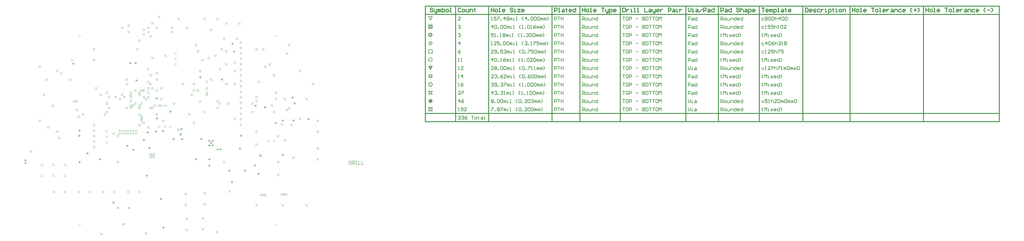
<source format=gbr>
%TF.GenerationSoftware,Altium Limited,Altium Designer,21.0.9 (235)*%
G04 Layer_Color=2752767*
%FSLAX26Y26*%
%MOIN*%
%TF.SameCoordinates,5BE5EA85-216B-4E4C-B8B6-EAA837D7D1E1*%
%TF.FilePolarity,Positive*%
%TF.FileFunction,Drawing*%
%TF.Part,Single*%
G01*
G75*
%TA.AperFunction,NonConductor*%
%ADD105C,0.006000*%
%ADD159C,0.010000*%
%ADD231C,0.003333*%
%ADD232C,0.015000*%
%ADD233C,0.016000*%
D105*
X8451000Y4110981D02*
Y4051000D01*
X8480990D01*
X8490987Y4060997D01*
Y4100984D01*
X8480990Y4110981D01*
X8451000D01*
X8510981Y4051000D02*
Y4110981D01*
X8540971D01*
X8550968Y4100984D01*
Y4080990D01*
X8540971Y4070994D01*
X8510981D01*
X8530974D02*
X8550968Y4051000D01*
X8570961Y4110981D02*
X8590955D01*
X8580958D01*
Y4051000D01*
X8570961D01*
X8590955D01*
X8620945Y4110981D02*
Y4051000D01*
X8660932D01*
X8680926Y4110981D02*
Y4051000D01*
X8720913D01*
D159*
X9946625Y6404833D02*
G03*
X9946625Y6404833I-20000J0D01*
G01*
X9959958D02*
G03*
X9959958Y6404833I-33333J0D01*
G01*
Y5954833D02*
G03*
X9959958Y5954833I-33333J0D01*
G01*
X9926625Y6671500D02*
X9959958Y6738167D01*
X9893292D02*
X9959958D01*
X9893292D02*
X9926625Y6671500D01*
X9906625Y6534833D02*
X9946625D01*
Y6574833D01*
X9906625D02*
X9946625D01*
X9906625Y6534833D02*
Y6574833D01*
X9893292Y6521500D02*
X9959958D01*
Y6588167D01*
X9893292D02*
X9959958D01*
X9893292Y6521500D02*
Y6588167D01*
Y6254833D02*
X9926625Y6221500D01*
X9959958Y6254833D01*
X9926625Y6288167D02*
X9959958Y6254833D01*
X9893292D02*
X9926625Y6288167D01*
X9893292Y6071500D02*
X9959958D01*
Y6138167D01*
X9893292D02*
X9959958D01*
X9893292Y6071500D02*
Y6138167D01*
X9926625Y5784833D02*
X9946625Y5824833D01*
X9906625D02*
X9946625D01*
X9906625D02*
X9926625Y5784833D01*
Y5771500D02*
X9959958Y5838167D01*
X9893292D02*
X9959958D01*
X9893292D02*
X9926625Y5771500D01*
X9909958Y5638167D02*
X9926625Y5621500D01*
X9893292Y5638167D02*
X9909958D01*
X9893292D02*
X9909958Y5654833D01*
X9893292Y5671500D02*
X9909958Y5654833D01*
X9893292Y5671500D02*
X9909958D01*
X9926625Y5688167D01*
X9943292Y5671500D01*
X9959958D01*
X9943292Y5654833D02*
X9959958Y5671500D01*
X9943292Y5654833D02*
X9959958Y5638167D01*
X9943292D02*
X9959958D01*
X9926625Y5621500D02*
X9943292Y5638167D01*
X9893292Y5488167D02*
X9909958D01*
X9893292D02*
Y5521500D01*
X9909958D01*
Y5538167D01*
X9943292D01*
Y5521500D02*
Y5538167D01*
Y5521500D02*
X9959958D01*
Y5488167D02*
Y5521500D01*
X9943292Y5488167D02*
X9959958D01*
X9943292Y5471500D02*
Y5488167D01*
X9909958Y5471500D02*
X9943292D01*
X9909958D02*
Y5488167D01*
X9893292Y5321500D02*
X9926625Y5338167D01*
X9959958Y5321500D01*
X9943292Y5354833D02*
X9959958Y5321500D01*
X9943292Y5354833D02*
X9959958Y5388167D01*
X9926625Y5371500D02*
X9959958Y5388167D01*
X9893292D02*
X9926625Y5371500D01*
X9893292Y5388167D02*
X9909958Y5354833D01*
X9893292Y5321500D02*
X9909958Y5354833D01*
X9916625Y5194833D02*
X9926625Y5184833D01*
X9906625Y5194833D02*
X9916625D01*
X9906625D02*
X9916625Y5204833D01*
X9906625Y5214833D02*
X9916625Y5204833D01*
X9906625Y5214833D02*
X9916625D01*
X9926625Y5224833D01*
X9936625Y5214833D01*
X9946625D01*
X9936625Y5204833D02*
X9946625Y5214833D01*
X9936625Y5204833D02*
X9946625Y5194833D01*
X9936625D02*
X9946625D01*
X9926625Y5184833D02*
X9936625Y5194833D01*
X9909958Y5188167D02*
X9926625Y5171500D01*
X9893292Y5188167D02*
X9909958D01*
X9893292D02*
X9909958Y5204833D01*
X9893292Y5221500D02*
X9909958Y5204833D01*
X9893292Y5221500D02*
X9909958D01*
X9926625Y5238167D01*
X9943292Y5221500D01*
X9959958D01*
X9943292Y5204833D02*
X9959958Y5221500D01*
X9943292Y5204833D02*
X9959958Y5188167D01*
X9943292D02*
X9959958D01*
X9926625Y5171500D02*
X9943292Y5188167D01*
X9893292Y5021500D02*
Y5038167D01*
X9909958Y5054833D01*
X9893292Y5071500D02*
X9909958Y5054833D01*
X9893292Y5071500D02*
Y5088167D01*
X9909958D01*
X9926625Y5071500D01*
X9943292Y5088167D01*
X9959958D01*
Y5071500D02*
Y5088167D01*
X9943292Y5054833D02*
X9959958Y5071500D01*
X9943292Y5054833D02*
X9959958Y5038167D01*
Y5021500D02*
Y5038167D01*
X9943292Y5021500D02*
X9959958D01*
X9926625Y5038167D02*
X9943292Y5021500D01*
X9909958D02*
X9926625Y5038167D01*
X9893292Y5021500D02*
X9909958D01*
X15983847Y6711487D02*
X15953856D01*
X15943860Y6701490D01*
Y6681497D01*
X15953856Y6671500D01*
X15983847D01*
X16003839Y6721484D02*
X16013838Y6731481D01*
X16033831D01*
X16043827Y6721484D01*
Y6711487D01*
X16033831Y6701490D01*
X16043827Y6691493D01*
Y6681497D01*
X16033831Y6671500D01*
X16013838D01*
X16003839Y6681497D01*
Y6691493D01*
X16013838Y6701490D01*
X16003839Y6711487D01*
Y6721484D01*
X16013838Y6701490D02*
X16033831D01*
X16063822Y6721484D02*
X16073818Y6731481D01*
X16093811D01*
X16103807Y6721484D01*
Y6681497D01*
X16093811Y6671500D01*
X16073818D01*
X16063822Y6681497D01*
Y6721484D01*
X16123800D02*
X16133799Y6731481D01*
X16153791D01*
X16163790Y6721484D01*
Y6681497D01*
X16153791Y6671500D01*
X16133799D01*
X16123800Y6681497D01*
Y6721484D01*
X16183783Y6731481D02*
Y6671500D01*
Y6701490D01*
X16193779Y6711487D01*
X16213772D01*
X16223768Y6701490D01*
Y6671500D01*
X16273752D02*
Y6731481D01*
X16243763Y6701490D01*
X16283751D01*
X16303743Y6721484D02*
X16313740Y6731481D01*
X16333735D01*
X16343731Y6721484D01*
Y6681497D01*
X16333735Y6671500D01*
X16313740D01*
X16303743Y6681497D01*
Y6721484D01*
X16363724D02*
X16373720Y6731481D01*
X16393715D01*
X16403711Y6721484D01*
Y6681497D01*
X16393715Y6671500D01*
X16373720D01*
X16363724Y6681497D01*
Y6721484D01*
X15983847Y6561487D02*
X15953856D01*
X15943860Y6551490D01*
Y6531497D01*
X15953856Y6521500D01*
X15983847D01*
X16003839D02*
X16023834D01*
X16013838D01*
Y6581481D01*
X16003839Y6571484D01*
X16093811Y6581481D02*
X16053823D01*
Y6551490D01*
X16073818Y6561487D01*
X16083815D01*
X16093811Y6551490D01*
Y6531497D01*
X16083815Y6521500D01*
X16063822D01*
X16053823Y6531497D01*
X16153791Y6581481D02*
X16113806D01*
Y6551490D01*
X16133799Y6561487D01*
X16143795D01*
X16153791Y6551490D01*
Y6531497D01*
X16143795Y6521500D01*
X16123800D01*
X16113806Y6531497D01*
X16173784Y6581481D02*
Y6521500D01*
Y6551490D01*
X16183783Y6561487D01*
X16203775D01*
X16213772Y6551490D01*
Y6521500D01*
X16233767D02*
X16253759D01*
X16243763D01*
Y6581481D01*
X16233767Y6571484D01*
X16283751D02*
X16293747Y6581481D01*
X16313740D01*
X16323736Y6571484D01*
Y6531497D01*
X16313740Y6521500D01*
X16293747D01*
X16283751Y6531497D01*
Y6571484D01*
X16383717Y6521500D02*
X16343731D01*
X16383717Y6561487D01*
Y6571484D01*
X16373720Y6581481D01*
X16353727D01*
X16343731Y6571484D01*
X15963853Y6371500D02*
X15943860Y6391493D01*
Y6411487D01*
X15963853Y6431481D01*
X15993844Y6371500D02*
Y6431481D01*
X16013838Y6411487D01*
X16033831Y6431481D01*
Y6371500D01*
X16053823D02*
X16073818D01*
X16063822D01*
Y6411487D01*
X16053823D01*
X16103807D02*
X16143795Y6371500D01*
X16123800Y6391493D01*
X16143795Y6411487D01*
X16103807Y6371500D01*
X16193779D02*
X16173784D01*
X16163790Y6381497D01*
Y6401490D01*
X16173784Y6411487D01*
X16193779D01*
X16203775Y6401490D01*
Y6391493D01*
X16163790D01*
X16263756Y6431481D02*
Y6371500D01*
X16233767D01*
X16223768Y6381497D01*
Y6401490D01*
X16233767Y6411487D01*
X16263756D01*
X16283751Y6371500D02*
X16303743Y6391493D01*
Y6411487D01*
X16283751Y6431481D01*
X15983847Y6261487D02*
X15953856D01*
X15943860Y6251490D01*
Y6231497D01*
X15953856Y6221500D01*
X15983847D01*
X16033831D02*
Y6281481D01*
X16003839Y6251490D01*
X16043827D01*
X16063822Y6271484D02*
X16073818Y6281481D01*
X16093811D01*
X16103807Y6271484D01*
Y6231497D01*
X16093811Y6221500D01*
X16073818D01*
X16063822Y6231497D01*
Y6271484D01*
X16163790Y6281481D02*
X16143795Y6271484D01*
X16123800Y6251490D01*
Y6231497D01*
X16133799Y6221500D01*
X16153791D01*
X16163790Y6231497D01*
Y6241493D01*
X16153791Y6251490D01*
X16123800D01*
X16183783Y6281481D02*
Y6221500D01*
Y6251490D01*
X16193779Y6261487D01*
X16213772D01*
X16223768Y6251490D01*
Y6221500D01*
X16243763Y6271484D02*
X16253759Y6281481D01*
X16273752D01*
X16283751Y6271484D01*
Y6261487D01*
X16273752Y6251490D01*
X16263756D01*
X16273752D01*
X16283751Y6241493D01*
Y6231497D01*
X16273752Y6221500D01*
X16253759D01*
X16243763Y6231497D01*
X16303743Y6221500D02*
X16323736D01*
X16313740D01*
Y6281481D01*
X16303743Y6271484D01*
X16353727D02*
X16363724Y6281481D01*
X16383717D01*
X16393715Y6271484D01*
Y6261487D01*
X16383717Y6251490D01*
X16393715Y6241493D01*
Y6231497D01*
X16383717Y6221500D01*
X16363724D01*
X16353727Y6231497D01*
Y6241493D01*
X16363724Y6251490D01*
X16353727Y6261487D01*
Y6271484D01*
X16363724Y6251490D02*
X16383717D01*
X15983847Y6111487D02*
X15953856D01*
X15943860Y6101490D01*
Y6081497D01*
X15953856Y6071500D01*
X15983847D01*
X16003839D02*
X16023834D01*
X16013838D01*
Y6131481D01*
X16003839Y6121484D01*
X16093811Y6071500D02*
X16053823D01*
X16093811Y6111487D01*
Y6121484D01*
X16083815Y6131481D01*
X16063822D01*
X16053823Y6121484D01*
X16153791Y6131481D02*
X16113806D01*
Y6101490D01*
X16133799Y6111487D01*
X16143795D01*
X16153791Y6101490D01*
Y6081497D01*
X16143795Y6071500D01*
X16123800D01*
X16113806Y6081497D01*
X16173784Y6131481D02*
Y6071500D01*
Y6101490D01*
X16183783Y6111487D01*
X16203775D01*
X16213772Y6101490D01*
Y6071500D01*
X16233767Y6131481D02*
X16273752D01*
Y6121484D01*
X16233767Y6081497D01*
Y6071500D01*
X16333735Y6131481D02*
X16293747D01*
Y6101490D01*
X16313740Y6111487D01*
X16323736D01*
X16333735Y6101490D01*
Y6081497D01*
X16323736Y6071500D01*
X16303743D01*
X16293747Y6081497D01*
X15963853Y5921500D02*
X15943860Y5941493D01*
Y5961487D01*
X15963853Y5981481D01*
X15993844Y5921500D02*
Y5981481D01*
X16013838Y5961487D01*
X16033831Y5981481D01*
Y5921500D01*
X16053823D02*
X16073818D01*
X16063822D01*
Y5961487D01*
X16053823D01*
X16103807D02*
X16143795Y5921500D01*
X16123800Y5941493D01*
X16143795Y5961487D01*
X16103807Y5921500D01*
X16193779D02*
X16173784D01*
X16163790Y5931497D01*
Y5951490D01*
X16173784Y5961487D01*
X16193779D01*
X16203775Y5951490D01*
Y5941493D01*
X16163790D01*
X16263756Y5981481D02*
Y5921500D01*
X16233767D01*
X16223768Y5931497D01*
Y5951490D01*
X16233767Y5961487D01*
X16263756D01*
X16283751Y5921500D02*
X16303743Y5941493D01*
Y5961487D01*
X16283751Y5981481D01*
X15943860Y5811487D02*
X15963853Y5771500D01*
X15983847Y5811487D01*
X16003839Y5771500D02*
X16023834D01*
X16013838D01*
Y5831481D01*
X16003839Y5821484D01*
X16093811Y5771500D02*
X16053823D01*
X16093811Y5811487D01*
Y5821484D01*
X16083815Y5831481D01*
X16063822D01*
X16053823Y5821484D01*
X16113806Y5831481D02*
X16153791D01*
Y5821484D01*
X16113806Y5781497D01*
Y5771500D01*
X16173784Y5831481D02*
Y5771500D01*
Y5801490D01*
X16183783Y5811487D01*
X16203775D01*
X16213772Y5801490D01*
Y5771500D01*
X16233767Y5831481D02*
X16273752D01*
Y5821484D01*
X16233767Y5781497D01*
Y5771500D01*
X16293747D02*
X16313740D01*
X16303743D01*
Y5831481D01*
X16293747Y5821484D01*
X16343731Y5771500D02*
Y5811487D01*
X16353727D01*
X16363724Y5801490D01*
Y5771500D01*
Y5801490D01*
X16373720Y5811487D01*
X16383717Y5801490D01*
Y5771500D01*
X16403711Y5821484D02*
X16413708Y5831481D01*
X16433701D01*
X16443699Y5821484D01*
Y5781497D01*
X16433701Y5771500D01*
X16413708D01*
X16403711Y5781497D01*
Y5821484D01*
X16463692Y5771500D02*
Y5811487D01*
X16473688D01*
X16483685Y5801490D01*
Y5771500D01*
Y5801490D01*
X16493683Y5811487D01*
X16503679Y5801490D01*
Y5771500D01*
X16523672Y5811487D02*
X16563660Y5771500D01*
X16543667Y5791493D01*
X16563660Y5811487D01*
X16523672Y5771500D01*
X16583652Y5821484D02*
X16593649Y5831481D01*
X16613644D01*
X16623640Y5821484D01*
Y5781497D01*
X16613644Y5771500D01*
X16593649D01*
X16583652Y5781497D01*
Y5821484D01*
X15963853Y5621500D02*
X15943860Y5641493D01*
Y5661487D01*
X15963853Y5681481D01*
X15993844Y5621500D02*
Y5681481D01*
X16013838Y5661487D01*
X16033831Y5681481D01*
Y5621500D01*
X16053823D02*
X16073818D01*
X16063822D01*
Y5661487D01*
X16053823D01*
X16103807D02*
X16143795Y5621500D01*
X16123800Y5641493D01*
X16143795Y5661487D01*
X16103807Y5621500D01*
X16193779D02*
X16173784D01*
X16163790Y5631497D01*
Y5651490D01*
X16173784Y5661487D01*
X16193779D01*
X16203775Y5651490D01*
Y5641493D01*
X16163790D01*
X16263756Y5681481D02*
Y5621500D01*
X16233767D01*
X16223768Y5631497D01*
Y5651490D01*
X16233767Y5661487D01*
X16263756D01*
X16283751Y5621500D02*
X16303743Y5641493D01*
Y5661487D01*
X16283751Y5681481D01*
X15963853Y5471500D02*
X15943860Y5491493D01*
Y5511487D01*
X15963853Y5531481D01*
X15993844Y5471500D02*
Y5531481D01*
X16013838Y5511487D01*
X16033831Y5531481D01*
Y5471500D01*
X16053823D02*
X16073818D01*
X16063822D01*
Y5511487D01*
X16053823D01*
X16103807D02*
X16143795Y5471500D01*
X16123800Y5491493D01*
X16143795Y5511487D01*
X16103807Y5471500D01*
X16193779D02*
X16173784D01*
X16163790Y5481497D01*
Y5501490D01*
X16173784Y5511487D01*
X16193779D01*
X16203775Y5501490D01*
Y5491493D01*
X16163790D01*
X16263756Y5531481D02*
Y5471500D01*
X16233767D01*
X16223768Y5481497D01*
Y5501490D01*
X16233767Y5511487D01*
X16263756D01*
X16283751Y5471500D02*
X16303743Y5491493D01*
Y5511487D01*
X16283751Y5531481D01*
X15963853Y5321500D02*
X15943860Y5341493D01*
Y5361487D01*
X15963853Y5381481D01*
X15993844Y5321500D02*
Y5381481D01*
X16013838Y5361487D01*
X16033831Y5381481D01*
Y5321500D01*
X16053823D02*
X16073818D01*
X16063822D01*
Y5361487D01*
X16053823D01*
X16103807D02*
X16143795Y5321500D01*
X16123800Y5341493D01*
X16143795Y5361487D01*
X16103807Y5321500D01*
X16193779D02*
X16173784D01*
X16163790Y5331497D01*
Y5351490D01*
X16173784Y5361487D01*
X16193779D01*
X16203775Y5351490D01*
Y5341493D01*
X16163790D01*
X16263756Y5381481D02*
Y5321500D01*
X16233767D01*
X16223768Y5331497D01*
Y5351490D01*
X16233767Y5361487D01*
X16263756D01*
X16283751Y5321500D02*
X16303743Y5341493D01*
Y5361487D01*
X16283751Y5381481D01*
X15943860Y5211487D02*
X15963853Y5171500D01*
X15983847Y5211487D01*
X16043827Y5231481D02*
X16003839D01*
Y5201490D01*
X16023834Y5211487D01*
X16033831D01*
X16043827Y5201490D01*
Y5181497D01*
X16033831Y5171500D01*
X16013838D01*
X16003839Y5181497D01*
X16063822Y5171500D02*
X16083815D01*
X16073818D01*
Y5231481D01*
X16063822Y5221484D01*
X16113806Y5231481D02*
Y5171500D01*
Y5201490D01*
X16123800Y5211487D01*
X16143795D01*
X16153791Y5201490D01*
Y5171500D01*
X16213772D02*
X16173784D01*
X16213772Y5211487D01*
Y5221484D01*
X16203775Y5231481D01*
X16183783D01*
X16173784Y5221484D01*
X16233767D02*
X16243763Y5231481D01*
X16263756D01*
X16273752Y5221484D01*
Y5181497D01*
X16263756Y5171500D01*
X16243763D01*
X16233767Y5181497D01*
Y5221484D01*
X16293747Y5171500D02*
Y5211487D01*
X16303743D01*
X16313740Y5201490D01*
Y5171500D01*
Y5201490D01*
X16323736Y5211487D01*
X16333735Y5201490D01*
Y5171500D01*
X16353727Y5221484D02*
X16363724Y5231481D01*
X16383717D01*
X16393715Y5221484D01*
Y5181497D01*
X16383717Y5171500D01*
X16363724D01*
X16353727Y5181497D01*
Y5221484D01*
X16413708Y5171500D02*
Y5211487D01*
X16423704D01*
X16433701Y5201490D01*
Y5171500D01*
Y5201490D01*
X16443699Y5211487D01*
X16453695Y5201490D01*
Y5171500D01*
X16473688Y5211487D02*
X16513676Y5171500D01*
X16493683Y5191493D01*
X16513676Y5211487D01*
X16473688Y5171500D01*
X16533669Y5221484D02*
X16543667Y5231481D01*
X16563660D01*
X16573656Y5221484D01*
Y5181497D01*
X16563660Y5171500D01*
X16543667D01*
X16533669Y5181497D01*
Y5221484D01*
X15963853Y5021500D02*
X15943860Y5041493D01*
Y5061487D01*
X15963853Y5081481D01*
X15993844Y5021500D02*
Y5081481D01*
X16013838Y5061487D01*
X16033831Y5081481D01*
Y5021500D01*
X16053823D02*
X16073818D01*
X16063822D01*
Y5061487D01*
X16053823D01*
X16103807D02*
X16143795Y5021500D01*
X16123800Y5041493D01*
X16143795Y5061487D01*
X16103807Y5021500D01*
X16193779D02*
X16173784D01*
X16163790Y5031497D01*
Y5051490D01*
X16173784Y5061487D01*
X16193779D01*
X16203775Y5051490D01*
Y5041493D01*
X16163790D01*
X16263756Y5081481D02*
Y5021500D01*
X16233767D01*
X16223768Y5031497D01*
Y5051490D01*
X16233767Y5061487D01*
X16263756D01*
X16283751Y5021500D02*
X16303743Y5041493D01*
Y5061487D01*
X16283751Y5081481D01*
X15198062Y6671500D02*
Y6731481D01*
X15228052D01*
X15238049Y6721484D01*
Y6701490D01*
X15228052Y6691493D01*
X15198062D01*
X15218055D02*
X15238049Y6671500D01*
X15268039D02*
X15288032D01*
X15298029Y6681497D01*
Y6701490D01*
X15288032Y6711487D01*
X15268039D01*
X15258042Y6701490D01*
Y6681497D01*
X15268039Y6671500D01*
X15318023Y6711487D02*
Y6681497D01*
X15328020Y6671500D01*
X15358010D01*
Y6711487D01*
X15378003Y6671500D02*
Y6711487D01*
X15407994D01*
X15417990Y6701490D01*
Y6671500D01*
X15477971Y6731481D02*
Y6671500D01*
X15447981D01*
X15437984Y6681497D01*
Y6701490D01*
X15447981Y6711487D01*
X15477971D01*
X15527955Y6671500D02*
X15507961D01*
X15497965Y6681497D01*
Y6701490D01*
X15507961Y6711487D01*
X15527955D01*
X15537952Y6701490D01*
Y6691493D01*
X15497965D01*
X15597932Y6731481D02*
Y6671500D01*
X15567942D01*
X15557945Y6681497D01*
Y6701490D01*
X15567942Y6711487D01*
X15597932D01*
X15198062Y6521500D02*
Y6581481D01*
X15228052D01*
X15238049Y6571484D01*
Y6551490D01*
X15228052Y6541493D01*
X15198062D01*
X15218055D02*
X15238049Y6521500D01*
X15268039D02*
X15288032D01*
X15298029Y6531497D01*
Y6551490D01*
X15288032Y6561487D01*
X15268039D01*
X15258042Y6551490D01*
Y6531497D01*
X15268039Y6521500D01*
X15318023Y6561487D02*
Y6531497D01*
X15328020Y6521500D01*
X15358010D01*
Y6561487D01*
X15378003Y6521500D02*
Y6561487D01*
X15407994D01*
X15417990Y6551490D01*
Y6521500D01*
X15477971Y6581481D02*
Y6521500D01*
X15447981D01*
X15437984Y6531497D01*
Y6551490D01*
X15447981Y6561487D01*
X15477971D01*
X15527955Y6521500D02*
X15507961D01*
X15497965Y6531497D01*
Y6551490D01*
X15507961Y6561487D01*
X15527955D01*
X15537952Y6551490D01*
Y6541493D01*
X15497965D01*
X15597932Y6581481D02*
Y6521500D01*
X15567942D01*
X15557945Y6531497D01*
Y6551490D01*
X15567942Y6561487D01*
X15597932D01*
X15218055Y6371500D02*
X15198062Y6391493D01*
Y6411487D01*
X15218055Y6431481D01*
X15248045Y6371500D02*
Y6431481D01*
X15268039Y6411487D01*
X15288032Y6431481D01*
Y6371500D01*
X15308026D02*
X15328020D01*
X15318023D01*
Y6411487D01*
X15308026D01*
X15358010D02*
X15397997Y6371500D01*
X15378003Y6391493D01*
X15397997Y6411487D01*
X15358010Y6371500D01*
X15447981D02*
X15427987D01*
X15417990Y6381497D01*
Y6401490D01*
X15427987Y6411487D01*
X15447981D01*
X15457978Y6401490D01*
Y6391493D01*
X15417990D01*
X15517958Y6431481D02*
Y6371500D01*
X15487968D01*
X15477971Y6381497D01*
Y6401490D01*
X15487968Y6411487D01*
X15517958D01*
X15537952Y6371500D02*
X15557945Y6391493D01*
Y6411487D01*
X15537952Y6431481D01*
X15198062Y6221500D02*
Y6281481D01*
X15228052D01*
X15238049Y6271484D01*
Y6251490D01*
X15228052Y6241493D01*
X15198062D01*
X15218055D02*
X15238049Y6221500D01*
X15268039D02*
X15288032D01*
X15298029Y6231497D01*
Y6251490D01*
X15288032Y6261487D01*
X15268039D01*
X15258042Y6251490D01*
Y6231497D01*
X15268039Y6221500D01*
X15318023Y6261487D02*
Y6231497D01*
X15328020Y6221500D01*
X15358010D01*
Y6261487D01*
X15378003Y6221500D02*
Y6261487D01*
X15407994D01*
X15417990Y6251490D01*
Y6221500D01*
X15477971Y6281481D02*
Y6221500D01*
X15447981D01*
X15437984Y6231497D01*
Y6251490D01*
X15447981Y6261487D01*
X15477971D01*
X15527955Y6221500D02*
X15507961D01*
X15497965Y6231497D01*
Y6251490D01*
X15507961Y6261487D01*
X15527955D01*
X15537952Y6251490D01*
Y6241493D01*
X15497965D01*
X15597932Y6281481D02*
Y6221500D01*
X15567942D01*
X15557945Y6231497D01*
Y6251490D01*
X15567942Y6261487D01*
X15597932D01*
X15198062Y6071500D02*
Y6131481D01*
X15228052D01*
X15238049Y6121484D01*
Y6101490D01*
X15228052Y6091493D01*
X15198062D01*
X15218055D02*
X15238049Y6071500D01*
X15268039D02*
X15288032D01*
X15298029Y6081497D01*
Y6101490D01*
X15288032Y6111487D01*
X15268039D01*
X15258042Y6101490D01*
Y6081497D01*
X15268039Y6071500D01*
X15318023Y6111487D02*
Y6081497D01*
X15328020Y6071500D01*
X15358010D01*
Y6111487D01*
X15378003Y6071500D02*
Y6111487D01*
X15407994D01*
X15417990Y6101490D01*
Y6071500D01*
X15477971Y6131481D02*
Y6071500D01*
X15447981D01*
X15437984Y6081497D01*
Y6101490D01*
X15447981Y6111487D01*
X15477971D01*
X15527955Y6071500D02*
X15507961D01*
X15497965Y6081497D01*
Y6101490D01*
X15507961Y6111487D01*
X15527955D01*
X15537952Y6101490D01*
Y6091493D01*
X15497965D01*
X15597932Y6131481D02*
Y6071500D01*
X15567942D01*
X15557945Y6081497D01*
Y6101490D01*
X15567942Y6111487D01*
X15597932D01*
X15218055Y5921500D02*
X15198062Y5941493D01*
Y5961487D01*
X15218055Y5981481D01*
X15248045Y5921500D02*
Y5981481D01*
X15268039Y5961487D01*
X15288032Y5981481D01*
Y5921500D01*
X15308026D02*
X15328020D01*
X15318023D01*
Y5961487D01*
X15308026D01*
X15358010D02*
X15397997Y5921500D01*
X15378003Y5941493D01*
X15397997Y5961487D01*
X15358010Y5921500D01*
X15447981D02*
X15427987D01*
X15417990Y5931497D01*
Y5951490D01*
X15427987Y5961487D01*
X15447981D01*
X15457978Y5951490D01*
Y5941493D01*
X15417990D01*
X15517958Y5981481D02*
Y5921500D01*
X15487968D01*
X15477971Y5931497D01*
Y5951490D01*
X15487968Y5961487D01*
X15517958D01*
X15537952Y5921500D02*
X15557945Y5941493D01*
Y5961487D01*
X15537952Y5981481D01*
X15198062Y5771500D02*
Y5831481D01*
X15228052D01*
X15238049Y5821484D01*
Y5801490D01*
X15228052Y5791493D01*
X15198062D01*
X15218055D02*
X15238049Y5771500D01*
X15268039D02*
X15288032D01*
X15298029Y5781497D01*
Y5801490D01*
X15288032Y5811487D01*
X15268039D01*
X15258042Y5801490D01*
Y5781497D01*
X15268039Y5771500D01*
X15318023Y5811487D02*
Y5781497D01*
X15328020Y5771500D01*
X15358010D01*
Y5811487D01*
X15378003Y5771500D02*
Y5811487D01*
X15407994D01*
X15417990Y5801490D01*
Y5771500D01*
X15477971Y5831481D02*
Y5771500D01*
X15447981D01*
X15437984Y5781497D01*
Y5801490D01*
X15447981Y5811487D01*
X15477971D01*
X15527955Y5771500D02*
X15507961D01*
X15497965Y5781497D01*
Y5801490D01*
X15507961Y5811487D01*
X15527955D01*
X15537952Y5801490D01*
Y5791493D01*
X15497965D01*
X15597932Y5831481D02*
Y5771500D01*
X15567942D01*
X15557945Y5781497D01*
Y5801490D01*
X15567942Y5811487D01*
X15597932D01*
X15218055Y5621500D02*
X15198062Y5641493D01*
Y5661487D01*
X15218055Y5681481D01*
X15248045Y5621500D02*
Y5681481D01*
X15268039Y5661487D01*
X15288032Y5681481D01*
Y5621500D01*
X15308026D02*
X15328020D01*
X15318023D01*
Y5661487D01*
X15308026D01*
X15358010D02*
X15397997Y5621500D01*
X15378003Y5641493D01*
X15397997Y5661487D01*
X15358010Y5621500D01*
X15447981D02*
X15427987D01*
X15417990Y5631497D01*
Y5651490D01*
X15427987Y5661487D01*
X15447981D01*
X15457978Y5651490D01*
Y5641493D01*
X15417990D01*
X15517958Y5681481D02*
Y5621500D01*
X15487968D01*
X15477971Y5631497D01*
Y5651490D01*
X15487968Y5661487D01*
X15517958D01*
X15537952Y5621500D02*
X15557945Y5641493D01*
Y5661487D01*
X15537952Y5681481D01*
X15218055Y5471500D02*
X15198062Y5491493D01*
Y5511487D01*
X15218055Y5531481D01*
X15248045Y5471500D02*
Y5531481D01*
X15268039Y5511487D01*
X15288032Y5531481D01*
Y5471500D01*
X15308026D02*
X15328020D01*
X15318023D01*
Y5511487D01*
X15308026D01*
X15358010D02*
X15397997Y5471500D01*
X15378003Y5491493D01*
X15397997Y5511487D01*
X15358010Y5471500D01*
X15447981D02*
X15427987D01*
X15417990Y5481497D01*
Y5501490D01*
X15427987Y5511487D01*
X15447981D01*
X15457978Y5501490D01*
Y5491493D01*
X15417990D01*
X15517958Y5531481D02*
Y5471500D01*
X15487968D01*
X15477971Y5481497D01*
Y5501490D01*
X15487968Y5511487D01*
X15517958D01*
X15537952Y5471500D02*
X15557945Y5491493D01*
Y5511487D01*
X15537952Y5531481D01*
X15218055Y5321500D02*
X15198062Y5341493D01*
Y5361487D01*
X15218055Y5381481D01*
X15248045Y5321500D02*
Y5381481D01*
X15268039Y5361487D01*
X15288032Y5381481D01*
Y5321500D01*
X15308026D02*
X15328020D01*
X15318023D01*
Y5361487D01*
X15308026D01*
X15358010D02*
X15397997Y5321500D01*
X15378003Y5341493D01*
X15397997Y5361487D01*
X15358010Y5321500D01*
X15447981D02*
X15427987D01*
X15417990Y5331497D01*
Y5351490D01*
X15427987Y5361487D01*
X15447981D01*
X15457978Y5351490D01*
Y5341493D01*
X15417990D01*
X15517958Y5381481D02*
Y5321500D01*
X15487968D01*
X15477971Y5331497D01*
Y5351490D01*
X15487968Y5361487D01*
X15517958D01*
X15537952Y5321500D02*
X15557945Y5341493D01*
Y5361487D01*
X15537952Y5381481D01*
X15198062Y5171500D02*
Y5231481D01*
X15228052D01*
X15238049Y5221484D01*
Y5201490D01*
X15228052Y5191493D01*
X15198062D01*
X15218055D02*
X15238049Y5171500D01*
X15268039D02*
X15288032D01*
X15298029Y5181497D01*
Y5201490D01*
X15288032Y5211487D01*
X15268039D01*
X15258042Y5201490D01*
Y5181497D01*
X15268039Y5171500D01*
X15318023Y5211487D02*
Y5181497D01*
X15328020Y5171500D01*
X15358010D01*
Y5211487D01*
X15378003Y5171500D02*
Y5211487D01*
X15407994D01*
X15417990Y5201490D01*
Y5171500D01*
X15477971Y5231481D02*
Y5171500D01*
X15447981D01*
X15437984Y5181497D01*
Y5201490D01*
X15447981Y5211487D01*
X15477971D01*
X15527955Y5171500D02*
X15507961D01*
X15497965Y5181497D01*
Y5201490D01*
X15507961Y5211487D01*
X15527955D01*
X15537952Y5201490D01*
Y5191493D01*
X15497965D01*
X15597932Y5231481D02*
Y5171500D01*
X15567942D01*
X15557945Y5181497D01*
Y5201490D01*
X15567942Y5211487D01*
X15597932D01*
X15198062Y5021500D02*
Y5081481D01*
X15228052D01*
X15238049Y5071484D01*
Y5051490D01*
X15228052Y5041493D01*
X15198062D01*
X15218055D02*
X15238049Y5021500D01*
X15268039D02*
X15288032D01*
X15298029Y5031497D01*
Y5051490D01*
X15288032Y5061487D01*
X15268039D01*
X15258042Y5051490D01*
Y5031497D01*
X15268039Y5021500D01*
X15318023Y5061487D02*
Y5031497D01*
X15328020Y5021500D01*
X15358010D01*
Y5061487D01*
X15378003Y5021500D02*
Y5061487D01*
X15407994D01*
X15417990Y5051490D01*
Y5021500D01*
X15477971Y5081481D02*
Y5021500D01*
X15447981D01*
X15437984Y5031497D01*
Y5051490D01*
X15447981Y5061487D01*
X15477971D01*
X15527955Y5021500D02*
X15507961D01*
X15497965Y5031497D01*
Y5051490D01*
X15507961Y5061487D01*
X15527955D01*
X15537952Y5051490D01*
Y5041493D01*
X15497965D01*
X15597932Y5081481D02*
Y5021500D01*
X15567942D01*
X15557945Y5031497D01*
Y5051490D01*
X15567942Y5061487D01*
X15597932D01*
X14608213Y6671500D02*
Y6731481D01*
X14638203D01*
X14648200Y6721484D01*
Y6701490D01*
X14638203Y6691493D01*
X14608213D01*
X14678190Y6711487D02*
X14698184D01*
X14708181Y6701490D01*
Y6671500D01*
X14678190D01*
X14668194Y6681497D01*
X14678190Y6691493D01*
X14708181D01*
X14768161Y6731481D02*
Y6671500D01*
X14738171D01*
X14728174Y6681497D01*
Y6701490D01*
X14738171Y6711487D01*
X14768161D01*
X14608213Y6521500D02*
Y6581481D01*
X14638203D01*
X14648200Y6571484D01*
Y6551490D01*
X14638203Y6541493D01*
X14608213D01*
X14678190Y6561487D02*
X14698184D01*
X14708181Y6551490D01*
Y6521500D01*
X14678190D01*
X14668194Y6531497D01*
X14678190Y6541493D01*
X14708181D01*
X14768161Y6581481D02*
Y6521500D01*
X14738171D01*
X14728174Y6531497D01*
Y6551490D01*
X14738171Y6561487D01*
X14768161D01*
X14608213Y6371500D02*
Y6431481D01*
X14638203D01*
X14648200Y6421484D01*
Y6401490D01*
X14638203Y6391493D01*
X14608213D01*
X14678190Y6411487D02*
X14698184D01*
X14708181Y6401490D01*
Y6371500D01*
X14678190D01*
X14668194Y6381497D01*
X14678190Y6391493D01*
X14708181D01*
X14768161Y6431481D02*
Y6371500D01*
X14738171D01*
X14728174Y6381497D01*
Y6401490D01*
X14738171Y6411487D01*
X14768161D01*
X14608213Y6221500D02*
Y6281481D01*
X14638203D01*
X14648200Y6271484D01*
Y6251490D01*
X14638203Y6241493D01*
X14608213D01*
X14678190Y6261487D02*
X14698184D01*
X14708181Y6251490D01*
Y6221500D01*
X14678190D01*
X14668194Y6231497D01*
X14678190Y6241493D01*
X14708181D01*
X14768161Y6281481D02*
Y6221500D01*
X14738171D01*
X14728174Y6231497D01*
Y6251490D01*
X14738171Y6261487D01*
X14768161D01*
X14608213Y6071500D02*
Y6131481D01*
X14638203D01*
X14648200Y6121484D01*
Y6101490D01*
X14638203Y6091493D01*
X14608213D01*
X14678190Y6111487D02*
X14698184D01*
X14708181Y6101490D01*
Y6071500D01*
X14678190D01*
X14668194Y6081497D01*
X14678190Y6091493D01*
X14708181D01*
X14768161Y6131481D02*
Y6071500D01*
X14738171D01*
X14728174Y6081497D01*
Y6101490D01*
X14738171Y6111487D01*
X14768161D01*
X14608213Y5921500D02*
Y5981481D01*
X14638203D01*
X14648200Y5971484D01*
Y5951490D01*
X14638203Y5941493D01*
X14608213D01*
X14678190Y5961487D02*
X14698184D01*
X14708181Y5951490D01*
Y5921500D01*
X14678190D01*
X14668194Y5931497D01*
X14678190Y5941493D01*
X14708181D01*
X14768161Y5981481D02*
Y5921500D01*
X14738171D01*
X14728174Y5931497D01*
Y5951490D01*
X14738171Y5961487D01*
X14768161D01*
X14608213Y5831481D02*
Y5791493D01*
X14628207Y5771500D01*
X14648200Y5791493D01*
Y5831481D01*
X14668194Y5771500D02*
X14688187D01*
X14678190D01*
Y5811487D01*
X14668194D01*
X14728174D02*
X14748168D01*
X14758165Y5801490D01*
Y5771500D01*
X14728174D01*
X14718177Y5781497D01*
X14728174Y5791493D01*
X14758165D01*
X14608213Y5621500D02*
Y5681481D01*
X14638203D01*
X14648200Y5671484D01*
Y5651490D01*
X14638203Y5641493D01*
X14608213D01*
X14678190Y5661487D02*
X14698184D01*
X14708181Y5651490D01*
Y5621500D01*
X14678190D01*
X14668194Y5631497D01*
X14678190Y5641493D01*
X14708181D01*
X14768161Y5681481D02*
Y5621500D01*
X14738171D01*
X14728174Y5631497D01*
Y5651490D01*
X14738171Y5661487D01*
X14768161D01*
X14608213Y5471500D02*
Y5531481D01*
X14638203D01*
X14648200Y5521484D01*
Y5501490D01*
X14638203Y5491493D01*
X14608213D01*
X14678190Y5511487D02*
X14698184D01*
X14708181Y5501490D01*
Y5471500D01*
X14678190D01*
X14668194Y5481497D01*
X14678190Y5491493D01*
X14708181D01*
X14768161Y5531481D02*
Y5471500D01*
X14738171D01*
X14728174Y5481497D01*
Y5501490D01*
X14738171Y5511487D01*
X14768161D01*
X14608213Y5321500D02*
Y5381481D01*
X14638203D01*
X14648200Y5371484D01*
Y5351490D01*
X14638203Y5341493D01*
X14608213D01*
X14678190Y5361487D02*
X14698184D01*
X14708181Y5351490D01*
Y5321500D01*
X14678190D01*
X14668194Y5331497D01*
X14678190Y5341493D01*
X14708181D01*
X14768161Y5381481D02*
Y5321500D01*
X14738171D01*
X14728174Y5331497D01*
Y5351490D01*
X14738171Y5361487D01*
X14768161D01*
X14608213Y5231481D02*
Y5191493D01*
X14628207Y5171500D01*
X14648200Y5191493D01*
Y5231481D01*
X14668194Y5171500D02*
X14688187D01*
X14678190D01*
Y5211487D01*
X14668194D01*
X14728174D02*
X14748168D01*
X14758165Y5201490D01*
Y5171500D01*
X14728174D01*
X14718177Y5181497D01*
X14728174Y5191493D01*
X14758165D01*
X14608213Y5081481D02*
Y5041493D01*
X14628207Y5021500D01*
X14648200Y5041493D01*
Y5081481D01*
X14668194Y5021500D02*
X14688187D01*
X14678190D01*
Y5061487D01*
X14668194D01*
X14728174D02*
X14748168D01*
X14758165Y5051490D01*
Y5021500D01*
X14728174D01*
X14718177Y5031497D01*
X14728174Y5041493D01*
X14758165D01*
X13418558Y6731481D02*
X13458546D01*
X13438552D01*
Y6671500D01*
X13508529Y6731481D02*
X13488536D01*
X13478539Y6721484D01*
Y6681497D01*
X13488536Y6671500D01*
X13508529D01*
X13518526Y6681497D01*
Y6721484D01*
X13508529Y6731481D01*
X13538520Y6671500D02*
Y6731481D01*
X13568510D01*
X13578507Y6721484D01*
Y6701490D01*
X13568510Y6691493D01*
X13538520D01*
X13658481Y6701490D02*
X13698468D01*
X13778442Y6731481D02*
Y6671500D01*
X13808432D01*
X13818429Y6681497D01*
Y6691493D01*
X13808432Y6701490D01*
X13778442D01*
X13808432D01*
X13818429Y6711487D01*
Y6721484D01*
X13808432Y6731481D01*
X13778442D01*
X13868413D02*
X13848419D01*
X13838423Y6721484D01*
Y6681497D01*
X13848419Y6671500D01*
X13868413D01*
X13878410Y6681497D01*
Y6721484D01*
X13868413Y6731481D01*
X13898403D02*
X13938390D01*
X13918397D01*
Y6671500D01*
X13958384Y6731481D02*
X13998371D01*
X13978377D01*
Y6671500D01*
X14048355Y6731481D02*
X14028361D01*
X14018364Y6721484D01*
Y6681497D01*
X14028361Y6671500D01*
X14048355D01*
X14058352Y6681497D01*
Y6721484D01*
X14048355Y6731481D01*
X14078345Y6671500D02*
Y6731481D01*
X14098339Y6711487D01*
X14118332Y6731481D01*
Y6671500D01*
X13418558Y6581481D02*
X13458546D01*
X13438552D01*
Y6521500D01*
X13508529Y6581481D02*
X13488536D01*
X13478539Y6571484D01*
Y6531497D01*
X13488536Y6521500D01*
X13508529D01*
X13518526Y6531497D01*
Y6571484D01*
X13508529Y6581481D01*
X13538520Y6521500D02*
Y6581481D01*
X13568510D01*
X13578507Y6571484D01*
Y6551490D01*
X13568510Y6541493D01*
X13538520D01*
X13658481Y6551490D02*
X13698468D01*
X13778442Y6581481D02*
Y6521500D01*
X13808432D01*
X13818429Y6531497D01*
Y6541493D01*
X13808432Y6551490D01*
X13778442D01*
X13808432D01*
X13818429Y6561487D01*
Y6571484D01*
X13808432Y6581481D01*
X13778442D01*
X13868413D02*
X13848419D01*
X13838423Y6571484D01*
Y6531497D01*
X13848419Y6521500D01*
X13868413D01*
X13878410Y6531497D01*
Y6571484D01*
X13868413Y6581481D01*
X13898403D02*
X13938390D01*
X13918397D01*
Y6521500D01*
X13958384Y6581481D02*
X13998371D01*
X13978377D01*
Y6521500D01*
X14048355Y6581481D02*
X14028361D01*
X14018364Y6571484D01*
Y6531497D01*
X14028361Y6521500D01*
X14048355D01*
X14058352Y6531497D01*
Y6571484D01*
X14048355Y6581481D01*
X14078345Y6521500D02*
Y6581481D01*
X14098339Y6561487D01*
X14118332Y6581481D01*
Y6521500D01*
X13418558Y6431481D02*
X13458546D01*
X13438552D01*
Y6371500D01*
X13508529Y6431481D02*
X13488536D01*
X13478539Y6421484D01*
Y6381497D01*
X13488536Y6371500D01*
X13508529D01*
X13518526Y6381497D01*
Y6421484D01*
X13508529Y6431481D01*
X13538520Y6371500D02*
Y6431481D01*
X13568510D01*
X13578507Y6421484D01*
Y6401490D01*
X13568510Y6391493D01*
X13538520D01*
X13658481Y6401490D02*
X13698468D01*
X13778442Y6431481D02*
Y6371500D01*
X13808432D01*
X13818429Y6381497D01*
Y6391493D01*
X13808432Y6401490D01*
X13778442D01*
X13808432D01*
X13818429Y6411487D01*
Y6421484D01*
X13808432Y6431481D01*
X13778442D01*
X13868413D02*
X13848419D01*
X13838423Y6421484D01*
Y6381497D01*
X13848419Y6371500D01*
X13868413D01*
X13878410Y6381497D01*
Y6421484D01*
X13868413Y6431481D01*
X13898403D02*
X13938390D01*
X13918397D01*
Y6371500D01*
X13958384Y6431481D02*
X13998371D01*
X13978377D01*
Y6371500D01*
X14048355Y6431481D02*
X14028361D01*
X14018364Y6421484D01*
Y6381497D01*
X14028361Y6371500D01*
X14048355D01*
X14058352Y6381497D01*
Y6421484D01*
X14048355Y6431481D01*
X14078345Y6371500D02*
Y6431481D01*
X14098339Y6411487D01*
X14118332Y6431481D01*
Y6371500D01*
X13418558Y6281481D02*
X13458546D01*
X13438552D01*
Y6221500D01*
X13508529Y6281481D02*
X13488536D01*
X13478539Y6271484D01*
Y6231497D01*
X13488536Y6221500D01*
X13508529D01*
X13518526Y6231497D01*
Y6271484D01*
X13508529Y6281481D01*
X13538520Y6221500D02*
Y6281481D01*
X13568510D01*
X13578507Y6271484D01*
Y6251490D01*
X13568510Y6241493D01*
X13538520D01*
X13658481Y6251490D02*
X13698468D01*
X13778442Y6281481D02*
Y6221500D01*
X13808432D01*
X13818429Y6231497D01*
Y6241493D01*
X13808432Y6251490D01*
X13778442D01*
X13808432D01*
X13818429Y6261487D01*
Y6271484D01*
X13808432Y6281481D01*
X13778442D01*
X13868413D02*
X13848419D01*
X13838423Y6271484D01*
Y6231497D01*
X13848419Y6221500D01*
X13868413D01*
X13878410Y6231497D01*
Y6271484D01*
X13868413Y6281481D01*
X13898403D02*
X13938390D01*
X13918397D01*
Y6221500D01*
X13958384Y6281481D02*
X13998371D01*
X13978377D01*
Y6221500D01*
X14048355Y6281481D02*
X14028361D01*
X14018364Y6271484D01*
Y6231497D01*
X14028361Y6221500D01*
X14048355D01*
X14058352Y6231497D01*
Y6271484D01*
X14048355Y6281481D01*
X14078345Y6221500D02*
Y6281481D01*
X14098339Y6261487D01*
X14118332Y6281481D01*
Y6221500D01*
X13418558Y6131481D02*
X13458546D01*
X13438552D01*
Y6071500D01*
X13508529Y6131481D02*
X13488536D01*
X13478539Y6121484D01*
Y6081497D01*
X13488536Y6071500D01*
X13508529D01*
X13518526Y6081497D01*
Y6121484D01*
X13508529Y6131481D01*
X13538520Y6071500D02*
Y6131481D01*
X13568510D01*
X13578507Y6121484D01*
Y6101490D01*
X13568510Y6091493D01*
X13538520D01*
X13658481Y6101490D02*
X13698468D01*
X13778442Y6131481D02*
Y6071500D01*
X13808432D01*
X13818429Y6081497D01*
Y6091493D01*
X13808432Y6101490D01*
X13778442D01*
X13808432D01*
X13818429Y6111487D01*
Y6121484D01*
X13808432Y6131481D01*
X13778442D01*
X13868413D02*
X13848419D01*
X13838423Y6121484D01*
Y6081497D01*
X13848419Y6071500D01*
X13868413D01*
X13878410Y6081497D01*
Y6121484D01*
X13868413Y6131481D01*
X13898403D02*
X13938390D01*
X13918397D01*
Y6071500D01*
X13958384Y6131481D02*
X13998371D01*
X13978377D01*
Y6071500D01*
X14048355Y6131481D02*
X14028361D01*
X14018364Y6121484D01*
Y6081497D01*
X14028361Y6071500D01*
X14048355D01*
X14058352Y6081497D01*
Y6121484D01*
X14048355Y6131481D01*
X14078345Y6071500D02*
Y6131481D01*
X14098339Y6111487D01*
X14118332Y6131481D01*
Y6071500D01*
X13418558Y5981481D02*
X13458546D01*
X13438552D01*
Y5921500D01*
X13508529Y5981481D02*
X13488536D01*
X13478539Y5971484D01*
Y5931497D01*
X13488536Y5921500D01*
X13508529D01*
X13518526Y5931497D01*
Y5971484D01*
X13508529Y5981481D01*
X13538520Y5921500D02*
Y5981481D01*
X13568510D01*
X13578507Y5971484D01*
Y5951490D01*
X13568510Y5941493D01*
X13538520D01*
X13658481Y5951490D02*
X13698468D01*
X13778442Y5981481D02*
Y5921500D01*
X13808432D01*
X13818429Y5931497D01*
Y5941493D01*
X13808432Y5951490D01*
X13778442D01*
X13808432D01*
X13818429Y5961487D01*
Y5971484D01*
X13808432Y5981481D01*
X13778442D01*
X13868413D02*
X13848419D01*
X13838423Y5971484D01*
Y5931497D01*
X13848419Y5921500D01*
X13868413D01*
X13878410Y5931497D01*
Y5971484D01*
X13868413Y5981481D01*
X13898403D02*
X13938390D01*
X13918397D01*
Y5921500D01*
X13958384Y5981481D02*
X13998371D01*
X13978377D01*
Y5921500D01*
X14048355Y5981481D02*
X14028361D01*
X14018364Y5971484D01*
Y5931497D01*
X14028361Y5921500D01*
X14048355D01*
X14058352Y5931497D01*
Y5971484D01*
X14048355Y5981481D01*
X14078345Y5921500D02*
Y5981481D01*
X14098339Y5961487D01*
X14118332Y5981481D01*
Y5921500D01*
X13418558Y5831481D02*
X13458546D01*
X13438552D01*
Y5771500D01*
X13508529Y5831481D02*
X13488536D01*
X13478539Y5821484D01*
Y5781497D01*
X13488536Y5771500D01*
X13508529D01*
X13518526Y5781497D01*
Y5821484D01*
X13508529Y5831481D01*
X13538520Y5771500D02*
Y5831481D01*
X13568510D01*
X13578507Y5821484D01*
Y5801490D01*
X13568510Y5791493D01*
X13538520D01*
X13658481Y5801490D02*
X13698468D01*
X13778442Y5831481D02*
Y5771500D01*
X13808432D01*
X13818429Y5781497D01*
Y5791493D01*
X13808432Y5801490D01*
X13778442D01*
X13808432D01*
X13818429Y5811487D01*
Y5821484D01*
X13808432Y5831481D01*
X13778442D01*
X13868413D02*
X13848419D01*
X13838423Y5821484D01*
Y5781497D01*
X13848419Y5771500D01*
X13868413D01*
X13878410Y5781497D01*
Y5821484D01*
X13868413Y5831481D01*
X13898403D02*
X13938390D01*
X13918397D01*
Y5771500D01*
X13958384Y5831481D02*
X13998371D01*
X13978377D01*
Y5771500D01*
X14048355Y5831481D02*
X14028361D01*
X14018364Y5821484D01*
Y5781497D01*
X14028361Y5771500D01*
X14048355D01*
X14058352Y5781497D01*
Y5821484D01*
X14048355Y5831481D01*
X14078345Y5771500D02*
Y5831481D01*
X14098339Y5811487D01*
X14118332Y5831481D01*
Y5771500D01*
X13418558Y5681481D02*
X13458546D01*
X13438552D01*
Y5621500D01*
X13508529Y5681481D02*
X13488536D01*
X13478539Y5671484D01*
Y5631497D01*
X13488536Y5621500D01*
X13508529D01*
X13518526Y5631497D01*
Y5671484D01*
X13508529Y5681481D01*
X13538520Y5621500D02*
Y5681481D01*
X13568510D01*
X13578507Y5671484D01*
Y5651490D01*
X13568510Y5641493D01*
X13538520D01*
X13658481Y5651490D02*
X13698468D01*
X13778442Y5681481D02*
Y5621500D01*
X13808432D01*
X13818429Y5631497D01*
Y5641493D01*
X13808432Y5651490D01*
X13778442D01*
X13808432D01*
X13818429Y5661487D01*
Y5671484D01*
X13808432Y5681481D01*
X13778442D01*
X13868413D02*
X13848419D01*
X13838423Y5671484D01*
Y5631497D01*
X13848419Y5621500D01*
X13868413D01*
X13878410Y5631497D01*
Y5671484D01*
X13868413Y5681481D01*
X13898403D02*
X13938390D01*
X13918397D01*
Y5621500D01*
X13958384Y5681481D02*
X13998371D01*
X13978377D01*
Y5621500D01*
X14048355Y5681481D02*
X14028361D01*
X14018364Y5671484D01*
Y5631497D01*
X14028361Y5621500D01*
X14048355D01*
X14058352Y5631497D01*
Y5671484D01*
X14048355Y5681481D01*
X14078345Y5621500D02*
Y5681481D01*
X14098339Y5661487D01*
X14118332Y5681481D01*
Y5621500D01*
X13418558Y5531481D02*
X13458546D01*
X13438552D01*
Y5471500D01*
X13508529Y5531481D02*
X13488536D01*
X13478539Y5521484D01*
Y5481497D01*
X13488536Y5471500D01*
X13508529D01*
X13518526Y5481497D01*
Y5521484D01*
X13508529Y5531481D01*
X13538520Y5471500D02*
Y5531481D01*
X13568510D01*
X13578507Y5521484D01*
Y5501490D01*
X13568510Y5491493D01*
X13538520D01*
X13658481Y5501490D02*
X13698468D01*
X13778442Y5531481D02*
Y5471500D01*
X13808432D01*
X13818429Y5481497D01*
Y5491493D01*
X13808432Y5501490D01*
X13778442D01*
X13808432D01*
X13818429Y5511487D01*
Y5521484D01*
X13808432Y5531481D01*
X13778442D01*
X13868413D02*
X13848419D01*
X13838423Y5521484D01*
Y5481497D01*
X13848419Y5471500D01*
X13868413D01*
X13878410Y5481497D01*
Y5521484D01*
X13868413Y5531481D01*
X13898403D02*
X13938390D01*
X13918397D01*
Y5471500D01*
X13958384Y5531481D02*
X13998371D01*
X13978377D01*
Y5471500D01*
X14048355Y5531481D02*
X14028361D01*
X14018364Y5521484D01*
Y5481497D01*
X14028361Y5471500D01*
X14048355D01*
X14058352Y5481497D01*
Y5521484D01*
X14048355Y5531481D01*
X14078345Y5471500D02*
Y5531481D01*
X14098339Y5511487D01*
X14118332Y5531481D01*
Y5471500D01*
X13418558Y5381481D02*
X13458546D01*
X13438552D01*
Y5321500D01*
X13508529Y5381481D02*
X13488536D01*
X13478539Y5371484D01*
Y5331497D01*
X13488536Y5321500D01*
X13508529D01*
X13518526Y5331497D01*
Y5371484D01*
X13508529Y5381481D01*
X13538520Y5321500D02*
Y5381481D01*
X13568510D01*
X13578507Y5371484D01*
Y5351490D01*
X13568510Y5341493D01*
X13538520D01*
X13658481Y5351490D02*
X13698468D01*
X13778442Y5381481D02*
Y5321500D01*
X13808432D01*
X13818429Y5331497D01*
Y5341493D01*
X13808432Y5351490D01*
X13778442D01*
X13808432D01*
X13818429Y5361487D01*
Y5371484D01*
X13808432Y5381481D01*
X13778442D01*
X13868413D02*
X13848419D01*
X13838423Y5371484D01*
Y5331497D01*
X13848419Y5321500D01*
X13868413D01*
X13878410Y5331497D01*
Y5371484D01*
X13868413Y5381481D01*
X13898403D02*
X13938390D01*
X13918397D01*
Y5321500D01*
X13958384Y5381481D02*
X13998371D01*
X13978377D01*
Y5321500D01*
X14048355Y5381481D02*
X14028361D01*
X14018364Y5371484D01*
Y5331497D01*
X14028361Y5321500D01*
X14048355D01*
X14058352Y5331497D01*
Y5371484D01*
X14048355Y5381481D01*
X14078345Y5321500D02*
Y5381481D01*
X14098339Y5361487D01*
X14118332Y5381481D01*
Y5321500D01*
X13418558Y5231481D02*
X13458546D01*
X13438552D01*
Y5171500D01*
X13508529Y5231481D02*
X13488536D01*
X13478539Y5221484D01*
Y5181497D01*
X13488536Y5171500D01*
X13508529D01*
X13518526Y5181497D01*
Y5221484D01*
X13508529Y5231481D01*
X13538520Y5171500D02*
Y5231481D01*
X13568510D01*
X13578507Y5221484D01*
Y5201490D01*
X13568510Y5191493D01*
X13538520D01*
X13658481Y5201490D02*
X13698468D01*
X13778442Y5231481D02*
Y5171500D01*
X13808432D01*
X13818429Y5181497D01*
Y5191493D01*
X13808432Y5201490D01*
X13778442D01*
X13808432D01*
X13818429Y5211487D01*
Y5221484D01*
X13808432Y5231481D01*
X13778442D01*
X13868413D02*
X13848419D01*
X13838423Y5221484D01*
Y5181497D01*
X13848419Y5171500D01*
X13868413D01*
X13878410Y5181497D01*
Y5221484D01*
X13868413Y5231481D01*
X13898403D02*
X13938390D01*
X13918397D01*
Y5171500D01*
X13958384Y5231481D02*
X13998371D01*
X13978377D01*
Y5171500D01*
X14048355Y5231481D02*
X14028361D01*
X14018364Y5221484D01*
Y5181497D01*
X14028361Y5171500D01*
X14048355D01*
X14058352Y5181497D01*
Y5221484D01*
X14048355Y5231481D01*
X14078345Y5171500D02*
Y5231481D01*
X14098339Y5211487D01*
X14118332Y5231481D01*
Y5171500D01*
X13418558Y5081481D02*
X13458546D01*
X13438552D01*
Y5021500D01*
X13508529Y5081481D02*
X13488536D01*
X13478539Y5071484D01*
Y5031497D01*
X13488536Y5021500D01*
X13508529D01*
X13518526Y5031497D01*
Y5071484D01*
X13508529Y5081481D01*
X13538520Y5021500D02*
Y5081481D01*
X13568510D01*
X13578507Y5071484D01*
Y5051490D01*
X13568510Y5041493D01*
X13538520D01*
X13658481Y5051490D02*
X13698468D01*
X13778442Y5081481D02*
Y5021500D01*
X13808432D01*
X13818429Y5031497D01*
Y5041493D01*
X13808432Y5051490D01*
X13778442D01*
X13808432D01*
X13818429Y5061487D01*
Y5071484D01*
X13808432Y5081481D01*
X13778442D01*
X13868413D02*
X13848419D01*
X13838423Y5071484D01*
Y5031497D01*
X13848419Y5021500D01*
X13868413D01*
X13878410Y5031497D01*
Y5071484D01*
X13868413Y5081481D01*
X13898403D02*
X13938390D01*
X13918397D01*
Y5021500D01*
X13958384Y5081481D02*
X13998371D01*
X13978377D01*
Y5021500D01*
X14048355Y5081481D02*
X14028361D01*
X14018364Y5071484D01*
Y5031497D01*
X14028361Y5021500D01*
X14048355D01*
X14058352Y5031497D01*
Y5071484D01*
X14048355Y5081481D01*
X14078345Y5021500D02*
Y5081481D01*
X14098339Y5061487D01*
X14118332Y5081481D01*
Y5021500D01*
X12684756Y6671500D02*
Y6731481D01*
X12714747D01*
X12724744Y6721484D01*
Y6701490D01*
X12714747Y6691493D01*
X12684756D01*
X12704750D02*
X12724744Y6671500D01*
X12754734D02*
X12774727D01*
X12784724Y6681497D01*
Y6701490D01*
X12774727Y6711487D01*
X12754734D01*
X12744737Y6701490D01*
Y6681497D01*
X12754734Y6671500D01*
X12804718Y6711487D02*
Y6681497D01*
X12814715Y6671500D01*
X12844705D01*
Y6711487D01*
X12864698Y6671500D02*
Y6711487D01*
X12894689D01*
X12904685Y6701490D01*
Y6671500D01*
X12964666Y6731481D02*
Y6671500D01*
X12934676D01*
X12924679Y6681497D01*
Y6701490D01*
X12934676Y6711487D01*
X12964666D01*
X12684756Y6521500D02*
Y6581481D01*
X12714747D01*
X12724744Y6571484D01*
Y6551490D01*
X12714747Y6541493D01*
X12684756D01*
X12704750D02*
X12724744Y6521500D01*
X12754734D02*
X12774727D01*
X12784724Y6531497D01*
Y6551490D01*
X12774727Y6561487D01*
X12754734D01*
X12744737Y6551490D01*
Y6531497D01*
X12754734Y6521500D01*
X12804718Y6561487D02*
Y6531497D01*
X12814715Y6521500D01*
X12844705D01*
Y6561487D01*
X12864698Y6521500D02*
Y6561487D01*
X12894689D01*
X12904685Y6551490D01*
Y6521500D01*
X12964666Y6581481D02*
Y6521500D01*
X12934676D01*
X12924679Y6531497D01*
Y6551490D01*
X12934676Y6561487D01*
X12964666D01*
X12684756Y6371500D02*
Y6431481D01*
X12714747D01*
X12724744Y6421484D01*
Y6401490D01*
X12714747Y6391493D01*
X12684756D01*
X12704750D02*
X12724744Y6371500D01*
X12754734D02*
X12774727D01*
X12784724Y6381497D01*
Y6401490D01*
X12774727Y6411487D01*
X12754734D01*
X12744737Y6401490D01*
Y6381497D01*
X12754734Y6371500D01*
X12804718Y6411487D02*
Y6381497D01*
X12814715Y6371500D01*
X12844705D01*
Y6411487D01*
X12864698Y6371500D02*
Y6411487D01*
X12894689D01*
X12904685Y6401490D01*
Y6371500D01*
X12964666Y6431481D02*
Y6371500D01*
X12934676D01*
X12924679Y6381497D01*
Y6401490D01*
X12934676Y6411487D01*
X12964666D01*
X12684756Y6221500D02*
Y6281481D01*
X12714747D01*
X12724744Y6271484D01*
Y6251490D01*
X12714747Y6241493D01*
X12684756D01*
X12704750D02*
X12724744Y6221500D01*
X12754734D02*
X12774727D01*
X12784724Y6231497D01*
Y6251490D01*
X12774727Y6261487D01*
X12754734D01*
X12744737Y6251490D01*
Y6231497D01*
X12754734Y6221500D01*
X12804718Y6261487D02*
Y6231497D01*
X12814715Y6221500D01*
X12844705D01*
Y6261487D01*
X12864698Y6221500D02*
Y6261487D01*
X12894689D01*
X12904685Y6251490D01*
Y6221500D01*
X12964666Y6281481D02*
Y6221500D01*
X12934676D01*
X12924679Y6231497D01*
Y6251490D01*
X12934676Y6261487D01*
X12964666D01*
X12684756Y6071500D02*
Y6131481D01*
X12714747D01*
X12724744Y6121484D01*
Y6101490D01*
X12714747Y6091493D01*
X12684756D01*
X12704750D02*
X12724744Y6071500D01*
X12754734D02*
X12774727D01*
X12784724Y6081497D01*
Y6101490D01*
X12774727Y6111487D01*
X12754734D01*
X12744737Y6101490D01*
Y6081497D01*
X12754734Y6071500D01*
X12804718Y6111487D02*
Y6081497D01*
X12814715Y6071500D01*
X12844705D01*
Y6111487D01*
X12864698Y6071500D02*
Y6111487D01*
X12894689D01*
X12904685Y6101490D01*
Y6071500D01*
X12964666Y6131481D02*
Y6071500D01*
X12934676D01*
X12924679Y6081497D01*
Y6101490D01*
X12934676Y6111487D01*
X12964666D01*
X12684756Y5921500D02*
Y5981481D01*
X12714747D01*
X12724744Y5971484D01*
Y5951490D01*
X12714747Y5941493D01*
X12684756D01*
X12704750D02*
X12724744Y5921500D01*
X12754734D02*
X12774727D01*
X12784724Y5931497D01*
Y5951490D01*
X12774727Y5961487D01*
X12754734D01*
X12744737Y5951490D01*
Y5931497D01*
X12754734Y5921500D01*
X12804718Y5961487D02*
Y5931497D01*
X12814715Y5921500D01*
X12844705D01*
Y5961487D01*
X12864698Y5921500D02*
Y5961487D01*
X12894689D01*
X12904685Y5951490D01*
Y5921500D01*
X12964666Y5981481D02*
Y5921500D01*
X12934676D01*
X12924679Y5931497D01*
Y5951490D01*
X12934676Y5961487D01*
X12964666D01*
X12684756Y5771500D02*
Y5831481D01*
X12714747D01*
X12724744Y5821484D01*
Y5801490D01*
X12714747Y5791493D01*
X12684756D01*
X12704750D02*
X12724744Y5771500D01*
X12754734D02*
X12774727D01*
X12784724Y5781497D01*
Y5801490D01*
X12774727Y5811487D01*
X12754734D01*
X12744737Y5801490D01*
Y5781497D01*
X12754734Y5771500D01*
X12804718Y5811487D02*
Y5781497D01*
X12814715Y5771500D01*
X12844705D01*
Y5811487D01*
X12864698Y5771500D02*
Y5811487D01*
X12894689D01*
X12904685Y5801490D01*
Y5771500D01*
X12964666Y5831481D02*
Y5771500D01*
X12934676D01*
X12924679Y5781497D01*
Y5801490D01*
X12934676Y5811487D01*
X12964666D01*
X12684756Y5621500D02*
Y5681481D01*
X12714747D01*
X12724744Y5671484D01*
Y5651490D01*
X12714747Y5641493D01*
X12684756D01*
X12704750D02*
X12724744Y5621500D01*
X12754734D02*
X12774727D01*
X12784724Y5631497D01*
Y5651490D01*
X12774727Y5661487D01*
X12754734D01*
X12744737Y5651490D01*
Y5631497D01*
X12754734Y5621500D01*
X12804718Y5661487D02*
Y5631497D01*
X12814715Y5621500D01*
X12844705D01*
Y5661487D01*
X12864698Y5621500D02*
Y5661487D01*
X12894689D01*
X12904685Y5651490D01*
Y5621500D01*
X12964666Y5681481D02*
Y5621500D01*
X12934676D01*
X12924679Y5631497D01*
Y5651490D01*
X12934676Y5661487D01*
X12964666D01*
X12684756Y5471500D02*
Y5531481D01*
X12714747D01*
X12724744Y5521484D01*
Y5501490D01*
X12714747Y5491493D01*
X12684756D01*
X12704750D02*
X12724744Y5471500D01*
X12754734D02*
X12774727D01*
X12784724Y5481497D01*
Y5501490D01*
X12774727Y5511487D01*
X12754734D01*
X12744737Y5501490D01*
Y5481497D01*
X12754734Y5471500D01*
X12804718Y5511487D02*
Y5481497D01*
X12814715Y5471500D01*
X12844705D01*
Y5511487D01*
X12864698Y5471500D02*
Y5511487D01*
X12894689D01*
X12904685Y5501490D01*
Y5471500D01*
X12964666Y5531481D02*
Y5471500D01*
X12934676D01*
X12924679Y5481497D01*
Y5501490D01*
X12934676Y5511487D01*
X12964666D01*
X12684756Y5321500D02*
Y5381481D01*
X12714747D01*
X12724744Y5371484D01*
Y5351490D01*
X12714747Y5341493D01*
X12684756D01*
X12704750D02*
X12724744Y5321500D01*
X12754734D02*
X12774727D01*
X12784724Y5331497D01*
Y5351490D01*
X12774727Y5361487D01*
X12754734D01*
X12744737Y5351490D01*
Y5331497D01*
X12754734Y5321500D01*
X12804718Y5361487D02*
Y5331497D01*
X12814715Y5321500D01*
X12844705D01*
Y5361487D01*
X12864698Y5321500D02*
Y5361487D01*
X12894689D01*
X12904685Y5351490D01*
Y5321500D01*
X12964666Y5381481D02*
Y5321500D01*
X12934676D01*
X12924679Y5331497D01*
Y5351490D01*
X12934676Y5361487D01*
X12964666D01*
X12684756Y5171500D02*
Y5231481D01*
X12714747D01*
X12724744Y5221484D01*
Y5201490D01*
X12714747Y5191493D01*
X12684756D01*
X12704750D02*
X12724744Y5171500D01*
X12754734D02*
X12774727D01*
X12784724Y5181497D01*
Y5201490D01*
X12774727Y5211487D01*
X12754734D01*
X12744737Y5201490D01*
Y5181497D01*
X12754734Y5171500D01*
X12804718Y5211487D02*
Y5181497D01*
X12814715Y5171500D01*
X12844705D01*
Y5211487D01*
X12864698Y5171500D02*
Y5211487D01*
X12894689D01*
X12904685Y5201490D01*
Y5171500D01*
X12964666Y5231481D02*
Y5171500D01*
X12934676D01*
X12924679Y5181497D01*
Y5201490D01*
X12934676Y5211487D01*
X12964666D01*
X12684756Y5021500D02*
Y5081481D01*
X12714747D01*
X12724744Y5071484D01*
Y5051490D01*
X12714747Y5041493D01*
X12684756D01*
X12704750D02*
X12724744Y5021500D01*
X12754734D02*
X12774727D01*
X12784724Y5031497D01*
Y5051490D01*
X12774727Y5061487D01*
X12754734D01*
X12744737Y5051490D01*
Y5031497D01*
X12754734Y5021500D01*
X12804718Y5061487D02*
Y5031497D01*
X12814715Y5021500D01*
X12844705D01*
Y5061487D01*
X12864698Y5021500D02*
Y5061487D01*
X12894689D01*
X12904685Y5051490D01*
Y5021500D01*
X12964666Y5081481D02*
Y5021500D01*
X12934676D01*
X12924679Y5031497D01*
Y5051490D01*
X12934676Y5061487D01*
X12964666D01*
X12178881Y6671500D02*
Y6731481D01*
X12208871D01*
X12218868Y6721484D01*
Y6701490D01*
X12208871Y6691493D01*
X12178881D01*
X12238861Y6731481D02*
X12278848D01*
X12258855D01*
Y6671500D01*
X12298842Y6731481D02*
Y6671500D01*
Y6701490D01*
X12338829D01*
Y6731481D01*
Y6671500D01*
X12178881Y6521500D02*
Y6581481D01*
X12208871D01*
X12218868Y6571484D01*
Y6551490D01*
X12208871Y6541493D01*
X12178881D01*
X12238861Y6581481D02*
X12278848D01*
X12258855D01*
Y6521500D01*
X12298842Y6581481D02*
Y6521500D01*
Y6551490D01*
X12338829D01*
Y6581481D01*
Y6521500D01*
X12178881Y6371500D02*
Y6431481D01*
X12208871D01*
X12218868Y6421484D01*
Y6401490D01*
X12208871Y6391493D01*
X12178881D01*
X12238861Y6431481D02*
X12278848D01*
X12258855D01*
Y6371500D01*
X12298842Y6431481D02*
Y6371500D01*
Y6401490D01*
X12338829D01*
Y6431481D01*
Y6371500D01*
X12178881Y6221500D02*
Y6281481D01*
X12208871D01*
X12218868Y6271484D01*
Y6251490D01*
X12208871Y6241493D01*
X12178881D01*
X12238861Y6281481D02*
X12278848D01*
X12258855D01*
Y6221500D01*
X12298842Y6281481D02*
Y6221500D01*
Y6251490D01*
X12338829D01*
Y6281481D01*
Y6221500D01*
X12178881Y6071500D02*
Y6131481D01*
X12208871D01*
X12218868Y6121484D01*
Y6101490D01*
X12208871Y6091493D01*
X12178881D01*
X12238861Y6131481D02*
X12278848D01*
X12258855D01*
Y6071500D01*
X12298842Y6131481D02*
Y6071500D01*
Y6101490D01*
X12338829D01*
Y6131481D01*
Y6071500D01*
X12178881Y5921500D02*
Y5981481D01*
X12208871D01*
X12218868Y5971484D01*
Y5951490D01*
X12208871Y5941493D01*
X12178881D01*
X12238861Y5981481D02*
X12278848D01*
X12258855D01*
Y5921500D01*
X12298842Y5981481D02*
Y5921500D01*
Y5951490D01*
X12338829D01*
Y5981481D01*
Y5921500D01*
X12178881Y5771500D02*
Y5831481D01*
X12208871D01*
X12218868Y5821484D01*
Y5801490D01*
X12208871Y5791493D01*
X12178881D01*
X12238861Y5831481D02*
X12278848D01*
X12258855D01*
Y5771500D01*
X12298842Y5831481D02*
Y5771500D01*
Y5801490D01*
X12338829D01*
Y5831481D01*
Y5771500D01*
X12178881Y5621500D02*
Y5681481D01*
X12208871D01*
X12218868Y5671484D01*
Y5651490D01*
X12208871Y5641493D01*
X12178881D01*
X12238861Y5681481D02*
X12278848D01*
X12258855D01*
Y5621500D01*
X12298842Y5681481D02*
Y5621500D01*
Y5651490D01*
X12338829D01*
Y5681481D01*
Y5621500D01*
X12178881Y5471500D02*
Y5531481D01*
X12208871D01*
X12218868Y5521484D01*
Y5501490D01*
X12208871Y5491493D01*
X12178881D01*
X12238861Y5531481D02*
X12278848D01*
X12258855D01*
Y5471500D01*
X12298842Y5531481D02*
Y5471500D01*
Y5501490D01*
X12338829D01*
Y5531481D01*
Y5471500D01*
X12178881Y5321500D02*
Y5381481D01*
X12208871D01*
X12218868Y5371484D01*
Y5351490D01*
X12208871Y5341493D01*
X12178881D01*
X12238861Y5381481D02*
X12278848D01*
X12258855D01*
Y5321500D01*
X12298842Y5381481D02*
Y5321500D01*
Y5351490D01*
X12338829D01*
Y5381481D01*
Y5321500D01*
X12178881Y5171500D02*
Y5231481D01*
X12208871D01*
X12218868Y5221484D01*
Y5201490D01*
X12208871Y5191493D01*
X12178881D01*
X12238861Y5231481D02*
X12278848D01*
X12258855D01*
Y5171500D01*
X12298842Y5231481D02*
Y5171500D01*
Y5201490D01*
X12338829D01*
Y5231481D01*
Y5171500D01*
X12178881Y5021500D02*
Y5081481D01*
X12208871D01*
X12218868Y5071484D01*
Y5051490D01*
X12208871Y5041493D01*
X12178881D01*
X12238861Y5081481D02*
X12278848D01*
X12258855D01*
Y5021500D01*
X12298842Y5081481D02*
Y5021500D01*
Y5051490D01*
X12338829D01*
Y5081481D01*
Y5021500D01*
X11029217Y6671500D02*
X11049211D01*
X11039214D01*
Y6731481D01*
X11029217Y6721484D01*
X11119188Y6731481D02*
X11079201D01*
Y6701490D01*
X11099194Y6711487D01*
X11109191D01*
X11119188Y6701490D01*
Y6681497D01*
X11109191Y6671500D01*
X11089198D01*
X11079201Y6681497D01*
X11139182Y6731481D02*
X11179169D01*
Y6721484D01*
X11139182Y6681497D01*
Y6671500D01*
X11199162D02*
Y6681497D01*
X11209159D01*
Y6671500D01*
X11199162D01*
X11279136D02*
Y6731481D01*
X11249146Y6701490D01*
X11289133D01*
X11309127Y6721484D02*
X11319123Y6731481D01*
X11339117D01*
X11349114Y6721484D01*
Y6711487D01*
X11339117Y6701490D01*
X11349114Y6691493D01*
Y6681497D01*
X11339117Y6671500D01*
X11319123D01*
X11309127Y6681497D01*
Y6691493D01*
X11319123Y6701490D01*
X11309127Y6711487D01*
Y6721484D01*
X11319123Y6701490D02*
X11339117D01*
X11369107Y6671500D02*
Y6711487D01*
X11379104D01*
X11389101Y6701490D01*
Y6671500D01*
Y6701490D01*
X11399097Y6711487D01*
X11409094Y6701490D01*
Y6671500D01*
X11429088D02*
X11449081D01*
X11439085D01*
Y6711487D01*
X11429088D01*
X11479072Y6671500D02*
X11499065D01*
X11489068D01*
Y6731481D01*
X11479072D01*
X11609030Y6671500D02*
X11589036Y6691493D01*
Y6711487D01*
X11609030Y6731481D01*
X11669010Y6671500D02*
Y6731481D01*
X11639020Y6701490D01*
X11679007D01*
X11699000Y6671500D02*
Y6681497D01*
X11708997D01*
Y6671500D01*
X11699000D01*
X11748984Y6721484D02*
X11758981Y6731481D01*
X11778975D01*
X11788971Y6721484D01*
Y6681497D01*
X11778975Y6671500D01*
X11758981D01*
X11748984Y6681497D01*
Y6721484D01*
X11808965D02*
X11818962Y6731481D01*
X11838955D01*
X11848952Y6721484D01*
Y6681497D01*
X11838955Y6671500D01*
X11818962D01*
X11808965Y6681497D01*
Y6721484D01*
X11868945D02*
X11878942Y6731481D01*
X11898936D01*
X11908933Y6721484D01*
Y6681497D01*
X11898936Y6671500D01*
X11878942D01*
X11868945Y6681497D01*
Y6721484D01*
X11928926Y6671500D02*
Y6711487D01*
X11938923D01*
X11948919Y6701490D01*
Y6671500D01*
Y6701490D01*
X11958916Y6711487D01*
X11968913Y6701490D01*
Y6671500D01*
X11988907D02*
Y6711487D01*
X11998903D01*
X12008900Y6701490D01*
Y6671500D01*
Y6701490D01*
X12018897Y6711487D01*
X12028894Y6701490D01*
Y6671500D01*
X12048887D02*
X12068881Y6691493D01*
Y6711487D01*
X12048887Y6731481D01*
X11059208Y6521500D02*
Y6581481D01*
X11029217Y6551490D01*
X11069204D01*
X11089198Y6571484D02*
X11099195Y6581481D01*
X11119188D01*
X11129185Y6571484D01*
Y6531497D01*
X11119188Y6521500D01*
X11099195D01*
X11089198Y6531497D01*
Y6571484D01*
X11149178Y6521500D02*
Y6531497D01*
X11159175D01*
Y6521500D01*
X11149178D01*
X11199162Y6571484D02*
X11209159Y6581481D01*
X11229153D01*
X11239149Y6571484D01*
Y6531497D01*
X11229153Y6521500D01*
X11209159D01*
X11199162Y6531497D01*
Y6571484D01*
X11259143D02*
X11269140Y6581481D01*
X11289133D01*
X11299130Y6571484D01*
Y6531497D01*
X11289133Y6521500D01*
X11269140D01*
X11259143Y6531497D01*
Y6571484D01*
X11319123Y6521500D02*
Y6561487D01*
X11329120D01*
X11339117Y6551490D01*
Y6521500D01*
Y6551490D01*
X11349114Y6561487D01*
X11359111Y6551490D01*
Y6521500D01*
X11379104D02*
X11399097D01*
X11389101D01*
Y6561487D01*
X11379104D01*
X11429088Y6521500D02*
X11449081D01*
X11439085D01*
Y6581481D01*
X11429088D01*
X11559046Y6521500D02*
X11539052Y6541493D01*
Y6561487D01*
X11559046Y6581481D01*
X11589036Y6521500D02*
X11609030D01*
X11599033D01*
Y6581481D01*
X11589036Y6571484D01*
X11639020Y6521500D02*
Y6531497D01*
X11649017D01*
Y6521500D01*
X11639020D01*
X11689004Y6571484D02*
X11699000Y6581481D01*
X11718994D01*
X11728991Y6571484D01*
Y6531497D01*
X11718994Y6521500D01*
X11699000D01*
X11689004Y6531497D01*
Y6571484D01*
X11748984Y6521500D02*
X11768978D01*
X11758981D01*
Y6581481D01*
X11748984Y6571484D01*
X11838955Y6581481D02*
X11818961Y6571484D01*
X11798968Y6551490D01*
Y6531497D01*
X11808965Y6521500D01*
X11828958D01*
X11838955Y6531497D01*
Y6541493D01*
X11828958Y6551490D01*
X11798968D01*
X11858949Y6521500D02*
Y6561487D01*
X11868945D01*
X11878942Y6551490D01*
Y6521500D01*
Y6551490D01*
X11888939Y6561487D01*
X11898936Y6551490D01*
Y6521500D01*
X11918929D02*
Y6561487D01*
X11928926D01*
X11938923Y6551490D01*
Y6521500D01*
Y6551490D01*
X11948919Y6561487D01*
X11958916Y6551490D01*
Y6521500D01*
X11978910D02*
X11998903Y6541493D01*
Y6561487D01*
X11978910Y6581481D01*
X11069204Y6431481D02*
X11029217D01*
Y6401490D01*
X11049211Y6411487D01*
X11059208D01*
X11069204Y6401490D01*
Y6381497D01*
X11059208Y6371500D01*
X11039214D01*
X11029217Y6381497D01*
X11089198Y6371500D02*
X11109191D01*
X11099195D01*
Y6431481D01*
X11089198Y6421484D01*
X11139182Y6371500D02*
Y6381497D01*
X11149178D01*
Y6371500D01*
X11139182D01*
X11189165D02*
X11209159D01*
X11199162D01*
Y6431481D01*
X11189165Y6421484D01*
X11239149D02*
X11249146Y6431481D01*
X11269139D01*
X11279136Y6421484D01*
Y6411487D01*
X11269139Y6401490D01*
X11279136Y6391493D01*
Y6381497D01*
X11269139Y6371500D01*
X11249146D01*
X11239149Y6381497D01*
Y6391493D01*
X11249146Y6401490D01*
X11239149Y6411487D01*
Y6421484D01*
X11249146Y6401490D02*
X11269139D01*
X11299130Y6371500D02*
Y6411487D01*
X11309127D01*
X11319123Y6401490D01*
Y6371500D01*
Y6401490D01*
X11329120Y6411487D01*
X11339117Y6401490D01*
Y6371500D01*
X11359110D02*
X11379104D01*
X11369107D01*
Y6411487D01*
X11359110D01*
X11409094Y6371500D02*
X11429088D01*
X11419091D01*
Y6431481D01*
X11409094D01*
X11539052Y6371500D02*
X11519059Y6391493D01*
Y6411487D01*
X11539052Y6431481D01*
X11569042Y6371500D02*
X11589036D01*
X11579039D01*
Y6431481D01*
X11569042Y6421484D01*
X11619026Y6371500D02*
Y6381497D01*
X11629023D01*
Y6371500D01*
X11619026D01*
X11669010Y6421484D02*
X11679007Y6431481D01*
X11699000D01*
X11708997Y6421484D01*
Y6411487D01*
X11699000Y6401490D01*
X11689004D01*
X11699000D01*
X11708997Y6391493D01*
Y6381497D01*
X11699000Y6371500D01*
X11679007D01*
X11669010Y6381497D01*
X11728991Y6421484D02*
X11738987Y6431481D01*
X11758981D01*
X11768978Y6421484D01*
Y6381497D01*
X11758981Y6371500D01*
X11738987D01*
X11728991Y6381497D01*
Y6421484D01*
X11788971D02*
X11798968Y6431481D01*
X11818961D01*
X11828958Y6421484D01*
Y6381497D01*
X11818961Y6371500D01*
X11798968D01*
X11788971Y6381497D01*
Y6421484D01*
X11848952Y6371500D02*
Y6411487D01*
X11858949D01*
X11868945Y6401490D01*
Y6371500D01*
Y6401490D01*
X11878942Y6411487D01*
X11888939Y6401490D01*
Y6371500D01*
X11908932D02*
Y6411487D01*
X11918929D01*
X11928926Y6401490D01*
Y6371500D01*
Y6401490D01*
X11938923Y6411487D01*
X11948919Y6401490D01*
Y6371500D01*
X11968913D02*
X11988906Y6391493D01*
Y6411487D01*
X11968913Y6431481D01*
X11029217Y6221500D02*
X11049211D01*
X11039214D01*
Y6281481D01*
X11029217Y6271484D01*
X11119188Y6221500D02*
X11079201D01*
X11119188Y6261487D01*
Y6271484D01*
X11109191Y6281481D01*
X11089198D01*
X11079201Y6271484D01*
X11179169Y6281481D02*
X11139182D01*
Y6251490D01*
X11159175Y6261487D01*
X11169172D01*
X11179169Y6251490D01*
Y6231497D01*
X11169172Y6221500D01*
X11149178D01*
X11139182Y6231497D01*
X11199162Y6221500D02*
Y6231497D01*
X11209159D01*
Y6221500D01*
X11199162D01*
X11249146Y6271484D02*
X11259143Y6281481D01*
X11279136D01*
X11289133Y6271484D01*
Y6231497D01*
X11279136Y6221500D01*
X11259143D01*
X11249146Y6231497D01*
Y6271484D01*
X11309127D02*
X11319123Y6281481D01*
X11339117D01*
X11349114Y6271484D01*
Y6231497D01*
X11339117Y6221500D01*
X11319123D01*
X11309127Y6231497D01*
Y6271484D01*
X11369107Y6221500D02*
Y6261487D01*
X11379104D01*
X11389101Y6251490D01*
Y6221500D01*
Y6251490D01*
X11399097Y6261487D01*
X11409094Y6251490D01*
Y6221500D01*
X11429088D02*
X11449081D01*
X11439085D01*
Y6261487D01*
X11429088D01*
X11479072Y6221500D02*
X11499065D01*
X11489068D01*
Y6281481D01*
X11479072D01*
X11609030Y6221500D02*
X11589036Y6241493D01*
Y6261487D01*
X11609030Y6281481D01*
X11639020Y6271484D02*
X11649017Y6281481D01*
X11669010D01*
X11679007Y6271484D01*
Y6261487D01*
X11669010Y6251490D01*
X11659013D01*
X11669010D01*
X11679007Y6241493D01*
Y6231497D01*
X11669010Y6221500D01*
X11649017D01*
X11639020Y6231497D01*
X11699000Y6221500D02*
Y6231497D01*
X11708997D01*
Y6221500D01*
X11699000D01*
X11748984D02*
X11768978D01*
X11758981D01*
Y6281481D01*
X11748984Y6271484D01*
X11798968Y6281481D02*
X11838955D01*
Y6271484D01*
X11798968Y6231497D01*
Y6221500D01*
X11898936Y6281481D02*
X11858949D01*
Y6251490D01*
X11878942Y6261487D01*
X11888939D01*
X11898936Y6251490D01*
Y6231497D01*
X11888939Y6221500D01*
X11868945D01*
X11858949Y6231497D01*
X11918929Y6221500D02*
Y6261487D01*
X11928926D01*
X11938923Y6251490D01*
Y6221500D01*
Y6251490D01*
X11948919Y6261487D01*
X11958916Y6251490D01*
Y6221500D01*
X11978910D02*
Y6261487D01*
X11988907D01*
X11998903Y6251490D01*
Y6221500D01*
Y6251490D01*
X12008900Y6261487D01*
X12018897Y6251490D01*
Y6221500D01*
X12038890D02*
X12058884Y6241493D01*
Y6261487D01*
X12038890Y6281481D01*
X11069204Y6071500D02*
X11029217D01*
X11069204Y6111487D01*
Y6121484D01*
X11059208Y6131481D01*
X11039214D01*
X11029217Y6121484D01*
X11089198Y6081497D02*
X11099195Y6071500D01*
X11119188D01*
X11129185Y6081497D01*
Y6121484D01*
X11119188Y6131481D01*
X11099195D01*
X11089198Y6121484D01*
Y6111487D01*
X11099195Y6101490D01*
X11129185D01*
X11149178Y6071500D02*
Y6081497D01*
X11159175D01*
Y6071500D01*
X11149178D01*
X11239149Y6131481D02*
X11199162D01*
Y6101490D01*
X11219156Y6111487D01*
X11229153D01*
X11239149Y6101490D01*
Y6081497D01*
X11229153Y6071500D01*
X11209159D01*
X11199162Y6081497D01*
X11259143Y6121484D02*
X11269140Y6131481D01*
X11289133D01*
X11299130Y6121484D01*
Y6111487D01*
X11289133Y6101490D01*
X11279136D01*
X11289133D01*
X11299130Y6091493D01*
Y6081497D01*
X11289133Y6071500D01*
X11269140D01*
X11259143Y6081497D01*
X11319123Y6071500D02*
Y6111487D01*
X11329120D01*
X11339117Y6101490D01*
Y6071500D01*
Y6101490D01*
X11349114Y6111487D01*
X11359111Y6101490D01*
Y6071500D01*
X11379104D02*
X11399097D01*
X11389101D01*
Y6111487D01*
X11379104D01*
X11429088Y6071500D02*
X11449081D01*
X11439085D01*
Y6131481D01*
X11429088D01*
X11559046Y6071500D02*
X11539052Y6091493D01*
Y6111487D01*
X11559046Y6131481D01*
X11589036Y6121484D02*
X11599033Y6131481D01*
X11619026D01*
X11629023Y6121484D01*
Y6081497D01*
X11619026Y6071500D01*
X11599033D01*
X11589036Y6081497D01*
Y6121484D01*
X11649017Y6071500D02*
Y6081497D01*
X11659013D01*
Y6071500D01*
X11649017D01*
X11699000Y6131481D02*
X11738987D01*
Y6121484D01*
X11699000Y6081497D01*
Y6071500D01*
X11798968Y6131481D02*
X11758981D01*
Y6101490D01*
X11778975Y6111487D01*
X11788971D01*
X11798968Y6101490D01*
Y6081497D01*
X11788971Y6071500D01*
X11768978D01*
X11758981Y6081497D01*
X11818962Y6121484D02*
X11828958Y6131481D01*
X11848952D01*
X11858949Y6121484D01*
Y6081497D01*
X11848952Y6071500D01*
X11828958D01*
X11818962Y6081497D01*
Y6121484D01*
X11878942Y6071500D02*
Y6111487D01*
X11888939D01*
X11898936Y6101490D01*
Y6071500D01*
Y6101490D01*
X11908933Y6111487D01*
X11918929Y6101490D01*
Y6071500D01*
X11938923D02*
Y6111487D01*
X11948920D01*
X11958916Y6101490D01*
Y6071500D01*
Y6101490D01*
X11968913Y6111487D01*
X11978910Y6101490D01*
Y6071500D01*
X11998903D02*
X12018897Y6091493D01*
Y6111487D01*
X11998903Y6131481D01*
X11059208Y5921500D02*
Y5981481D01*
X11029217Y5951490D01*
X11069204D01*
X11089198Y5971484D02*
X11099195Y5981481D01*
X11119188D01*
X11129185Y5971484D01*
Y5931497D01*
X11119188Y5921500D01*
X11099195D01*
X11089198Y5931497D01*
Y5971484D01*
X11149178Y5921500D02*
Y5931497D01*
X11159175D01*
Y5921500D01*
X11149178D01*
X11199162D02*
X11219156D01*
X11209159D01*
Y5981481D01*
X11199162Y5971484D01*
X11289133Y5981481D02*
X11269139Y5971484D01*
X11249146Y5951490D01*
Y5931497D01*
X11259143Y5921500D01*
X11279136D01*
X11289133Y5931497D01*
Y5941493D01*
X11279136Y5951490D01*
X11249146D01*
X11309127Y5921500D02*
Y5961487D01*
X11319123D01*
X11329120Y5951490D01*
Y5921500D01*
Y5951490D01*
X11339117Y5961487D01*
X11349114Y5951490D01*
Y5921500D01*
X11369107D02*
X11389101D01*
X11379104D01*
Y5961487D01*
X11369107D01*
X11419091Y5921500D02*
X11439085D01*
X11429088D01*
Y5981481D01*
X11419091D01*
X11549049Y5921500D02*
X11529055Y5941493D01*
Y5961487D01*
X11549049Y5981481D01*
X11579039Y5921500D02*
X11599033D01*
X11589036D01*
Y5981481D01*
X11579039Y5971484D01*
X11629023Y5921500D02*
Y5931497D01*
X11639020D01*
Y5921500D01*
X11629023D01*
X11679007Y5971484D02*
X11689004Y5981481D01*
X11708997D01*
X11718994Y5971484D01*
Y5931497D01*
X11708997Y5921500D01*
X11689004D01*
X11679007Y5931497D01*
Y5971484D01*
X11778975Y5921500D02*
X11738987D01*
X11778975Y5961487D01*
Y5971484D01*
X11768978Y5981481D01*
X11748984D01*
X11738987Y5971484D01*
X11798968D02*
X11808965Y5981481D01*
X11828958D01*
X11838955Y5971484D01*
Y5931497D01*
X11828958Y5921500D01*
X11808965D01*
X11798968Y5931497D01*
Y5971484D01*
X11858949Y5921500D02*
Y5961487D01*
X11868945D01*
X11878942Y5951490D01*
Y5921500D01*
Y5951490D01*
X11888939Y5961487D01*
X11898936Y5951490D01*
Y5921500D01*
X11918929D02*
Y5961487D01*
X11928926D01*
X11938923Y5951490D01*
Y5921500D01*
Y5951490D01*
X11948919Y5961487D01*
X11958916Y5951490D01*
Y5921500D01*
X11978910D02*
X11998903Y5941493D01*
Y5961487D01*
X11978910Y5981481D01*
X11069204Y5771500D02*
X11029217D01*
X11069204Y5811487D01*
Y5821484D01*
X11059208Y5831481D01*
X11039214D01*
X11029217Y5821484D01*
X11089198D02*
X11099195Y5831481D01*
X11119188D01*
X11129185Y5821484D01*
Y5811487D01*
X11119188Y5801490D01*
X11129185Y5791493D01*
Y5781497D01*
X11119188Y5771500D01*
X11099195D01*
X11089198Y5781497D01*
Y5791493D01*
X11099195Y5801490D01*
X11089198Y5811487D01*
Y5821484D01*
X11099195Y5801490D02*
X11119188D01*
X11149178Y5771500D02*
Y5781497D01*
X11159175D01*
Y5771500D01*
X11149178D01*
X11199162Y5821484D02*
X11209159Y5831481D01*
X11229153D01*
X11239149Y5821484D01*
Y5781497D01*
X11229153Y5771500D01*
X11209159D01*
X11199162Y5781497D01*
Y5821484D01*
X11259143D02*
X11269140Y5831481D01*
X11289133D01*
X11299130Y5821484D01*
Y5781497D01*
X11289133Y5771500D01*
X11269140D01*
X11259143Y5781497D01*
Y5821484D01*
X11319123Y5771500D02*
Y5811487D01*
X11329120D01*
X11339117Y5801490D01*
Y5771500D01*
Y5801490D01*
X11349114Y5811487D01*
X11359111Y5801490D01*
Y5771500D01*
X11379104D02*
X11399097D01*
X11389101D01*
Y5811487D01*
X11379104D01*
X11429088Y5771500D02*
X11449081D01*
X11439085D01*
Y5831481D01*
X11429088D01*
X11559046Y5771500D02*
X11539052Y5791493D01*
Y5811487D01*
X11559046Y5831481D01*
X11589036Y5821484D02*
X11599033Y5831481D01*
X11619026D01*
X11629023Y5821484D01*
Y5781497D01*
X11619026Y5771500D01*
X11599033D01*
X11589036Y5781497D01*
Y5821484D01*
X11649017Y5771500D02*
Y5781497D01*
X11659013D01*
Y5771500D01*
X11649017D01*
X11699000Y5831481D02*
X11738987D01*
Y5821484D01*
X11699000Y5781497D01*
Y5771500D01*
X11758981D02*
X11778975D01*
X11768978D01*
Y5831481D01*
X11758981Y5821484D01*
X11808965Y5771500D02*
X11828958D01*
X11818962D01*
Y5831481D01*
X11808965Y5821484D01*
X11858949Y5771500D02*
Y5811487D01*
X11868945D01*
X11878942Y5801490D01*
Y5771500D01*
Y5801490D01*
X11888939Y5811487D01*
X11898936Y5801490D01*
Y5771500D01*
X11918929D02*
Y5811487D01*
X11928926D01*
X11938923Y5801490D01*
Y5771500D01*
Y5801490D01*
X11948919Y5811487D01*
X11958916Y5801490D01*
Y5771500D01*
X11978910D02*
X11998903Y5791493D01*
Y5811487D01*
X11978910Y5831481D01*
X11069204Y5621500D02*
X11029217D01*
X11069204Y5661487D01*
Y5671484D01*
X11059208Y5681481D01*
X11039214D01*
X11029217Y5671484D01*
X11089198D02*
X11099195Y5681481D01*
X11119188D01*
X11129185Y5671484D01*
Y5661487D01*
X11119188Y5651490D01*
X11109191D01*
X11119188D01*
X11129185Y5641493D01*
Y5631497D01*
X11119188Y5621500D01*
X11099195D01*
X11089198Y5631497D01*
X11149178Y5621500D02*
Y5631497D01*
X11159175D01*
Y5621500D01*
X11149178D01*
X11239149Y5681481D02*
X11219156Y5671484D01*
X11199162Y5651490D01*
Y5631497D01*
X11209159Y5621500D01*
X11229153D01*
X11239149Y5631497D01*
Y5641493D01*
X11229153Y5651490D01*
X11199162D01*
X11299130Y5621500D02*
X11259143D01*
X11299130Y5661487D01*
Y5671484D01*
X11289133Y5681481D01*
X11269140D01*
X11259143Y5671484D01*
X11319123Y5621500D02*
Y5661487D01*
X11329120D01*
X11339117Y5651490D01*
Y5621500D01*
Y5651490D01*
X11349114Y5661487D01*
X11359111Y5651490D01*
Y5621500D01*
X11379104D02*
X11399097D01*
X11389101D01*
Y5661487D01*
X11379104D01*
X11429088Y5621500D02*
X11449081D01*
X11439085D01*
Y5681481D01*
X11429088D01*
X11559046Y5621500D02*
X11539052Y5641493D01*
Y5661487D01*
X11559046Y5681481D01*
X11589036Y5671484D02*
X11599033Y5681481D01*
X11619026D01*
X11629023Y5671484D01*
Y5631497D01*
X11619026Y5621500D01*
X11599033D01*
X11589036Y5631497D01*
Y5671484D01*
X11649017Y5621500D02*
Y5631497D01*
X11659013D01*
Y5621500D01*
X11649017D01*
X11738987Y5681481D02*
X11718994Y5671484D01*
X11699000Y5651490D01*
Y5631497D01*
X11708997Y5621500D01*
X11728991D01*
X11738987Y5631497D01*
Y5641493D01*
X11728991Y5651490D01*
X11699000D01*
X11758981Y5671484D02*
X11768978Y5681481D01*
X11788971D01*
X11798968Y5671484D01*
Y5631497D01*
X11788971Y5621500D01*
X11768978D01*
X11758981Y5631497D01*
Y5671484D01*
X11818962D02*
X11828958Y5681481D01*
X11848952D01*
X11858949Y5671484D01*
Y5631497D01*
X11848952Y5621500D01*
X11828958D01*
X11818962Y5631497D01*
Y5671484D01*
X11878942Y5621500D02*
Y5661487D01*
X11888939D01*
X11898936Y5651490D01*
Y5621500D01*
Y5651490D01*
X11908933Y5661487D01*
X11918929Y5651490D01*
Y5621500D01*
X11938923D02*
Y5661487D01*
X11948920D01*
X11958916Y5651490D01*
Y5621500D01*
Y5651490D01*
X11968913Y5661487D01*
X11978910Y5651490D01*
Y5621500D01*
X11998903D02*
X12018897Y5641493D01*
Y5661487D01*
X11998903Y5681481D01*
X11029217Y5521484D02*
X11039214Y5531481D01*
X11059208D01*
X11069204Y5521484D01*
Y5511487D01*
X11059208Y5501490D01*
X11049211D01*
X11059208D01*
X11069204Y5491493D01*
Y5481497D01*
X11059208Y5471500D01*
X11039214D01*
X11029217Y5481497D01*
X11089198D02*
X11099195Y5471500D01*
X11119188D01*
X11129185Y5481497D01*
Y5521484D01*
X11119188Y5531481D01*
X11099195D01*
X11089198Y5521484D01*
Y5511487D01*
X11099195Y5501490D01*
X11129185D01*
X11149178Y5471500D02*
Y5481497D01*
X11159175D01*
Y5471500D01*
X11149178D01*
X11199162Y5521484D02*
X11209159Y5531481D01*
X11229153D01*
X11239149Y5521484D01*
Y5511487D01*
X11229153Y5501490D01*
X11219156D01*
X11229153D01*
X11239149Y5491493D01*
Y5481497D01*
X11229153Y5471500D01*
X11209159D01*
X11199162Y5481497D01*
X11259143Y5531481D02*
X11299130D01*
Y5521484D01*
X11259143Y5481497D01*
Y5471500D01*
X11319123D02*
Y5511487D01*
X11329120D01*
X11339117Y5501490D01*
Y5471500D01*
Y5501490D01*
X11349114Y5511487D01*
X11359111Y5501490D01*
Y5471500D01*
X11379104D02*
X11399097D01*
X11389101D01*
Y5511487D01*
X11379104D01*
X11429088Y5471500D02*
X11449081D01*
X11439085D01*
Y5531481D01*
X11429088D01*
X11559046Y5471500D02*
X11539052Y5491493D01*
Y5511487D01*
X11559046Y5531481D01*
X11589036Y5471500D02*
X11609030D01*
X11599033D01*
Y5531481D01*
X11589036Y5521484D01*
X11639020Y5471500D02*
Y5481497D01*
X11649017D01*
Y5471500D01*
X11639020D01*
X11689004Y5521484D02*
X11699000Y5531481D01*
X11718994D01*
X11728991Y5521484D01*
Y5481497D01*
X11718994Y5471500D01*
X11699000D01*
X11689004Y5481497D01*
Y5521484D01*
X11748984D02*
X11758981Y5531481D01*
X11778975D01*
X11788971Y5521484D01*
Y5481497D01*
X11778975Y5471500D01*
X11758981D01*
X11748984Y5481497D01*
Y5521484D01*
X11808965D02*
X11818962Y5531481D01*
X11838955D01*
X11848952Y5521484D01*
Y5481497D01*
X11838955Y5471500D01*
X11818962D01*
X11808965Y5481497D01*
Y5521484D01*
X11868945Y5471500D02*
Y5511487D01*
X11878942D01*
X11888939Y5501490D01*
Y5471500D01*
Y5501490D01*
X11898936Y5511487D01*
X11908933Y5501490D01*
Y5471500D01*
X11928926D02*
Y5511487D01*
X11938923D01*
X11948919Y5501490D01*
Y5471500D01*
Y5501490D01*
X11958916Y5511487D01*
X11968913Y5501490D01*
Y5471500D01*
X11988907D02*
X12008900Y5491493D01*
Y5511487D01*
X11988907Y5531481D01*
X11059208Y5321500D02*
Y5381481D01*
X11029217Y5351490D01*
X11069204D01*
X11089198Y5371484D02*
X11099195Y5381481D01*
X11119188D01*
X11129185Y5371484D01*
Y5361487D01*
X11119188Y5351490D01*
X11109191D01*
X11119188D01*
X11129185Y5341493D01*
Y5331497D01*
X11119188Y5321500D01*
X11099195D01*
X11089198Y5331497D01*
X11149178Y5321500D02*
Y5331497D01*
X11159175D01*
Y5321500D01*
X11149178D01*
X11199162Y5371484D02*
X11209159Y5381481D01*
X11229153D01*
X11239149Y5371484D01*
Y5361487D01*
X11229153Y5351490D01*
X11219156D01*
X11229153D01*
X11239149Y5341493D01*
Y5331497D01*
X11229153Y5321500D01*
X11209159D01*
X11199162Y5331497D01*
X11259143Y5321500D02*
X11279136D01*
X11269140D01*
Y5381481D01*
X11259143Y5371484D01*
X11309127Y5321500D02*
Y5361487D01*
X11319123D01*
X11329120Y5351490D01*
Y5321500D01*
Y5351490D01*
X11339117Y5361487D01*
X11349114Y5351490D01*
Y5321500D01*
X11369107D02*
X11389101D01*
X11379104D01*
Y5361487D01*
X11369107D01*
X11419091Y5321500D02*
X11439085D01*
X11429088D01*
Y5381481D01*
X11419091D01*
X11549049Y5321500D02*
X11529055Y5341493D01*
Y5361487D01*
X11549049Y5381481D01*
X11579039Y5321500D02*
X11599033D01*
X11589036D01*
Y5381481D01*
X11579039Y5371484D01*
X11629023Y5321500D02*
Y5331497D01*
X11639020D01*
Y5321500D01*
X11629023D01*
X11679007D02*
X11699000D01*
X11689004D01*
Y5381481D01*
X11679007Y5371484D01*
X11728991D02*
X11738987Y5381481D01*
X11758981D01*
X11768978Y5371484D01*
Y5331497D01*
X11758981Y5321500D01*
X11738987D01*
X11728991Y5331497D01*
Y5371484D01*
X11788971D02*
X11798968Y5381481D01*
X11818961D01*
X11828958Y5371484D01*
Y5331497D01*
X11818961Y5321500D01*
X11798968D01*
X11788971Y5331497D01*
Y5371484D01*
X11848952Y5321500D02*
Y5361487D01*
X11858949D01*
X11868945Y5351490D01*
Y5321500D01*
Y5351490D01*
X11878942Y5361487D01*
X11888939Y5351490D01*
Y5321500D01*
X11908932D02*
Y5361487D01*
X11918929D01*
X11928926Y5351490D01*
Y5321500D01*
Y5351490D01*
X11938923Y5361487D01*
X11948919Y5351490D01*
Y5321500D01*
X11968913D02*
X11988906Y5341493D01*
Y5361487D01*
X11968913Y5381481D01*
X11029217Y5221484D02*
X11039214Y5231481D01*
X11059208D01*
X11069204Y5221484D01*
Y5211487D01*
X11059208Y5201490D01*
X11069204Y5191493D01*
Y5181497D01*
X11059208Y5171500D01*
X11039214D01*
X11029217Y5181497D01*
Y5191493D01*
X11039214Y5201490D01*
X11029217Y5211487D01*
Y5221484D01*
X11039214Y5201490D02*
X11059208D01*
X11089198Y5171500D02*
Y5181497D01*
X11099195D01*
Y5171500D01*
X11089198D01*
X11139182Y5221484D02*
X11149178Y5231481D01*
X11169172D01*
X11179169Y5221484D01*
Y5181497D01*
X11169172Y5171500D01*
X11149178D01*
X11139182Y5181497D01*
Y5221484D01*
X11199162D02*
X11209159Y5231481D01*
X11229153D01*
X11239149Y5221484D01*
Y5181497D01*
X11229153Y5171500D01*
X11209159D01*
X11199162Y5181497D01*
Y5221484D01*
X11259143Y5171500D02*
Y5211487D01*
X11269140D01*
X11279136Y5201490D01*
Y5171500D01*
Y5201490D01*
X11289133Y5211487D01*
X11299130Y5201490D01*
Y5171500D01*
X11319123D02*
X11339117D01*
X11329120D01*
Y5211487D01*
X11319123D01*
X11369107Y5171500D02*
X11389101D01*
X11379104D01*
Y5231481D01*
X11369107D01*
X11499065Y5171500D02*
X11479072Y5191493D01*
Y5211487D01*
X11499065Y5231481D01*
X11529055Y5221484D02*
X11539052Y5231481D01*
X11559046D01*
X11569042Y5221484D01*
Y5181497D01*
X11559046Y5171500D01*
X11539052D01*
X11529055Y5181497D01*
Y5221484D01*
X11589036Y5171500D02*
Y5181497D01*
X11599033D01*
Y5171500D01*
X11589036D01*
X11679007D02*
X11639020D01*
X11679007Y5211487D01*
Y5221484D01*
X11669010Y5231481D01*
X11649017D01*
X11639020Y5221484D01*
X11699000D02*
X11708997Y5231481D01*
X11728991D01*
X11738987Y5221484D01*
Y5181497D01*
X11728991Y5171500D01*
X11708997D01*
X11699000Y5181497D01*
Y5221484D01*
X11758981D02*
X11768978Y5231481D01*
X11788971D01*
X11798968Y5221484D01*
Y5211487D01*
X11788971Y5201490D01*
X11778975D01*
X11788971D01*
X11798968Y5191493D01*
Y5181497D01*
X11788971Y5171500D01*
X11768978D01*
X11758981Y5181497D01*
X11818962Y5171500D02*
Y5211487D01*
X11828958D01*
X11838955Y5201490D01*
Y5171500D01*
Y5201490D01*
X11848952Y5211487D01*
X11858949Y5201490D01*
Y5171500D01*
X11878942D02*
Y5211487D01*
X11888939D01*
X11898936Y5201490D01*
Y5171500D01*
Y5201490D01*
X11908933Y5211487D01*
X11918929Y5201490D01*
Y5171500D01*
X11938923D02*
X11958916Y5191493D01*
Y5211487D01*
X11938923Y5231481D01*
X11029217Y5081481D02*
X11069204D01*
Y5071484D01*
X11029217Y5031497D01*
Y5021500D01*
X11089198D02*
Y5031497D01*
X11099195D01*
Y5021500D01*
X11089198D01*
X11139182Y5071484D02*
X11149178Y5081481D01*
X11169172D01*
X11179169Y5071484D01*
Y5061487D01*
X11169172Y5051490D01*
X11179169Y5041493D01*
Y5031497D01*
X11169172Y5021500D01*
X11149178D01*
X11139182Y5031497D01*
Y5041493D01*
X11149178Y5051490D01*
X11139182Y5061487D01*
Y5071484D01*
X11149178Y5051490D02*
X11169172D01*
X11199162Y5081481D02*
X11239149D01*
Y5071484D01*
X11199162Y5031497D01*
Y5021500D01*
X11259143D02*
Y5061487D01*
X11269140D01*
X11279136Y5051490D01*
Y5021500D01*
Y5051490D01*
X11289133Y5061487D01*
X11299130Y5051490D01*
Y5021500D01*
X11319123D02*
X11339117D01*
X11329120D01*
Y5061487D01*
X11319123D01*
X11369107Y5021500D02*
X11389101D01*
X11379104D01*
Y5081481D01*
X11369107D01*
X11499065Y5021500D02*
X11479072Y5041493D01*
Y5061487D01*
X11499065Y5081481D01*
X11529055Y5071484D02*
X11539052Y5081481D01*
X11559046D01*
X11569042Y5071484D01*
Y5031497D01*
X11559046Y5021500D01*
X11539052D01*
X11529055Y5031497D01*
Y5071484D01*
X11589036Y5021500D02*
Y5031497D01*
X11599033D01*
Y5021500D01*
X11589036D01*
X11679007D02*
X11639020D01*
X11679007Y5061487D01*
Y5071484D01*
X11669010Y5081481D01*
X11649017D01*
X11639020Y5071484D01*
X11699000D02*
X11708997Y5081481D01*
X11728991D01*
X11738987Y5071484D01*
Y5031497D01*
X11728991Y5021500D01*
X11708997D01*
X11699000Y5031497D01*
Y5071484D01*
X11758981D02*
X11768978Y5081481D01*
X11788971D01*
X11798968Y5071484D01*
Y5031497D01*
X11788971Y5021500D01*
X11768978D01*
X11758981Y5031497D01*
Y5071484D01*
X11818962Y5021500D02*
Y5061487D01*
X11828958D01*
X11838955Y5051490D01*
Y5021500D01*
Y5051490D01*
X11848952Y5061487D01*
X11858949Y5051490D01*
Y5021500D01*
X11878942D02*
Y5061487D01*
X11888939D01*
X11898936Y5051490D01*
Y5021500D01*
Y5051490D01*
X11908933Y5061487D01*
X11918929Y5051490D01*
Y5021500D01*
X11938923D02*
X11958916Y5041493D01*
Y5061487D01*
X11938923Y5081481D01*
X10429376Y4921484D02*
X10439372Y4931481D01*
X10459366D01*
X10469363Y4921484D01*
Y4911487D01*
X10459366Y4901490D01*
X10449369D01*
X10459366D01*
X10469363Y4891493D01*
Y4881497D01*
X10459366Y4871500D01*
X10439372D01*
X10429376Y4881497D01*
X10489356Y4921484D02*
X10499353Y4931481D01*
X10519347D01*
X10529343Y4921484D01*
Y4911487D01*
X10519347Y4901490D01*
X10509350D01*
X10519347D01*
X10529343Y4891493D01*
Y4881497D01*
X10519347Y4871500D01*
X10499353D01*
X10489356Y4881497D01*
X10589324Y4931481D02*
X10569330Y4921484D01*
X10549337Y4901490D01*
Y4881497D01*
X10559334Y4871500D01*
X10579327D01*
X10589324Y4881497D01*
Y4891493D01*
X10579327Y4901490D01*
X10549337D01*
X10669298Y4931481D02*
X10709285D01*
X10689292D01*
Y4871500D01*
X10739275D02*
X10759269D01*
X10769266Y4881497D01*
Y4901490D01*
X10759269Y4911487D01*
X10739275D01*
X10729279Y4901490D01*
Y4881497D01*
X10739275Y4871500D01*
X10799256Y4921484D02*
Y4911487D01*
X10789259D01*
X10809253D01*
X10799256D01*
Y4881497D01*
X10809253Y4871500D01*
X10849240Y4911487D02*
X10869233D01*
X10879230Y4901490D01*
Y4871500D01*
X10849240D01*
X10839243Y4881497D01*
X10849240Y4891493D01*
X10879230D01*
X10899224Y4871500D02*
X10919217D01*
X10909220D01*
Y4931481D01*
X10899224D01*
X10469363Y6671500D02*
X10429376D01*
X10469363Y6711487D01*
Y6721484D01*
X10459366Y6731481D01*
X10439372D01*
X10429376Y6721484D01*
Y6571484D02*
X10439372Y6581481D01*
X10459366D01*
X10469363Y6571484D01*
Y6561487D01*
X10459366Y6551490D01*
X10449369D01*
X10459366D01*
X10469363Y6541493D01*
Y6531497D01*
X10459366Y6521500D01*
X10439372D01*
X10429376Y6531497D01*
Y6421484D02*
X10439372Y6431481D01*
X10459366D01*
X10469363Y6421484D01*
Y6411487D01*
X10459366Y6401490D01*
X10449369D01*
X10459366D01*
X10469363Y6391493D01*
Y6381497D01*
X10459366Y6371500D01*
X10439372D01*
X10429376Y6381497D01*
X10459366Y6221500D02*
Y6281481D01*
X10429376Y6251490D01*
X10469363D01*
Y6131481D02*
X10449369Y6121484D01*
X10429376Y6101490D01*
Y6081497D01*
X10439372Y6071500D01*
X10459366D01*
X10469363Y6081497D01*
Y6091493D01*
X10459366Y6101490D01*
X10429376D01*
Y5921500D02*
X10449369D01*
X10439372D01*
Y5981481D01*
X10429376Y5971484D01*
X10479360Y5921500D02*
X10499353D01*
X10489356D01*
Y5981481D01*
X10479360Y5971484D01*
X10429376Y5771500D02*
X10449369D01*
X10439372D01*
Y5831481D01*
X10429376Y5821484D01*
X10519347Y5771500D02*
X10479360D01*
X10519347Y5811487D01*
Y5821484D01*
X10509350Y5831481D01*
X10489356D01*
X10479360Y5821484D01*
X10429376Y5621500D02*
X10449369D01*
X10439372D01*
Y5681481D01*
X10429376Y5671484D01*
X10509350Y5621500D02*
Y5681481D01*
X10479360Y5651490D01*
X10519347D01*
X10429376Y5471500D02*
X10449369D01*
X10439372D01*
Y5531481D01*
X10429376Y5521484D01*
X10519347Y5531481D02*
X10499353Y5521484D01*
X10479360Y5501490D01*
Y5481497D01*
X10489356Y5471500D01*
X10509350D01*
X10519347Y5481497D01*
Y5491493D01*
X10509350Y5501490D01*
X10479360D01*
X10469363Y5321500D02*
X10429376D01*
X10469363Y5361487D01*
Y5371484D01*
X10459366Y5381481D01*
X10439372D01*
X10429376Y5371484D01*
X10489356Y5381481D02*
X10529343D01*
Y5371484D01*
X10489356Y5331497D01*
Y5321500D01*
X10459366Y5171500D02*
Y5231481D01*
X10429376Y5201490D01*
X10469363D01*
X10529343Y5231481D02*
X10509350Y5221484D01*
X10489356Y5201490D01*
Y5181497D01*
X10499353Y5171500D01*
X10519347D01*
X10529343Y5181497D01*
Y5191493D01*
X10519347Y5201490D01*
X10489356D01*
X10429376Y5021500D02*
X10449369D01*
X10439372D01*
Y5081481D01*
X10429376Y5071484D01*
X10479360Y5031497D02*
X10489356Y5021500D01*
X10509350D01*
X10519347Y5031497D01*
Y5071484D01*
X10509350Y5081481D01*
X10489356D01*
X10479360Y5071484D01*
Y5061487D01*
X10489356Y5051490D01*
X10519347D01*
X10579327Y5021500D02*
X10539340D01*
X10579327Y5061487D01*
Y5071484D01*
X10569330Y5081481D01*
X10549337D01*
X10539340Y5071484D01*
D231*
X4066667Y4450000D02*
G03*
X4066667Y4450000I-16667J0D01*
G01*
Y4550000D02*
G03*
X4066667Y4550000I-16667J0D01*
G01*
Y4650000D02*
G03*
X4066667Y4650000I-16667J0D01*
G01*
X5316667Y6065000D02*
G03*
X5316667Y6065000I-16667J0D01*
G01*
Y5965000D02*
G03*
X5316667Y5965000I-16667J0D01*
G01*
Y5865000D02*
G03*
X5316667Y5865000I-16667J0D01*
G01*
X5021667Y4735000D02*
G03*
X5021667Y4735000I-16667J0D01*
G01*
X5121667D02*
G03*
X5121667Y4735000I-16667J0D01*
G01*
X5221667D02*
G03*
X5221667Y4735000I-16667J0D01*
G01*
X4365000Y2963150D02*
G03*
X4365000Y2963150I-10000J0D01*
G01*
X4371667D02*
G03*
X4371667Y2963150I-16667J0D01*
G01*
X4266575Y3258425D02*
G03*
X4266575Y3258425I-10000J0D01*
G01*
X4273241D02*
G03*
X4273241Y3258425I-16667J0D01*
G01*
X4463425D02*
G03*
X4463425Y3258425I-10000J0D01*
G01*
X4470092D02*
G03*
X4470092Y3258425I-16667J0D01*
G01*
X7006667Y4475000D02*
G03*
X7006667Y4475000I-16667J0D01*
G01*
X7106667D02*
G03*
X7106667Y4475000I-16667J0D01*
G01*
X7212782Y3486483D02*
Y3494816D01*
X7221115Y3503150D01*
X7212782Y3511483D02*
X7221115Y3503150D01*
X7212782Y3511483D02*
Y3519816D01*
X7221115D01*
X7229449Y3511483D01*
X7237782Y3519816D01*
X7246115D01*
Y3511483D02*
Y3519816D01*
X7237782Y3503150D02*
X7246115Y3511483D01*
X7237782Y3503150D02*
X7246115Y3494816D01*
Y3486483D02*
Y3494816D01*
X7237782Y3486483D02*
X7246115D01*
X7229449Y3494816D02*
X7237782Y3486483D01*
X7221115D02*
X7229449Y3494816D01*
X7212782Y3486483D02*
X7221115D01*
X7253333D02*
Y3494816D01*
X7261667Y3503150D01*
X7253333Y3511483D02*
X7261667Y3503150D01*
X7253333Y3511483D02*
Y3519816D01*
X7261667D01*
X7270000Y3511483D01*
X7278333Y3519816D01*
X7286667D01*
Y3511483D02*
Y3519816D01*
X7278333Y3503150D02*
X7286667Y3511483D01*
X7278333Y3503150D02*
X7286667Y3494816D01*
Y3486483D02*
Y3494816D01*
X7278333Y3486483D02*
X7286667D01*
X7270000Y3494816D02*
X7278333Y3486483D01*
X7261667D02*
X7270000Y3494816D01*
X7253333Y3486483D02*
X7261667D01*
X7293885D02*
Y3494816D01*
X7302218Y3503150D01*
X7293885Y3511483D02*
X7302218Y3503150D01*
X7293885Y3511483D02*
Y3519816D01*
X7302218D01*
X7310551Y3511483D01*
X7318885Y3519816D01*
X7327218D01*
Y3511483D02*
Y3519816D01*
X7318885Y3503150D02*
X7327218Y3511483D01*
X7318885Y3503150D02*
X7327218Y3494816D01*
Y3486483D02*
Y3494816D01*
X7318885Y3486483D02*
X7327218D01*
X7310551Y3494816D02*
X7318885Y3486483D01*
X7302218D02*
X7310551Y3494816D01*
X7293885Y3486483D02*
X7302218D01*
X6832782Y3478333D02*
Y3486667D01*
X6841115Y3495000D01*
X6832782Y3503333D02*
X6841115Y3495000D01*
X6832782Y3503333D02*
Y3511667D01*
X6841115D01*
X6849449Y3503333D01*
X6857782Y3511667D01*
X6866115D01*
Y3503333D02*
Y3511667D01*
X6857782Y3495000D02*
X6866115Y3503333D01*
X6857782Y3495000D02*
X6866115Y3486667D01*
Y3478333D02*
Y3486667D01*
X6857782Y3478333D02*
X6866115D01*
X6849449Y3486667D02*
X6857782Y3478333D01*
X6841115D02*
X6849449Y3486667D01*
X6832782Y3478333D02*
X6841115D01*
X6873333D02*
Y3486667D01*
X6881667Y3495000D01*
X6873333Y3503333D02*
X6881667Y3495000D01*
X6873333Y3503333D02*
Y3511667D01*
X6881667D01*
X6890000Y3503333D01*
X6898333Y3511667D01*
X6906667D01*
Y3503333D02*
Y3511667D01*
X6898333Y3495000D02*
X6906667Y3503333D01*
X6898333Y3495000D02*
X6906667Y3486667D01*
Y3478333D02*
Y3486667D01*
X6898333Y3478333D02*
X6906667D01*
X6890000Y3486667D02*
X6898333Y3478333D01*
X6881667D02*
X6890000Y3486667D01*
X6873333Y3478333D02*
X6881667D01*
X6913885D02*
Y3486667D01*
X6922218Y3495000D01*
X6913885Y3503333D02*
X6922218Y3495000D01*
X6913885Y3503333D02*
Y3511667D01*
X6922218D01*
X6930551Y3503333D01*
X6938885Y3511667D01*
X6947218D01*
Y3503333D02*
Y3511667D01*
X6938885Y3495000D02*
X6947218Y3503333D01*
X6938885Y3495000D02*
X6947218Y3486667D01*
Y3478333D02*
Y3486667D01*
X6938885Y3478333D02*
X6947218D01*
X6930551Y3486667D02*
X6938885Y3478333D01*
X6922218D02*
X6930551Y3486667D01*
X6913885Y3478333D02*
X6922218D01*
X4829199Y4166168D02*
Y4174501D01*
X4837533Y4182835D01*
X4829199Y4191168D02*
X4837533Y4182835D01*
X4829199Y4191168D02*
Y4199501D01*
X4837533D01*
X4845866Y4191168D01*
X4854199Y4199501D01*
X4862533D01*
Y4191168D02*
Y4199501D01*
X4854199Y4182835D02*
X4862533Y4191168D01*
X4854199Y4182835D02*
X4862533Y4174501D01*
Y4166168D02*
Y4174501D01*
X4854199Y4166168D02*
X4862533D01*
X4845866Y4174501D02*
X4854199Y4166168D01*
X4837533D02*
X4845866Y4174501D01*
X4829199Y4166168D02*
X4837533D01*
X4829199Y4220499D02*
Y4228832D01*
X4837533Y4237165D01*
X4829199Y4245499D02*
X4837533Y4237165D01*
X4829199Y4245499D02*
Y4253832D01*
X4837533D01*
X4845866Y4245499D01*
X4854199Y4253832D01*
X4862533D01*
Y4245499D02*
Y4253832D01*
X4854199Y4237165D02*
X4862533Y4245499D01*
X4854199Y4237165D02*
X4862533Y4228832D01*
Y4220499D02*
Y4228832D01*
X4854199Y4220499D02*
X4862533D01*
X4845866Y4228832D02*
X4854199Y4220499D01*
X4837533D02*
X4845866Y4228832D01*
X4829199Y4220499D02*
X4837533D01*
X4887467Y4166168D02*
Y4174501D01*
X4895801Y4182835D01*
X4887467Y4191168D02*
X4895801Y4182835D01*
X4887467Y4191168D02*
Y4199501D01*
X4895801D01*
X4904134Y4191168D01*
X4912467Y4199501D01*
X4920801D01*
Y4191168D02*
Y4199501D01*
X4912467Y4182835D02*
X4920801Y4191168D01*
X4912467Y4182835D02*
X4920801Y4174501D01*
Y4166168D02*
Y4174501D01*
X4912467Y4166168D02*
X4920801D01*
X4904134Y4174501D02*
X4912467Y4166168D01*
X4895801D02*
X4904134Y4174501D01*
X4887467Y4166168D02*
X4895801D01*
X4887467Y4220499D02*
Y4228832D01*
X4895801Y4237165D01*
X4887467Y4245499D02*
X4895801Y4237165D01*
X4887467Y4245499D02*
Y4253832D01*
X4895801D01*
X4904134Y4245499D01*
X4912467Y4253832D01*
X4920801D01*
Y4245499D02*
Y4253832D01*
X4912467Y4237165D02*
X4920801Y4245499D01*
X4912467Y4237165D02*
X4920801Y4228832D01*
Y4220499D02*
Y4228832D01*
X4912467Y4220499D02*
X4920801D01*
X4904134Y4228832D02*
X4912467Y4220499D01*
X4895801D02*
X4904134Y4228832D01*
X4887467Y4220499D02*
X4895801D01*
X4858333Y4193333D02*
Y4201667D01*
X4866667Y4210000D01*
X4858333Y4218333D02*
X4866667Y4210000D01*
X4858333Y4218333D02*
Y4226667D01*
X4866667D01*
X4875000Y4218333D01*
X4883333Y4226667D01*
X4891667D01*
Y4218333D02*
Y4226667D01*
X4883333Y4210000D02*
X4891667Y4218333D01*
X4883333Y4210000D02*
X4891667Y4201667D01*
Y4193333D02*
Y4201667D01*
X4883333Y4193333D02*
X4891667D01*
X4875000Y4201667D02*
X4883333Y4193333D01*
X4866667D02*
X4875000Y4201667D01*
X4858333Y4193333D02*
X4866667D01*
X5534515Y4943963D02*
Y4952297D01*
X5542848Y4960630D01*
X5534515Y4968963D02*
X5542848Y4960630D01*
X5534515Y4968963D02*
Y4977297D01*
X5542848D01*
X5551181Y4968963D01*
X5559514Y4977297D01*
X5567848D01*
Y4968963D02*
Y4977297D01*
X5559514Y4960630D02*
X5567848Y4968963D01*
X5559514Y4960630D02*
X5567848Y4952297D01*
Y4943963D02*
Y4952297D01*
X5559514Y4943963D02*
X5567848D01*
X5551181Y4952297D02*
X5559514Y4943963D01*
X5542848D02*
X5551181Y4952297D01*
X5534515Y4943963D02*
X5542848D01*
X5495144Y6518766D02*
Y6527100D01*
X5503478Y6535433D01*
X5495144Y6543766D02*
X5503478Y6535433D01*
X5495144Y6543766D02*
Y6552100D01*
X5503478D01*
X5511811Y6543766D01*
X5520144Y6552100D01*
X5528478D01*
Y6543766D02*
Y6552100D01*
X5520144Y6535433D02*
X5528478Y6543766D01*
X5520144Y6535433D02*
X5528478Y6527100D01*
Y6518766D02*
Y6527100D01*
X5520144Y6518766D02*
X5528478D01*
X5511811Y6527100D02*
X5520144Y6518766D01*
X5503478D02*
X5511811Y6527100D01*
X5495144Y6518766D02*
X5503478D01*
X6203806Y6597507D02*
Y6605840D01*
X6212139Y6614173D01*
X6203806Y6622507D02*
X6212139Y6614173D01*
X6203806Y6622507D02*
Y6630840D01*
X6212139D01*
X6220472Y6622507D01*
X6228806Y6630840D01*
X6237139D01*
Y6622507D02*
Y6630840D01*
X6228806Y6614173D02*
X6237139Y6622507D01*
X6228806Y6614173D02*
X6237139Y6605840D01*
Y6597507D02*
Y6605840D01*
X6228806Y6597507D02*
X6237139D01*
X6220472Y6605840D02*
X6228806Y6597507D01*
X6212139D02*
X6220472Y6605840D01*
X6203806Y6597507D02*
X6212139D01*
X6361286Y4865223D02*
Y4873556D01*
X6369619Y4881890D01*
X6361286Y4890223D02*
X6369619Y4881890D01*
X6361286Y4890223D02*
Y4898556D01*
X6369619D01*
X6377953Y4890223D01*
X6386286Y4898556D01*
X6394619D01*
Y4890223D02*
Y4898556D01*
X6386286Y4881890D02*
X6394619Y4890223D01*
X6386286Y4881890D02*
X6394619Y4873556D01*
Y4865223D02*
Y4873556D01*
X6386286Y4865223D02*
X6394619D01*
X6377953Y4873556D02*
X6386286Y4865223D01*
X6369619D02*
X6377953Y4873556D01*
X6361286Y4865223D02*
X6369619D01*
X6440026Y6597507D02*
Y6605840D01*
X6448360Y6614173D01*
X6440026Y6622507D02*
X6448360Y6614173D01*
X6440026Y6622507D02*
Y6630840D01*
X6448360D01*
X6456693Y6622507D01*
X6465026Y6630840D01*
X6473359D01*
Y6622507D02*
Y6630840D01*
X6465026Y6614173D02*
X6473359Y6622507D01*
X6465026Y6614173D02*
X6473359Y6605840D01*
Y6597507D02*
Y6605840D01*
X6465026Y6597507D02*
X6473359D01*
X6456693Y6605840D02*
X6465026Y6597507D01*
X6448360D02*
X6456693Y6605840D01*
X6440026Y6597507D02*
X6448360D01*
X3211680Y5691995D02*
Y5700328D01*
X3220013Y5708661D01*
X3211680Y5716995D02*
X3220013Y5708661D01*
X3211680Y5716995D02*
Y5725328D01*
X3220013D01*
X3228347Y5716995D01*
X3236680Y5725328D01*
X3245013D01*
Y5716995D02*
Y5725328D01*
X3236680Y5708661D02*
X3245013Y5716995D01*
X3236680Y5708661D02*
X3245013Y5700328D01*
Y5691995D02*
Y5700328D01*
X3236680Y5691995D02*
X3245013D01*
X3228347Y5700328D02*
X3236680Y5691995D01*
X3220013D02*
X3228347Y5700328D01*
X3211680Y5691995D02*
X3220013D01*
X6754987Y4392782D02*
Y4401115D01*
X6763320Y4409449D01*
X6754987Y4417782D02*
X6763320Y4409449D01*
X6754987Y4417782D02*
Y4426115D01*
X6763320D01*
X6771654Y4417782D01*
X6779987Y4426115D01*
X6788320D01*
Y4417782D02*
Y4426115D01*
X6779987Y4409449D02*
X6788320Y4417782D01*
X6779987Y4409449D02*
X6788320Y4401115D01*
Y4392782D02*
Y4401115D01*
X6779987Y4392782D02*
X6788320D01*
X6771654Y4401115D02*
X6779987Y4392782D01*
X6763320D02*
X6771654Y4401115D01*
X6754987Y4392782D02*
X6763320D01*
X7148688Y4077822D02*
Y4086155D01*
X7157021Y4094488D01*
X7148688Y4102822D02*
X7157021Y4094488D01*
X7148688Y4102822D02*
Y4111155D01*
X7157021D01*
X7165354Y4102822D01*
X7173688Y4111155D01*
X7182021D01*
Y4102822D02*
Y4111155D01*
X7173688Y4094488D02*
X7182021Y4102822D01*
X7173688Y4094488D02*
X7182021Y4086155D01*
Y4077822D02*
Y4086155D01*
X7173688Y4077822D02*
X7182021D01*
X7165354Y4086155D02*
X7173688Y4077822D01*
X7157021D02*
X7165354Y4086155D01*
X7148688Y4077822D02*
X7157021D01*
X4629003Y6282546D02*
Y6290879D01*
X4637336Y6299213D01*
X4629003Y6307546D02*
X4637336Y6299213D01*
X4629003Y6307546D02*
Y6315879D01*
X4637336D01*
X4645669Y6307546D01*
X4654003Y6315879D01*
X4662336D01*
Y6307546D02*
Y6315879D01*
X4654003Y6299213D02*
X4662336Y6307546D01*
X4654003Y6299213D02*
X4662336Y6290879D01*
Y6282546D02*
Y6290879D01*
X4654003Y6282546D02*
X4662336D01*
X4645669Y6290879D02*
X4654003Y6282546D01*
X4637336D02*
X4645669Y6290879D01*
X4629003Y6282546D02*
X4637336D01*
X6046325Y6676247D02*
Y6684580D01*
X6054659Y6692913D01*
X6046325Y6701247D02*
X6054659Y6692913D01*
X6046325Y6701247D02*
Y6709580D01*
X6054659D01*
X6062992Y6701247D01*
X6071325Y6709580D01*
X6079659D01*
Y6701247D02*
Y6709580D01*
X6071325Y6692913D02*
X6079659Y6701247D01*
X6071325Y6692913D02*
X6079659Y6684580D01*
Y6676247D02*
Y6684580D01*
X6071325Y6676247D02*
X6079659D01*
X6062992Y6684580D02*
X6071325Y6676247D01*
X6054659D02*
X6062992Y6684580D01*
X6046325Y6676247D02*
X6054659D01*
X4865223Y5967585D02*
Y5975919D01*
X4873556Y5984252D01*
X4865223Y5992585D02*
X4873556Y5984252D01*
X4865223Y5992585D02*
Y6000919D01*
X4873556D01*
X4881890Y5992585D01*
X4890223Y6000919D01*
X4898556D01*
Y5992585D02*
Y6000919D01*
X4890223Y5984252D02*
X4898556Y5992585D01*
X4890223Y5984252D02*
X4898556Y5975919D01*
Y5967585D02*
Y5975919D01*
X4890223Y5967585D02*
X4898556D01*
X4881890Y5975919D02*
X4890223Y5967585D01*
X4873556D02*
X4881890Y5975919D01*
X4865223Y5967585D02*
X4873556D01*
X6754987Y5258924D02*
Y5267257D01*
X6763320Y5275591D01*
X6754987Y5283924D02*
X6763320Y5275591D01*
X6754987Y5283924D02*
Y5292257D01*
X6763320D01*
X6771654Y5283924D01*
X6779987Y5292257D01*
X6788320D01*
Y5283924D02*
Y5292257D01*
X6779987Y5275591D02*
X6788320Y5283924D01*
X6779987Y5275591D02*
X6788320Y5267257D01*
Y5258924D02*
Y5267257D01*
X6779987Y5258924D02*
X6788320D01*
X6771654Y5267257D02*
X6779987Y5258924D01*
X6763320D02*
X6771654Y5267257D01*
X6754987Y5258924D02*
X6763320D01*
X7424278Y4156562D02*
Y4164895D01*
X7432612Y4173228D01*
X7424278Y4181562D02*
X7432612Y4173228D01*
X7424278Y4181562D02*
Y4189895D01*
X7432612D01*
X7440945Y4181562D01*
X7449278Y4189895D01*
X7457611D01*
Y4181562D02*
Y4189895D01*
X7449278Y4173228D02*
X7457611Y4181562D01*
X7449278Y4173228D02*
X7457611Y4164895D01*
Y4156562D02*
Y4164895D01*
X7449278Y4156562D02*
X7457611D01*
X7440945Y4164895D02*
X7449278Y4156562D01*
X7432612D02*
X7440945Y4164895D01*
X7424278Y4156562D02*
X7432612D01*
X7778609Y5495144D02*
Y5503478D01*
X7786942Y5511811D01*
X7778609Y5520144D02*
X7786942Y5511811D01*
X7778609Y5520144D02*
Y5528478D01*
X7786942D01*
X7795276Y5520144D01*
X7803609Y5528478D01*
X7811942D01*
Y5520144D02*
Y5528478D01*
X7803609Y5511811D02*
X7811942Y5520144D01*
X7803609Y5511811D02*
X7811942Y5503478D01*
Y5495144D02*
Y5503478D01*
X7803609Y5495144D02*
X7811942D01*
X7795276Y5503478D02*
X7803609Y5495144D01*
X7786942D02*
X7795276Y5503478D01*
X7778609Y5495144D02*
X7786942D01*
X6361286Y5888845D02*
Y5897178D01*
X6369619Y5905512D01*
X6361286Y5913845D02*
X6369619Y5905512D01*
X6361286Y5913845D02*
Y5922178D01*
X6369619D01*
X6377953Y5913845D01*
X6386286Y5922178D01*
X6394619D01*
Y5913845D02*
Y5922178D01*
X6386286Y5905512D02*
X6394619Y5913845D01*
X6386286Y5905512D02*
X6394619Y5897178D01*
Y5888845D02*
Y5897178D01*
X6386286Y5888845D02*
X6394619D01*
X6377953Y5897178D02*
X6386286Y5888845D01*
X6369619D02*
X6377953Y5897178D01*
X6361286Y5888845D02*
X6369619D01*
X5416404Y5495144D02*
Y5503478D01*
X5424738Y5511811D01*
X5416404Y5520144D02*
X5424738Y5511811D01*
X5416404Y5520144D02*
Y5528478D01*
X5424738D01*
X5433071Y5520144D01*
X5441404Y5528478D01*
X5449738D01*
Y5520144D02*
Y5528478D01*
X5441404Y5511811D02*
X5449738Y5520144D01*
X5441404Y5511811D02*
X5449738Y5503478D01*
Y5495144D02*
Y5503478D01*
X5441404Y5495144D02*
X5449738D01*
X5433071Y5503478D02*
X5441404Y5495144D01*
X5424738D02*
X5433071Y5503478D01*
X5416404Y5495144D02*
X5424738D01*
X4943963Y4943963D02*
Y4952297D01*
X4952297Y4960630D01*
X4943963Y4968963D02*
X4952297Y4960630D01*
X4943963Y4968963D02*
Y4977297D01*
X4952297D01*
X4960630Y4968963D01*
X4968963Y4977297D01*
X4977297D01*
Y4968963D02*
Y4977297D01*
X4968963Y4960630D02*
X4977297Y4968963D01*
X4968963Y4960630D02*
X4977297Y4952297D01*
Y4943963D02*
Y4952297D01*
X4968963Y4943963D02*
X4977297D01*
X4960630Y4952297D02*
X4968963Y4943963D01*
X4952297D02*
X4960630Y4952297D01*
X4943963Y4943963D02*
X4952297D01*
X6754987Y3290420D02*
Y3298753D01*
X6763320Y3307087D01*
X6754987Y3315420D02*
X6763320Y3307087D01*
X6754987Y3315420D02*
Y3323753D01*
X6763320D01*
X6771654Y3315420D01*
X6779987Y3323753D01*
X6788320D01*
Y3315420D02*
Y3323753D01*
X6779987Y3307087D02*
X6788320Y3315420D01*
X6779987Y3307087D02*
X6788320Y3298753D01*
Y3290420D02*
Y3298753D01*
X6779987Y3290420D02*
X6788320D01*
X6771654Y3298753D02*
X6779987Y3290420D01*
X6763320D02*
X6771654Y3298753D01*
X6754987Y3290420D02*
X6763320D01*
X6361286Y5731365D02*
Y5739698D01*
X6369619Y5748032D01*
X6361286Y5756365D02*
X6369619Y5748032D01*
X6361286Y5756365D02*
Y5764698D01*
X6369619D01*
X6377953Y5756365D01*
X6386286Y5764698D01*
X6394619D01*
Y5756365D02*
Y5764698D01*
X6386286Y5748032D02*
X6394619Y5756365D01*
X6386286Y5748032D02*
X6394619Y5739698D01*
Y5731365D02*
Y5739698D01*
X6386286Y5731365D02*
X6394619D01*
X6377953Y5739698D02*
X6386286Y5731365D01*
X6369619D02*
X6377953Y5739698D01*
X6361286Y5731365D02*
X6369619D01*
X6794357Y5534515D02*
Y5542848D01*
X6802690Y5551181D01*
X6794357Y5559514D02*
X6802690Y5551181D01*
X6794357Y5559514D02*
Y5567848D01*
X6802690D01*
X6811024Y5559514D01*
X6819357Y5567848D01*
X6827690D01*
Y5559514D02*
Y5567848D01*
X6819357Y5551181D02*
X6827690Y5559514D01*
X6819357Y5551181D02*
X6827690Y5542848D01*
Y5534515D02*
Y5542848D01*
X6819357Y5534515D02*
X6827690D01*
X6811024Y5542848D02*
X6819357Y5534515D01*
X6802690D02*
X6811024Y5542848D01*
X6794357Y5534515D02*
X6802690D01*
X4038452Y5140814D02*
Y5149147D01*
X4046785Y5157480D01*
X4038452Y5165814D02*
X4046785Y5157480D01*
X4038452Y5165814D02*
Y5174147D01*
X4046785D01*
X4055118Y5165814D01*
X4063451Y5174147D01*
X4071785D01*
Y5165814D02*
Y5174147D01*
X4063451Y5157480D02*
X4071785Y5165814D01*
X4063451Y5157480D02*
X4071785Y5149147D01*
Y5140814D02*
Y5149147D01*
X4063451Y5140814D02*
X4071785D01*
X4055118Y5149147D02*
X4063451Y5140814D01*
X4046785D02*
X4055118Y5149147D01*
X4038452Y5140814D02*
X4046785D01*
X6361286Y5495144D02*
Y5503478D01*
X6369619Y5511811D01*
X6361286Y5520144D02*
X6369619Y5511811D01*
X6361286Y5520144D02*
Y5528478D01*
X6369619D01*
X6377953Y5520144D01*
X6386286Y5528478D01*
X6394619D01*
Y5520144D02*
Y5528478D01*
X6386286Y5511811D02*
X6394619Y5520144D01*
X6386286Y5511811D02*
X6394619Y5503478D01*
Y5495144D02*
Y5503478D01*
X6386286Y5495144D02*
X6394619D01*
X6377953Y5503478D02*
X6386286Y5495144D01*
X6369619D02*
X6377953Y5503478D01*
X6361286Y5495144D02*
X6369619D01*
X7148688Y3841601D02*
Y3849934D01*
X7157021Y3858268D01*
X7148688Y3866601D02*
X7157021Y3858268D01*
X7148688Y3866601D02*
Y3874934D01*
X7157021D01*
X7165354Y3866601D01*
X7173688Y3874934D01*
X7182021D01*
Y3866601D02*
Y3874934D01*
X7173688Y3858268D02*
X7182021Y3866601D01*
X7173688Y3858268D02*
X7182021Y3849934D01*
Y3841601D02*
Y3849934D01*
X7173688Y3841601D02*
X7182021D01*
X7165354Y3849934D02*
X7173688Y3841601D01*
X7157021D02*
X7165354Y3849934D01*
X7148688Y3841601D02*
X7157021D01*
X4077822Y5258924D02*
Y5267257D01*
X4086155Y5275591D01*
X4077822Y5283924D02*
X4086155Y5275591D01*
X4077822Y5283924D02*
Y5292257D01*
X4086155D01*
X4094488Y5283924D01*
X4102822Y5292257D01*
X4111155D01*
Y5283924D02*
Y5292257D01*
X4102822Y5275591D02*
X4111155Y5283924D01*
X4102822Y5275591D02*
X4111155Y5267257D01*
Y5258924D02*
Y5267257D01*
X4102822Y5258924D02*
X4111155D01*
X4094488Y5267257D02*
X4102822Y5258924D01*
X4086155D02*
X4094488Y5267257D01*
X4077822Y5258924D02*
X4086155D01*
X6754987Y4629003D02*
Y4637336D01*
X6763320Y4645669D01*
X6754987Y4654003D02*
X6763320Y4645669D01*
X6754987Y4654003D02*
Y4662336D01*
X6763320D01*
X6771654Y4654003D01*
X6779987Y4662336D01*
X6788320D01*
Y4654003D02*
Y4662336D01*
X6779987Y4645669D02*
X6788320Y4654003D01*
X6779987Y4645669D02*
X6788320Y4637336D01*
Y4629003D02*
Y4637336D01*
X6779987Y4629003D02*
X6788320D01*
X6771654Y4637336D02*
X6779987Y4629003D01*
X6763320D02*
X6771654Y4637336D01*
X6754987Y4629003D02*
X6763320D01*
X4786483Y6518766D02*
Y6527100D01*
X4794816Y6535433D01*
X4786483Y6543766D02*
X4794816Y6535433D01*
X4786483Y6543766D02*
Y6552100D01*
X4794816D01*
X4803150Y6543766D01*
X4811483Y6552100D01*
X4819816D01*
Y6543766D02*
Y6552100D01*
X4811483Y6535433D02*
X4819816Y6543766D01*
X4811483Y6535433D02*
X4819816Y6527100D01*
Y6518766D02*
Y6527100D01*
X4811483Y6518766D02*
X4819816D01*
X4803150Y6527100D02*
X4811483Y6518766D01*
X4794816D02*
X4803150Y6527100D01*
X4786483Y6518766D02*
X4794816D01*
X5810105Y6676247D02*
Y6684580D01*
X5818438Y6692913D01*
X5810105Y6701247D02*
X5818438Y6692913D01*
X5810105Y6701247D02*
Y6709580D01*
X5818438D01*
X5826772Y6701247D01*
X5835105Y6709580D01*
X5843438D01*
Y6701247D02*
Y6709580D01*
X5835105Y6692913D02*
X5843438Y6701247D01*
X5835105Y6692913D02*
X5843438Y6684580D01*
Y6676247D02*
Y6684580D01*
X5835105Y6676247D02*
X5843438D01*
X5826772Y6684580D02*
X5835105Y6676247D01*
X5818438D02*
X5826772Y6684580D01*
X5810105Y6676247D02*
X5818438D01*
X7148688Y4550262D02*
Y4558596D01*
X7157021Y4566929D01*
X7148688Y4575262D02*
X7157021Y4566929D01*
X7148688Y4575262D02*
Y4583596D01*
X7157021D01*
X7165354Y4575262D01*
X7173688Y4583596D01*
X7182021D01*
Y4575262D02*
Y4583596D01*
X7173688Y4566929D02*
X7182021Y4575262D01*
X7173688Y4566929D02*
X7182021Y4558596D01*
Y4550262D02*
Y4558596D01*
X7173688Y4550262D02*
X7182021D01*
X7165354Y4558596D02*
X7173688Y4550262D01*
X7157021D02*
X7165354Y4558596D01*
X7148688Y4550262D02*
X7157021D01*
X7227428Y3290420D02*
Y3298753D01*
X7235761Y3307087D01*
X7227428Y3315420D02*
X7235761Y3307087D01*
X7227428Y3315420D02*
Y3323753D01*
X7235761D01*
X7244095Y3315420D01*
X7252428Y3323753D01*
X7260761D01*
Y3315420D02*
Y3323753D01*
X7252428Y3307087D02*
X7260761Y3315420D01*
X7252428Y3307087D02*
X7260761Y3298753D01*
Y3290420D02*
Y3298753D01*
X7252428Y3290420D02*
X7260761D01*
X7244095Y3298753D02*
X7252428Y3290420D01*
X7235761D02*
X7244095Y3298753D01*
X7227428Y3290420D02*
X7235761D01*
X4786483Y6440026D02*
Y6448360D01*
X4794816Y6456693D01*
X4786483Y6465026D02*
X4794816Y6456693D01*
X4786483Y6465026D02*
Y6473359D01*
X4794816D01*
X4803150Y6465026D01*
X4811483Y6473359D01*
X4819816D01*
Y6465026D02*
Y6473359D01*
X4811483Y6456693D02*
X4819816Y6465026D01*
X4811483Y6456693D02*
X4819816Y6448360D01*
Y6440026D02*
Y6448360D01*
X4811483Y6440026D02*
X4819816D01*
X4803150Y6448360D02*
X4811483Y6440026D01*
X4794816D02*
X4803150Y6448360D01*
X4786483Y6440026D02*
X4794816D01*
X5810105Y4983333D02*
Y4991667D01*
X5818438Y5000000D01*
X5810105Y5008333D02*
X5818438Y5000000D01*
X5810105Y5008333D02*
Y5016667D01*
X5818438D01*
X5826772Y5008333D01*
X5835105Y5016667D01*
X5843438D01*
Y5008333D02*
Y5016667D01*
X5835105Y5000000D02*
X5843438Y5008333D01*
X5835105Y5000000D02*
X5843438Y4991667D01*
Y4983333D02*
Y4991667D01*
X5835105Y4983333D02*
X5843438D01*
X5826772Y4991667D02*
X5835105Y4983333D01*
X5818438D02*
X5826772Y4991667D01*
X5810105Y4983333D02*
X5818438D01*
X7542389Y5731365D02*
Y5739698D01*
X7550722Y5748032D01*
X7542389Y5756365D02*
X7550722Y5748032D01*
X7542389Y5756365D02*
Y5764698D01*
X7550722D01*
X7559055Y5756365D01*
X7567388Y5764698D01*
X7575722D01*
Y5756365D02*
Y5764698D01*
X7567388Y5748032D02*
X7575722Y5756365D01*
X7567388Y5748032D02*
X7575722Y5739698D01*
Y5731365D02*
Y5739698D01*
X7567388Y5731365D02*
X7575722D01*
X7559055Y5739698D02*
X7567388Y5731365D01*
X7550722D02*
X7559055Y5739698D01*
X7542389Y5731365D02*
X7550722D01*
X6912467Y5810105D02*
Y5818438D01*
X6920801Y5826772D01*
X6912467Y5835105D02*
X6920801Y5826772D01*
X6912467Y5835105D02*
Y5843438D01*
X6920801D01*
X6929134Y5835105D01*
X6937467Y5843438D01*
X6945801D01*
Y5835105D02*
Y5843438D01*
X6937467Y5826772D02*
X6945801Y5835105D01*
X6937467Y5826772D02*
X6945801Y5818438D01*
Y5810105D02*
Y5818438D01*
X6937467Y5810105D02*
X6945801D01*
X6929134Y5818438D02*
X6937467Y5810105D01*
X6920801D02*
X6929134Y5818438D01*
X6912467Y5810105D02*
X6920801D01*
X5337664Y6676247D02*
Y6684580D01*
X5345997Y6692913D01*
X5337664Y6701247D02*
X5345997Y6692913D01*
X5337664Y6701247D02*
Y6709580D01*
X5345997D01*
X5354331Y6701247D01*
X5362664Y6709580D01*
X5370997D01*
Y6701247D02*
Y6709580D01*
X5362664Y6692913D02*
X5370997Y6701247D01*
X5362664Y6692913D02*
X5370997Y6684580D01*
Y6676247D02*
Y6684580D01*
X5362664Y6676247D02*
X5370997D01*
X5354331Y6684580D02*
X5362664Y6676247D01*
X5345997D02*
X5354331Y6684580D01*
X5337664Y6676247D02*
X5345997D01*
X5888845Y5967585D02*
Y5975919D01*
X5897178Y5984252D01*
X5888845Y5992585D02*
X5897178Y5984252D01*
X5888845Y5992585D02*
Y6000919D01*
X5897178D01*
X5905512Y5992585D01*
X5913845Y6000919D01*
X5922178D01*
Y5992585D02*
Y6000919D01*
X5913845Y5984252D02*
X5922178Y5992585D01*
X5913845Y5984252D02*
X5922178Y5975919D01*
Y5967585D02*
Y5975919D01*
X5913845Y5967585D02*
X5922178D01*
X5905512Y5975919D02*
X5913845Y5967585D01*
X5897178D02*
X5905512Y5975919D01*
X5888845Y5967585D02*
X5897178D01*
X3841601Y5416404D02*
Y5424738D01*
X3849934Y5433071D01*
X3841601Y5441404D02*
X3849934Y5433071D01*
X3841601Y5441404D02*
Y5449738D01*
X3849934D01*
X3858268Y5441404D01*
X3866601Y5449738D01*
X3874934D01*
Y5441404D02*
Y5449738D01*
X3866601Y5433071D02*
X3874934Y5441404D01*
X3866601Y5433071D02*
X3874934Y5424738D01*
Y5416404D02*
Y5424738D01*
X3866601Y5416404D02*
X3874934D01*
X3858268Y5424738D02*
X3866601Y5416404D01*
X3849934D02*
X3858268Y5424738D01*
X3841601Y5416404D02*
X3849934D01*
X6125066Y6125066D02*
Y6133399D01*
X6133399Y6141732D01*
X6125066Y6150066D02*
X6133399Y6141732D01*
X6125066Y6150066D02*
Y6158399D01*
X6133399D01*
X6141732Y6150066D01*
X6150066Y6158399D01*
X6158399D01*
Y6150066D02*
Y6158399D01*
X6150066Y6141732D02*
X6158399Y6150066D01*
X6150066Y6141732D02*
X6158399Y6133399D01*
Y6125066D02*
Y6133399D01*
X6150066Y6125066D02*
X6158399D01*
X6141732Y6133399D02*
X6150066Y6125066D01*
X6133399D02*
X6141732Y6133399D01*
X6125066Y6125066D02*
X6133399D01*
X6085696Y5770735D02*
Y5779068D01*
X6094029Y5787402D01*
X6085696Y5795735D02*
X6094029Y5787402D01*
X6085696Y5795735D02*
Y5804068D01*
X6094029D01*
X6102362Y5795735D01*
X6110695Y5804068D01*
X6119029D01*
Y5795735D02*
Y5804068D01*
X6110695Y5787402D02*
X6119029Y5795735D01*
X6110695Y5787402D02*
X6119029Y5779068D01*
Y5770735D02*
Y5779068D01*
X6110695Y5770735D02*
X6119029D01*
X6102362Y5779068D02*
X6110695Y5770735D01*
X6094029D02*
X6102362Y5779068D01*
X6085696Y5770735D02*
X6094029D01*
X3447900Y5180184D02*
Y5188517D01*
X3456234Y5196850D01*
X3447900Y5205184D02*
X3456234Y5196850D01*
X3447900Y5205184D02*
Y5213517D01*
X3456234D01*
X3464567Y5205184D01*
X3472900Y5213517D01*
X3481233D01*
Y5205184D02*
Y5213517D01*
X3472900Y5196850D02*
X3481233Y5205184D01*
X3472900Y5196850D02*
X3481233Y5188517D01*
Y5180184D02*
Y5188517D01*
X3472900Y5180184D02*
X3481233D01*
X3464567Y5188517D02*
X3472900Y5180184D01*
X3456234D02*
X3464567Y5188517D01*
X3447900Y5180184D02*
X3456234D01*
X2896719Y5298294D02*
Y5306627D01*
X2905052Y5314961D01*
X2896719Y5323294D02*
X2905052Y5314961D01*
X2896719Y5323294D02*
Y5331627D01*
X2905052D01*
X2913386Y5323294D01*
X2921719Y5331627D01*
X2930052D01*
Y5323294D02*
Y5331627D01*
X2921719Y5314961D02*
X2930052Y5323294D01*
X2921719Y5314961D02*
X2930052Y5306627D01*
Y5298294D02*
Y5306627D01*
X2921719Y5298294D02*
X2930052D01*
X2913386Y5306627D02*
X2921719Y5298294D01*
X2905052D02*
X2913386Y5306627D01*
X2896719Y5298294D02*
X2905052D01*
X2936089Y5573885D02*
Y5582218D01*
X2944423Y5590551D01*
X2936089Y5598885D02*
X2944423Y5590551D01*
X2936089Y5598885D02*
Y5607218D01*
X2944423D01*
X2952756Y5598885D01*
X2961089Y5607218D01*
X2969423D01*
Y5598885D02*
Y5607218D01*
X2961089Y5590551D02*
X2969423Y5598885D01*
X2961089Y5590551D02*
X2969423Y5582218D01*
Y5573885D02*
Y5582218D01*
X2961089Y5573885D02*
X2969423D01*
X2952756Y5582218D02*
X2961089Y5573885D01*
X2944423D02*
X2952756Y5582218D01*
X2936089Y5573885D02*
X2944423D01*
X3369160D02*
Y5582218D01*
X3377494Y5590551D01*
X3369160Y5598885D02*
X3377494Y5590551D01*
X3369160Y5598885D02*
Y5607218D01*
X3377494D01*
X3385827Y5598885D01*
X3394160Y5607218D01*
X3402493D01*
Y5598885D02*
Y5607218D01*
X3394160Y5590551D02*
X3402493Y5598885D01*
X3394160Y5590551D02*
X3402493Y5582218D01*
Y5573885D02*
Y5582218D01*
X3394160Y5573885D02*
X3402493D01*
X3385827Y5582218D02*
X3394160Y5573885D01*
X3377494D02*
X3385827Y5582218D01*
X3369160Y5573885D02*
X3377494D01*
X4392782D02*
Y5582218D01*
X4401115Y5590551D01*
X4392782Y5598885D02*
X4401115Y5590551D01*
X4392782Y5598885D02*
Y5607218D01*
X4401115D01*
X4409449Y5598885D01*
X4417782Y5607218D01*
X4426115D01*
Y5598885D02*
Y5607218D01*
X4417782Y5590551D02*
X4426115Y5598885D01*
X4417782Y5590551D02*
X4426115Y5582218D01*
Y5573885D02*
Y5582218D01*
X4417782Y5573885D02*
X4426115D01*
X4409449Y5582218D02*
X4417782Y5573885D01*
X4401115D02*
X4409449Y5582218D01*
X4392782Y5573885D02*
X4401115D01*
X4629003Y5337664D02*
Y5345997D01*
X4637336Y5354331D01*
X4629003Y5362664D02*
X4637336Y5354331D01*
X4629003Y5362664D02*
Y5370997D01*
X4637336D01*
X4645669Y5362664D01*
X4654003Y5370997D01*
X4662336D01*
Y5362664D02*
Y5370997D01*
X4654003Y5354331D02*
X4662336Y5362664D01*
X4654003Y5354331D02*
X4662336Y5345997D01*
Y5337664D02*
Y5345997D01*
X4654003Y5337664D02*
X4662336D01*
X4645669Y5345997D02*
X4654003Y5337664D01*
X4637336D02*
X4645669Y5345997D01*
X4629003Y5337664D02*
X4637336D01*
X4471522Y5101444D02*
Y5109777D01*
X4479856Y5118110D01*
X4471522Y5126444D02*
X4479856Y5118110D01*
X4471522Y5126444D02*
Y5134777D01*
X4479856D01*
X4488189Y5126444D01*
X4496522Y5134777D01*
X4504856D01*
Y5126444D02*
Y5134777D01*
X4496522Y5118110D02*
X4504856Y5126444D01*
X4496522Y5118110D02*
X4504856Y5109777D01*
Y5101444D02*
Y5109777D01*
X4496522Y5101444D02*
X4504856D01*
X4488189Y5109777D02*
X4496522Y5101444D01*
X4479856D02*
X4488189Y5109777D01*
X4471522Y5101444D02*
X4479856D01*
X4865223Y5416404D02*
Y5424738D01*
X4873556Y5433071D01*
X4865223Y5441404D02*
X4873556Y5433071D01*
X4865223Y5441404D02*
Y5449738D01*
X4873556D01*
X4881890Y5441404D01*
X4890223Y5449738D01*
X4898556D01*
Y5441404D02*
Y5449738D01*
X4890223Y5433071D02*
X4898556Y5441404D01*
X4890223Y5433071D02*
X4898556Y5424738D01*
Y5416404D02*
Y5424738D01*
X4890223Y5416404D02*
X4898556D01*
X4881890Y5424738D02*
X4890223Y5416404D01*
X4873556D02*
X4881890Y5424738D01*
X4865223Y5416404D02*
X4873556D01*
X3408530Y5928215D02*
Y5936549D01*
X3416864Y5944882D01*
X3408530Y5953215D02*
X3416864Y5944882D01*
X3408530Y5953215D02*
Y5961548D01*
X3416864D01*
X3425197Y5953215D01*
X3433530Y5961548D01*
X3441863D01*
Y5953215D02*
Y5961548D01*
X3433530Y5944882D02*
X3441863Y5953215D01*
X3433530Y5944882D02*
X3441863Y5936549D01*
Y5928215D02*
Y5936549D01*
X3433530Y5928215D02*
X3441863D01*
X3425197Y5936549D02*
X3433530Y5928215D01*
X3416864D02*
X3425197Y5936549D01*
X3408530Y5928215D02*
X3416864D01*
X5731365Y5731365D02*
Y5739698D01*
X5739698Y5748032D01*
X5731365Y5756365D02*
X5739698Y5748032D01*
X5731365Y5756365D02*
Y5764698D01*
X5739698D01*
X5748032Y5756365D01*
X5756365Y5764698D01*
X5764698D01*
Y5756365D02*
Y5764698D01*
X5756365Y5748032D02*
X5764698Y5756365D01*
X5756365Y5748032D02*
X5764698Y5739698D01*
Y5731365D02*
Y5739698D01*
X5756365Y5731365D02*
X5764698D01*
X5748032Y5739698D02*
X5756365Y5731365D01*
X5739698D02*
X5748032Y5739698D01*
X5731365Y5731365D02*
X5739698D01*
X4772000Y3842000D02*
X4777000Y3837000D01*
X4767000Y3842000D02*
X4772000D01*
X4767000D02*
X4772000Y3847000D01*
X4767000Y3852000D02*
X4772000Y3847000D01*
X4767000Y3852000D02*
X4772000D01*
X4777000Y3857000D01*
X4782000Y3852000D01*
X4787000D01*
X4782000Y3847000D02*
X4787000Y3852000D01*
X4782000Y3847000D02*
X4787000Y3842000D01*
X4782000D02*
X4787000D01*
X4777000Y3837000D02*
X4782000Y3842000D01*
X4768667Y3838667D02*
X4777000Y3830333D01*
X4760333Y3838667D02*
X4768667D01*
X4760333D02*
X4768667Y3847000D01*
X4760333Y3855333D02*
X4768667Y3847000D01*
X4760333Y3855333D02*
X4768667D01*
X4777000Y3863667D01*
X4785333Y3855333D01*
X4793667D01*
X4785333Y3847000D02*
X4793667Y3855333D01*
X4785333Y3847000D02*
X4793667Y3838667D01*
X4785333D02*
X4793667D01*
X4777000Y3830333D02*
X4785333Y3838667D01*
X3695000Y4248000D02*
X3700000Y4243000D01*
X3690000Y4248000D02*
X3695000D01*
X3690000D02*
X3695000Y4253000D01*
X3690000Y4258000D02*
X3695000Y4253000D01*
X3690000Y4258000D02*
X3695000D01*
X3700000Y4263000D01*
X3705000Y4258000D01*
X3710000D01*
X3705000Y4253000D02*
X3710000Y4258000D01*
X3705000Y4253000D02*
X3710000Y4248000D01*
X3705000D02*
X3710000D01*
X3700000Y4243000D02*
X3705000Y4248000D01*
X3691667Y4244667D02*
X3700000Y4236333D01*
X3683333Y4244667D02*
X3691667D01*
X3683333D02*
X3691667Y4253000D01*
X3683333Y4261333D02*
X3691667Y4253000D01*
X3683333Y4261333D02*
X3691667D01*
X3700000Y4269667D01*
X3708333Y4261333D01*
X3716667D01*
X3708333Y4253000D02*
X3716667Y4261333D01*
X3708333Y4253000D02*
X3716667Y4244667D01*
X3708333D02*
X3716667D01*
X3700000Y4236333D02*
X3708333Y4244667D01*
X3552000Y4086000D02*
X3557000Y4081000D01*
X3547000Y4086000D02*
X3552000D01*
X3547000D02*
X3552000Y4091000D01*
X3547000Y4096000D02*
X3552000Y4091000D01*
X3547000Y4096000D02*
X3552000D01*
X3557000Y4101000D01*
X3562000Y4096000D01*
X3567000D01*
X3562000Y4091000D02*
X3567000Y4096000D01*
X3562000Y4091000D02*
X3567000Y4086000D01*
X3562000D02*
X3567000D01*
X3557000Y4081000D02*
X3562000Y4086000D01*
X3548667Y4082667D02*
X3557000Y4074333D01*
X3540333Y4082667D02*
X3548667D01*
X3540333D02*
X3548667Y4091000D01*
X3540333Y4099333D02*
X3548667Y4091000D01*
X3540333Y4099333D02*
X3548667D01*
X3557000Y4107667D01*
X3565333Y4099333D01*
X3573667D01*
X3565333Y4091000D02*
X3573667Y4099333D01*
X3565333Y4091000D02*
X3573667Y4082667D01*
X3565333D02*
X3573667D01*
X3557000Y4074333D02*
X3565333Y4082667D01*
X3920000Y4138000D02*
X3925000Y4133000D01*
X3915000Y4138000D02*
X3920000D01*
X3915000D02*
X3920000Y4143000D01*
X3915000Y4148000D02*
X3920000Y4143000D01*
X3915000Y4148000D02*
X3920000D01*
X3925000Y4153000D01*
X3930000Y4148000D01*
X3935000D01*
X3930000Y4143000D02*
X3935000Y4148000D01*
X3930000Y4143000D02*
X3935000Y4138000D01*
X3930000D02*
X3935000D01*
X3925000Y4133000D02*
X3930000Y4138000D01*
X3916667Y4134667D02*
X3925000Y4126333D01*
X3908333Y4134667D02*
X3916667D01*
X3908333D02*
X3916667Y4143000D01*
X3908333Y4151333D02*
X3916667Y4143000D01*
X3908333Y4151333D02*
X3916667D01*
X3925000Y4159667D01*
X3933333Y4151333D01*
X3941667D01*
X3933333Y4143000D02*
X3941667Y4151333D01*
X3933333Y4143000D02*
X3941667Y4134667D01*
X3933333D02*
X3941667D01*
X3925000Y4126333D02*
X3933333Y4134667D01*
X4790000Y4626000D02*
X4795000Y4621000D01*
X4785000Y4626000D02*
X4790000D01*
X4785000D02*
X4790000Y4631000D01*
X4785000Y4636000D02*
X4790000Y4631000D01*
X4785000Y4636000D02*
X4790000D01*
X4795000Y4641000D01*
X4800000Y4636000D01*
X4805000D01*
X4800000Y4631000D02*
X4805000Y4636000D01*
X4800000Y4631000D02*
X4805000Y4626000D01*
X4800000D02*
X4805000D01*
X4795000Y4621000D02*
X4800000Y4626000D01*
X4786667Y4622667D02*
X4795000Y4614333D01*
X4778333Y4622667D02*
X4786667D01*
X4778333D02*
X4786667Y4631000D01*
X4778333Y4639333D02*
X4786667Y4631000D01*
X4778333Y4639333D02*
X4786667D01*
X4795000Y4647667D01*
X4803333Y4639333D01*
X4811667D01*
X4803333Y4631000D02*
X4811667Y4639333D01*
X4803333Y4631000D02*
X4811667Y4622667D01*
X4803333D02*
X4811667D01*
X4795000Y4614333D02*
X4803333Y4622667D01*
X4418000Y4384000D02*
X4423000Y4379000D01*
X4413000Y4384000D02*
X4418000D01*
X4413000D02*
X4418000Y4389000D01*
X4413000Y4394000D02*
X4418000Y4389000D01*
X4413000Y4394000D02*
X4418000D01*
X4423000Y4399000D01*
X4428000Y4394000D01*
X4433000D01*
X4428000Y4389000D02*
X4433000Y4394000D01*
X4428000Y4389000D02*
X4433000Y4384000D01*
X4428000D02*
X4433000D01*
X4423000Y4379000D02*
X4428000Y4384000D01*
X4414667Y4380667D02*
X4423000Y4372333D01*
X4406333Y4380667D02*
X4414667D01*
X4406333D02*
X4414667Y4389000D01*
X4406333Y4397333D02*
X4414667Y4389000D01*
X4406333Y4397333D02*
X4414667D01*
X4423000Y4405667D01*
X4431333Y4397333D01*
X4439667D01*
X4431333Y4389000D02*
X4439667Y4397333D01*
X4431333Y4389000D02*
X4439667Y4380667D01*
X4431333D02*
X4439667D01*
X4423000Y4372333D02*
X4431333Y4380667D01*
X4530000Y4309000D02*
X4535000Y4304000D01*
X4525000Y4309000D02*
X4530000D01*
X4525000D02*
X4530000Y4314000D01*
X4525000Y4319000D02*
X4530000Y4314000D01*
X4525000Y4319000D02*
X4530000D01*
X4535000Y4324000D01*
X4540000Y4319000D01*
X4545000D01*
X4540000Y4314000D02*
X4545000Y4319000D01*
X4540000Y4314000D02*
X4545000Y4309000D01*
X4540000D02*
X4545000D01*
X4535000Y4304000D02*
X4540000Y4309000D01*
X4526667Y4305667D02*
X4535000Y4297333D01*
X4518333Y4305667D02*
X4526667D01*
X4518333D02*
X4526667Y4314000D01*
X4518333Y4322333D02*
X4526667Y4314000D01*
X4518333Y4322333D02*
X4526667D01*
X4535000Y4330667D01*
X4543333Y4322333D01*
X4551667D01*
X4543333Y4314000D02*
X4551667Y4322333D01*
X4543333Y4314000D02*
X4551667Y4305667D01*
X4543333D02*
X4551667D01*
X4535000Y4297333D02*
X4543333Y4305667D01*
X6463000Y4333000D02*
X6468000Y4328000D01*
X6458000Y4333000D02*
X6463000D01*
X6458000D02*
X6463000Y4338000D01*
X6458000Y4343000D02*
X6463000Y4338000D01*
X6458000Y4343000D02*
X6463000D01*
X6468000Y4348000D01*
X6473000Y4343000D01*
X6478000D01*
X6473000Y4338000D02*
X6478000Y4343000D01*
X6473000Y4338000D02*
X6478000Y4333000D01*
X6473000D02*
X6478000D01*
X6468000Y4328000D02*
X6473000Y4333000D01*
X6459667Y4329667D02*
X6468000Y4321333D01*
X6451333Y4329667D02*
X6459667D01*
X6451333D02*
X6459667Y4338000D01*
X6451333Y4346333D02*
X6459667Y4338000D01*
X6451333Y4346333D02*
X6459667D01*
X6468000Y4354667D01*
X6476333Y4346333D01*
X6484667D01*
X6476333Y4338000D02*
X6484667Y4346333D01*
X6476333Y4338000D02*
X6484667Y4329667D01*
X6476333D02*
X6484667D01*
X6468000Y4321333D02*
X6476333Y4329667D01*
X5910000Y4136000D02*
X5915000Y4131000D01*
X5905000Y4136000D02*
X5910000D01*
X5905000D02*
X5910000Y4141000D01*
X5905000Y4146000D02*
X5910000Y4141000D01*
X5905000Y4146000D02*
X5910000D01*
X5915000Y4151000D01*
X5920000Y4146000D01*
X5925000D01*
X5920000Y4141000D02*
X5925000Y4146000D01*
X5920000Y4141000D02*
X5925000Y4136000D01*
X5920000D02*
X5925000D01*
X5915000Y4131000D02*
X5920000Y4136000D01*
X5906667Y4132667D02*
X5915000Y4124333D01*
X5898333Y4132667D02*
X5906667D01*
X5898333D02*
X5906667Y4141000D01*
X5898333Y4149333D02*
X5906667Y4141000D01*
X5898333Y4149333D02*
X5906667D01*
X5915000Y4157667D01*
X5923333Y4149333D01*
X5931667D01*
X5923333Y4141000D02*
X5931667Y4149333D01*
X5923333Y4141000D02*
X5931667Y4132667D01*
X5923333D02*
X5931667D01*
X5915000Y4124333D02*
X5923333Y4132667D01*
X5909000Y4024000D02*
X5914000Y4019000D01*
X5904000Y4024000D02*
X5909000D01*
X5904000D02*
X5909000Y4029000D01*
X5904000Y4034000D02*
X5909000Y4029000D01*
X5904000Y4034000D02*
X5909000D01*
X5914000Y4039000D01*
X5919000Y4034000D01*
X5924000D01*
X5919000Y4029000D02*
X5924000Y4034000D01*
X5919000Y4029000D02*
X5924000Y4024000D01*
X5919000D02*
X5924000D01*
X5914000Y4019000D02*
X5919000Y4024000D01*
X5905667Y4020667D02*
X5914000Y4012333D01*
X5897333Y4020667D02*
X5905667D01*
X5897333D02*
X5905667Y4029000D01*
X5897333Y4037333D02*
X5905667Y4029000D01*
X5897333Y4037333D02*
X5905667D01*
X5914000Y4045667D01*
X5922333Y4037333D01*
X5930667D01*
X5922333Y4029000D02*
X5930667Y4037333D01*
X5922333Y4029000D02*
X5930667Y4020667D01*
X5922333D02*
X5930667D01*
X5914000Y4012333D02*
X5922333Y4020667D01*
X5764000Y4511000D02*
X5769000Y4506000D01*
X5759000Y4511000D02*
X5764000D01*
X5759000D02*
X5764000Y4516000D01*
X5759000Y4521000D02*
X5764000Y4516000D01*
X5759000Y4521000D02*
X5764000D01*
X5769000Y4526000D01*
X5774000Y4521000D01*
X5779000D01*
X5774000Y4516000D02*
X5779000Y4521000D01*
X5774000Y4516000D02*
X5779000Y4511000D01*
X5774000D02*
X5779000D01*
X5769000Y4506000D02*
X5774000Y4511000D01*
X5760667Y4507667D02*
X5769000Y4499333D01*
X5752333Y4507667D02*
X5760667D01*
X5752333D02*
X5760667Y4516000D01*
X5752333Y4524333D02*
X5760667Y4516000D01*
X5752333Y4524333D02*
X5760667D01*
X5769000Y4532667D01*
X5777333Y4524333D01*
X5785667D01*
X5777333Y4516000D02*
X5785667Y4524333D01*
X5777333Y4516000D02*
X5785667Y4507667D01*
X5777333D02*
X5785667D01*
X5769000Y4499333D02*
X5777333Y4507667D01*
X6483000Y4567000D02*
X6488000Y4562000D01*
X6478000Y4567000D02*
X6483000D01*
X6478000D02*
X6483000Y4572000D01*
X6478000Y4577000D02*
X6483000Y4572000D01*
X6478000Y4577000D02*
X6483000D01*
X6488000Y4582000D01*
X6493000Y4577000D01*
X6498000D01*
X6493000Y4572000D02*
X6498000Y4577000D01*
X6493000Y4572000D02*
X6498000Y4567000D01*
X6493000D02*
X6498000D01*
X6488000Y4562000D02*
X6493000Y4567000D01*
X6479667Y4563667D02*
X6488000Y4555333D01*
X6471333Y4563667D02*
X6479667D01*
X6471333D02*
X6479667Y4572000D01*
X6471333Y4580333D02*
X6479667Y4572000D01*
X6471333Y4580333D02*
X6479667D01*
X6488000Y4588667D01*
X6496333Y4580333D01*
X6504667D01*
X6496333Y4572000D02*
X6504667Y4580333D01*
X6496333Y4572000D02*
X6504667Y4563667D01*
X6496333D02*
X6504667D01*
X6488000Y4555333D02*
X6496333Y4563667D01*
X6551000Y3933000D02*
X6556000Y3928000D01*
X6546000Y3933000D02*
X6551000D01*
X6546000D02*
X6551000Y3938000D01*
X6546000Y3943000D02*
X6551000Y3938000D01*
X6546000Y3943000D02*
X6551000D01*
X6556000Y3948000D01*
X6561000Y3943000D01*
X6566000D01*
X6561000Y3938000D02*
X6566000Y3943000D01*
X6561000Y3938000D02*
X6566000Y3933000D01*
X6561000D02*
X6566000D01*
X6556000Y3928000D02*
X6561000Y3933000D01*
X6547667Y3929667D02*
X6556000Y3921333D01*
X6539333Y3929667D02*
X6547667D01*
X6539333D02*
X6547667Y3938000D01*
X6539333Y3946333D02*
X6547667Y3938000D01*
X6539333Y3946333D02*
X6547667D01*
X6556000Y3954667D01*
X6564333Y3946333D01*
X6572667D01*
X6564333Y3938000D02*
X6572667Y3946333D01*
X6564333Y3938000D02*
X6572667Y3929667D01*
X6564333D02*
X6572667D01*
X6556000Y3921333D02*
X6564333Y3929667D01*
X6273000Y3931000D02*
X6278000Y3926000D01*
X6268000Y3931000D02*
X6273000D01*
X6268000D02*
X6273000Y3936000D01*
X6268000Y3941000D02*
X6273000Y3936000D01*
X6268000Y3941000D02*
X6273000D01*
X6278000Y3946000D01*
X6283000Y3941000D01*
X6288000D01*
X6283000Y3936000D02*
X6288000Y3941000D01*
X6283000Y3936000D02*
X6288000Y3931000D01*
X6283000D02*
X6288000D01*
X6278000Y3926000D02*
X6283000Y3931000D01*
X6269667Y3927667D02*
X6278000Y3919333D01*
X6261333Y3927667D02*
X6269667D01*
X6261333D02*
X6269667Y3936000D01*
X6261333Y3944333D02*
X6269667Y3936000D01*
X6261333Y3944333D02*
X6269667D01*
X6278000Y3952667D01*
X6286333Y3944333D01*
X6294667D01*
X6286333Y3936000D02*
X6294667Y3944333D01*
X6286333Y3936000D02*
X6294667Y3927667D01*
X6286333D02*
X6294667D01*
X6278000Y3919333D02*
X6286333Y3927667D01*
X5402000Y4686000D02*
X5407000Y4681000D01*
X5397000Y4686000D02*
X5402000D01*
X5397000D02*
X5402000Y4691000D01*
X5397000Y4696000D02*
X5402000Y4691000D01*
X5397000Y4696000D02*
X5402000D01*
X5407000Y4701000D01*
X5412000Y4696000D01*
X5417000D01*
X5412000Y4691000D02*
X5417000Y4696000D01*
X5412000Y4691000D02*
X5417000Y4686000D01*
X5412000D02*
X5417000D01*
X5407000Y4681000D02*
X5412000Y4686000D01*
X5398667Y4682667D02*
X5407000Y4674333D01*
X5390333Y4682667D02*
X5398667D01*
X5390333D02*
X5398667Y4691000D01*
X5390333Y4699333D02*
X5398667Y4691000D01*
X5390333Y4699333D02*
X5398667D01*
X5407000Y4707667D01*
X5415333Y4699333D01*
X5423667D01*
X5415333Y4691000D02*
X5423667Y4699333D01*
X5415333Y4691000D02*
X5423667Y4682667D01*
X5415333D02*
X5423667D01*
X5407000Y4674333D02*
X5415333Y4682667D01*
X5417000Y4505000D02*
X5422000Y4500000D01*
X5412000Y4505000D02*
X5417000D01*
X5412000D02*
X5417000Y4510000D01*
X5412000Y4515000D02*
X5417000Y4510000D01*
X5412000Y4515000D02*
X5417000D01*
X5422000Y4520000D01*
X5427000Y4515000D01*
X5432000D01*
X5427000Y4510000D02*
X5432000Y4515000D01*
X5427000Y4510000D02*
X5432000Y4505000D01*
X5427000D02*
X5432000D01*
X5422000Y4500000D02*
X5427000Y4505000D01*
X5413667Y4501667D02*
X5422000Y4493333D01*
X5405333Y4501667D02*
X5413667D01*
X5405333D02*
X5413667Y4510000D01*
X5405333Y4518333D02*
X5413667Y4510000D01*
X5405333Y4518333D02*
X5413667D01*
X5422000Y4526667D01*
X5430333Y4518333D01*
X5438667D01*
X5430333Y4510000D02*
X5438667Y4518333D01*
X5430333Y4510000D02*
X5438667Y4501667D01*
X5430333D02*
X5438667D01*
X5422000Y4493333D02*
X5430333Y4501667D01*
X6113000Y4320000D02*
X6118000Y4315000D01*
X6108000Y4320000D02*
X6113000D01*
X6108000D02*
X6113000Y4325000D01*
X6108000Y4330000D02*
X6113000Y4325000D01*
X6108000Y4330000D02*
X6113000D01*
X6118000Y4335000D01*
X6123000Y4330000D01*
X6128000D01*
X6123000Y4325000D02*
X6128000Y4330000D01*
X6123000Y4325000D02*
X6128000Y4320000D01*
X6123000D02*
X6128000D01*
X6118000Y4315000D02*
X6123000Y4320000D01*
X6109667Y4316667D02*
X6118000Y4308333D01*
X6101333Y4316667D02*
X6109667D01*
X6101333D02*
X6109667Y4325000D01*
X6101333Y4333333D02*
X6109667Y4325000D01*
X6101333Y4333333D02*
X6109667D01*
X6118000Y4341667D01*
X6126333Y4333333D01*
X6134667D01*
X6126333Y4325000D02*
X6134667Y4333333D01*
X6126333Y4325000D02*
X6134667Y4316667D01*
X6126333D02*
X6134667D01*
X6118000Y4308333D02*
X6126333Y4316667D01*
X6059000Y4319000D02*
X6064000Y4314000D01*
X6054000Y4319000D02*
X6059000D01*
X6054000D02*
X6059000Y4324000D01*
X6054000Y4329000D02*
X6059000Y4324000D01*
X6054000Y4329000D02*
X6059000D01*
X6064000Y4334000D01*
X6069000Y4329000D01*
X6074000D01*
X6069000Y4324000D02*
X6074000Y4329000D01*
X6069000Y4324000D02*
X6074000Y4319000D01*
X6069000D02*
X6074000D01*
X6064000Y4314000D02*
X6069000Y4319000D01*
X6055667Y4315667D02*
X6064000Y4307333D01*
X6047333Y4315667D02*
X6055667D01*
X6047333D02*
X6055667Y4324000D01*
X6047333Y4332333D02*
X6055667Y4324000D01*
X6047333Y4332333D02*
X6055667D01*
X6064000Y4340667D01*
X6072333Y4332333D01*
X6080667D01*
X6072333Y4324000D02*
X6080667Y4332333D01*
X6072333Y4324000D02*
X6080667Y4315667D01*
X6072333D02*
X6080667D01*
X6064000Y4307333D02*
X6072333Y4315667D01*
X4574000Y5889000D02*
X4579000Y5884000D01*
X4569000Y5889000D02*
X4574000D01*
X4569000D02*
X4574000Y5894000D01*
X4569000Y5899000D02*
X4574000Y5894000D01*
X4569000Y5899000D02*
X4574000D01*
X4579000Y5904000D01*
X4584000Y5899000D01*
X4589000D01*
X4584000Y5894000D02*
X4589000Y5899000D01*
X4584000Y5894000D02*
X4589000Y5889000D01*
X4584000D02*
X4589000D01*
X4579000Y5884000D02*
X4584000Y5889000D01*
X4570667Y5885667D02*
X4579000Y5877333D01*
X4562333Y5885667D02*
X4570667D01*
X4562333D02*
X4570667Y5894000D01*
X4562333Y5902333D02*
X4570667Y5894000D01*
X4562333Y5902333D02*
X4570667D01*
X4579000Y5910667D01*
X4587333Y5902333D01*
X4595667D01*
X4587333Y5894000D02*
X4595667Y5902333D01*
X4587333Y5894000D02*
X4595667Y5885667D01*
X4587333D02*
X4595667D01*
X4579000Y5877333D02*
X4587333Y5885667D01*
X4470000Y5885000D02*
X4475000Y5880000D01*
X4465000Y5885000D02*
X4470000D01*
X4465000D02*
X4470000Y5890000D01*
X4465000Y5895000D02*
X4470000Y5890000D01*
X4465000Y5895000D02*
X4470000D01*
X4475000Y5900000D01*
X4480000Y5895000D01*
X4485000D01*
X4480000Y5890000D02*
X4485000Y5895000D01*
X4480000Y5890000D02*
X4485000Y5885000D01*
X4480000D02*
X4485000D01*
X4475000Y5880000D02*
X4480000Y5885000D01*
X4466667Y5881667D02*
X4475000Y5873333D01*
X4458333Y5881667D02*
X4466667D01*
X4458333D02*
X4466667Y5890000D01*
X4458333Y5898333D02*
X4466667Y5890000D01*
X4458333Y5898333D02*
X4466667D01*
X4475000Y5906667D01*
X4483333Y5898333D01*
X4491667D01*
X4483333Y5890000D02*
X4491667Y5898333D01*
X4483333Y5890000D02*
X4491667Y5881667D01*
X4483333D02*
X4491667D01*
X4475000Y5873333D02*
X4483333Y5881667D01*
X4585000Y5571000D02*
X4590000Y5566000D01*
X4580000Y5571000D02*
X4585000D01*
X4580000D02*
X4585000Y5576000D01*
X4580000Y5581000D02*
X4585000Y5576000D01*
X4580000Y5581000D02*
X4585000D01*
X4590000Y5586000D01*
X4595000Y5581000D01*
X4600000D01*
X4595000Y5576000D02*
X4600000Y5581000D01*
X4595000Y5576000D02*
X4600000Y5571000D01*
X4595000D02*
X4600000D01*
X4590000Y5566000D02*
X4595000Y5571000D01*
X4581667Y5567667D02*
X4590000Y5559333D01*
X4573333Y5567667D02*
X4581667D01*
X4573333D02*
X4581667Y5576000D01*
X4573333Y5584333D02*
X4581667Y5576000D01*
X4573333Y5584333D02*
X4581667D01*
X4590000Y5592667D01*
X4598333Y5584333D01*
X4606667D01*
X4598333Y5576000D02*
X4606667Y5584333D01*
X4598333Y5576000D02*
X4606667Y5567667D01*
X4598333D02*
X4606667D01*
X4590000Y5559333D02*
X4598333Y5567667D01*
X6318000Y3722000D02*
X6323000Y3717000D01*
X6313000Y3722000D02*
X6318000D01*
X6313000D02*
X6318000Y3727000D01*
X6313000Y3732000D02*
X6318000Y3727000D01*
X6313000Y3732000D02*
X6318000D01*
X6323000Y3737000D01*
X6328000Y3732000D01*
X6333000D01*
X6328000Y3727000D02*
X6333000Y3732000D01*
X6328000Y3727000D02*
X6333000Y3722000D01*
X6328000D02*
X6333000D01*
X6323000Y3717000D02*
X6328000Y3722000D01*
X6314667Y3718667D02*
X6323000Y3710333D01*
X6306333Y3718667D02*
X6314667D01*
X6306333D02*
X6314667Y3727000D01*
X6306333Y3735333D02*
X6314667Y3727000D01*
X6306333Y3735333D02*
X6314667D01*
X6323000Y3743667D01*
X6331333Y3735333D01*
X6339667D01*
X6331333Y3727000D02*
X6339667Y3735333D01*
X6331333Y3727000D02*
X6339667Y3718667D01*
X6331333D02*
X6339667D01*
X6323000Y3710333D02*
X6331333Y3718667D01*
X6736000Y4028000D02*
X6741000Y4023000D01*
X6731000Y4028000D02*
X6736000D01*
X6731000D02*
X6736000Y4033000D01*
X6731000Y4038000D02*
X6736000Y4033000D01*
X6731000Y4038000D02*
X6736000D01*
X6741000Y4043000D01*
X6746000Y4038000D01*
X6751000D01*
X6746000Y4033000D02*
X6751000Y4038000D01*
X6746000Y4033000D02*
X6751000Y4028000D01*
X6746000D02*
X6751000D01*
X6741000Y4023000D02*
X6746000Y4028000D01*
X6732667Y4024667D02*
X6741000Y4016333D01*
X6724333Y4024667D02*
X6732667D01*
X6724333D02*
X6732667Y4033000D01*
X6724333Y4041333D02*
X6732667Y4033000D01*
X6724333Y4041333D02*
X6732667D01*
X6741000Y4049667D01*
X6749333Y4041333D01*
X6757667D01*
X6749333Y4033000D02*
X6757667Y4041333D01*
X6749333Y4033000D02*
X6757667Y4024667D01*
X6749333D02*
X6757667D01*
X6741000Y4016333D02*
X6749333Y4024667D01*
X6802000Y3875000D02*
X6807000Y3870000D01*
X6797000Y3875000D02*
X6802000D01*
X6797000D02*
X6802000Y3880000D01*
X6797000Y3885000D02*
X6802000Y3880000D01*
X6797000Y3885000D02*
X6802000D01*
X6807000Y3890000D01*
X6812000Y3885000D01*
X6817000D01*
X6812000Y3880000D02*
X6817000Y3885000D01*
X6812000Y3880000D02*
X6817000Y3875000D01*
X6812000D02*
X6817000D01*
X6807000Y3870000D02*
X6812000Y3875000D01*
X6798667Y3871667D02*
X6807000Y3863333D01*
X6790333Y3871667D02*
X6798667D01*
X6790333D02*
X6798667Y3880000D01*
X6790333Y3888333D02*
X6798667Y3880000D01*
X6790333Y3888333D02*
X6798667D01*
X6807000Y3896667D01*
X6815333Y3888333D01*
X6823667D01*
X6815333Y3880000D02*
X6823667Y3888333D01*
X6815333Y3880000D02*
X6823667Y3871667D01*
X6815333D02*
X6823667D01*
X6807000Y3863333D02*
X6815333Y3871667D01*
X5965000Y4392000D02*
X5970000Y4387000D01*
X5960000Y4392000D02*
X5965000D01*
X5960000D02*
X5965000Y4397000D01*
X5960000Y4402000D02*
X5965000Y4397000D01*
X5960000Y4402000D02*
X5965000D01*
X5970000Y4407000D01*
X5975000Y4402000D01*
X5980000D01*
X5975000Y4397000D02*
X5980000Y4402000D01*
X5975000Y4397000D02*
X5980000Y4392000D01*
X5975000D02*
X5980000D01*
X5970000Y4387000D02*
X5975000Y4392000D01*
X5961667Y4388667D02*
X5970000Y4380333D01*
X5953333Y4388667D02*
X5961667D01*
X5953333D02*
X5961667Y4397000D01*
X5953333Y4405333D02*
X5961667Y4397000D01*
X5953333Y4405333D02*
X5961667D01*
X5970000Y4413667D01*
X5978333Y4405333D01*
X5986667D01*
X5978333Y4397000D02*
X5986667Y4405333D01*
X5978333Y4397000D02*
X5986667Y4388667D01*
X5978333D02*
X5986667D01*
X5970000Y4380333D02*
X5978333Y4388667D01*
X5907000Y4392000D02*
X5912000Y4387000D01*
X5902000Y4392000D02*
X5907000D01*
X5902000D02*
X5907000Y4397000D01*
X5902000Y4402000D02*
X5907000Y4397000D01*
X5902000Y4402000D02*
X5907000D01*
X5912000Y4407000D01*
X5917000Y4402000D01*
X5922000D01*
X5917000Y4397000D02*
X5922000Y4402000D01*
X5917000Y4397000D02*
X5922000Y4392000D01*
X5917000D02*
X5922000D01*
X5912000Y4387000D02*
X5917000Y4392000D01*
X5903667Y4388667D02*
X5912000Y4380333D01*
X5895333Y4388667D02*
X5903667D01*
X5895333D02*
X5903667Y4397000D01*
X5895333Y4405333D02*
X5903667Y4397000D01*
X5895333Y4405333D02*
X5903667D01*
X5912000Y4413667D01*
X5920333Y4405333D01*
X5928667D01*
X5920333Y4397000D02*
X5928667Y4405333D01*
X5920333Y4397000D02*
X5928667Y4388667D01*
X5920333D02*
X5928667D01*
X5912000Y4380333D02*
X5920333Y4388667D01*
X5906000Y4473000D02*
X5911000Y4468000D01*
X5901000Y4473000D02*
X5906000D01*
X5901000D02*
X5906000Y4478000D01*
X5901000Y4483000D02*
X5906000Y4478000D01*
X5901000Y4483000D02*
X5906000D01*
X5911000Y4488000D01*
X5916000Y4483000D01*
X5921000D01*
X5916000Y4478000D02*
X5921000Y4483000D01*
X5916000Y4478000D02*
X5921000Y4473000D01*
X5916000D02*
X5921000D01*
X5911000Y4468000D02*
X5916000Y4473000D01*
X5902667Y4469667D02*
X5911000Y4461333D01*
X5894333Y4469667D02*
X5902667D01*
X5894333D02*
X5902667Y4478000D01*
X5894333Y4486333D02*
X5902667Y4478000D01*
X5894333Y4486333D02*
X5902667D01*
X5911000Y4494667D01*
X5919333Y4486333D01*
X5927667D01*
X5919333Y4478000D02*
X5927667Y4486333D01*
X5919333Y4478000D02*
X5927667Y4469667D01*
X5919333D02*
X5927667D01*
X5911000Y4461333D02*
X5919333Y4469667D01*
X5972000Y4474000D02*
X5977000Y4469000D01*
X5967000Y4474000D02*
X5972000D01*
X5967000D02*
X5972000Y4479000D01*
X5967000Y4484000D02*
X5972000Y4479000D01*
X5967000Y4484000D02*
X5972000D01*
X5977000Y4489000D01*
X5982000Y4484000D01*
X5987000D01*
X5982000Y4479000D02*
X5987000Y4484000D01*
X5982000Y4479000D02*
X5987000Y4474000D01*
X5982000D02*
X5987000D01*
X5977000Y4469000D02*
X5982000Y4474000D01*
X5968667Y4470667D02*
X5977000Y4462333D01*
X5960333Y4470667D02*
X5968667D01*
X5960333D02*
X5968667Y4479000D01*
X5960333Y4487333D02*
X5968667Y4479000D01*
X5960333Y4487333D02*
X5968667D01*
X5977000Y4495667D01*
X5985333Y4487333D01*
X5993667D01*
X5985333Y4479000D02*
X5993667Y4487333D01*
X5985333Y4479000D02*
X5993667Y4470667D01*
X5985333D02*
X5993667D01*
X5977000Y4462333D02*
X5985333Y4470667D01*
X5941000Y4434000D02*
X5946000Y4429000D01*
X5936000Y4434000D02*
X5941000D01*
X5936000D02*
X5941000Y4439000D01*
X5936000Y4444000D02*
X5941000Y4439000D01*
X5936000Y4444000D02*
X5941000D01*
X5946000Y4449000D01*
X5951000Y4444000D01*
X5956000D01*
X5951000Y4439000D02*
X5956000Y4444000D01*
X5951000Y4439000D02*
X5956000Y4434000D01*
X5951000D02*
X5956000D01*
X5946000Y4429000D02*
X5951000Y4434000D01*
X5937667Y4430667D02*
X5946000Y4422333D01*
X5929333Y4430667D02*
X5937667D01*
X5929333D02*
X5937667Y4439000D01*
X5929333Y4447333D02*
X5937667Y4439000D01*
X5929333Y4447333D02*
X5937667D01*
X5946000Y4455667D01*
X5954333Y4447333D01*
X5962667D01*
X5954333Y4439000D02*
X5962667Y4447333D01*
X5954333Y4439000D02*
X5962667Y4430667D01*
X5954333D02*
X5962667D01*
X5946000Y4422333D02*
X5954333Y4430667D01*
X5394000Y4579000D02*
X5404000Y4599000D01*
X5384000D02*
X5404000D01*
X5384000D02*
X5394000Y4579000D01*
Y4572333D02*
X5410667Y4605667D01*
X5377333D02*
X5410667D01*
X5377333D02*
X5394000Y4572333D01*
X5674000Y4132000D02*
X5684000Y4152000D01*
X5664000D02*
X5684000D01*
X5664000D02*
X5674000Y4132000D01*
Y4125333D02*
X5690667Y4158667D01*
X5657333D02*
X5690667D01*
X5657333D02*
X5674000Y4125333D01*
X6164436Y4077822D02*
Y4086155D01*
X6172769Y4094488D01*
X6164436Y4102822D02*
X6172769Y4094488D01*
X6164436Y4102822D02*
Y4111155D01*
X6172769D01*
X6181102Y4102822D01*
X6189436Y4111155D01*
X6197769D01*
Y4102822D02*
Y4111155D01*
X6189436Y4094488D02*
X6197769Y4102822D01*
X6189436Y4094488D02*
X6197769Y4086155D01*
Y4077822D02*
Y4086155D01*
X6189436Y4077822D02*
X6197769D01*
X6181102Y4086155D02*
X6189436Y4077822D01*
X6172769D02*
X6181102Y4086155D01*
X6164436Y4077822D02*
X6172769D01*
X4235302D02*
Y4086155D01*
X4243635Y4094488D01*
X4235302Y4102822D02*
X4243635Y4094488D01*
X4235302Y4102822D02*
Y4111155D01*
X4243635D01*
X4251968Y4102822D01*
X4260302Y4111155D01*
X4268635D01*
Y4102822D02*
Y4111155D01*
X4260302Y4094488D02*
X4268635Y4102822D01*
X4260302Y4094488D02*
X4268635Y4086155D01*
Y4077822D02*
Y4086155D01*
X4260302Y4077822D02*
X4268635D01*
X4251968Y4086155D02*
X4260302Y4077822D01*
X4243635D02*
X4251968Y4086155D01*
X4235302Y4077822D02*
X4243635D01*
X5079000Y2887000D02*
X5089000Y2907000D01*
X5069000D02*
X5089000D01*
X5069000D02*
X5079000Y2887000D01*
Y2880333D02*
X5095667Y2913667D01*
X5062333D02*
X5095667D01*
X5062333D02*
X5079000Y2880333D01*
X5035000Y3410000D02*
X5045000Y3430000D01*
X5025000D02*
X5045000D01*
X5025000D02*
X5035000Y3410000D01*
Y3403333D02*
X5051667Y3436667D01*
X5018333D02*
X5051667D01*
X5018333D02*
X5035000Y3403333D01*
X4983333Y5101444D02*
Y5109777D01*
X4991667Y5118110D01*
X4983333Y5126444D02*
X4991667Y5118110D01*
X4983333Y5126444D02*
Y5134777D01*
X4991667D01*
X5000000Y5126444D01*
X5008333Y5134777D01*
X5016667D01*
Y5126444D02*
Y5134777D01*
X5008333Y5118110D02*
X5016667Y5126444D01*
X5008333Y5118110D02*
X5016667Y5109777D01*
Y5101444D02*
Y5109777D01*
X5008333Y5101444D02*
X5016667D01*
X5000000Y5109777D02*
X5008333Y5101444D01*
X4991667D02*
X5000000Y5109777D01*
X4983333Y5101444D02*
X4991667D01*
X4786483Y4707743D02*
Y4716076D01*
X4794816Y4724409D01*
X4786483Y4732743D02*
X4794816Y4724409D01*
X4786483Y4732743D02*
Y4741076D01*
X4794816D01*
X4803150Y4732743D01*
X4811483Y4741076D01*
X4819816D01*
Y4732743D02*
Y4741076D01*
X4811483Y4724409D02*
X4819816Y4732743D01*
X4811483Y4724409D02*
X4819816Y4716076D01*
Y4707743D02*
Y4716076D01*
X4811483Y4707743D02*
X4819816D01*
X4803150Y4716076D02*
X4811483Y4707743D01*
X4794816D02*
X4803150Y4716076D01*
X4786483Y4707743D02*
X4794816D01*
X7660499Y3290420D02*
Y3298753D01*
X7668832Y3307087D01*
X7660499Y3315420D02*
X7668832Y3307087D01*
X7660499Y3315420D02*
Y3323753D01*
X7668832D01*
X7677165Y3315420D01*
X7685499Y3323753D01*
X7693832D01*
Y3315420D02*
Y3323753D01*
X7685499Y3307087D02*
X7693832Y3315420D01*
X7685499Y3307087D02*
X7693832Y3298753D01*
Y3290420D02*
Y3298753D01*
X7685499Y3290420D02*
X7693832D01*
X7677165Y3298753D02*
X7685499Y3290420D01*
X7668832D02*
X7677165Y3298753D01*
X7660499Y3290420D02*
X7668832D01*
X7660499Y5219554D02*
Y5227887D01*
X7668832Y5236221D01*
X7660499Y5244554D02*
X7668832Y5236221D01*
X7660499Y5244554D02*
Y5252887D01*
X7668832D01*
X7677165Y5244554D01*
X7685499Y5252887D01*
X7693832D01*
Y5244554D02*
Y5252887D01*
X7685499Y5236221D02*
X7693832Y5244554D01*
X7685499Y5236221D02*
X7693832Y5227887D01*
Y5219554D02*
Y5227887D01*
X7685499Y5219554D02*
X7693832D01*
X7677165Y5227887D02*
X7685499Y5219554D01*
X7668832D02*
X7677165Y5227887D01*
X7660499Y5219554D02*
X7668832D01*
X6046325Y5062074D02*
Y5070407D01*
X6054659Y5078740D01*
X6046325Y5087074D02*
X6054659Y5078740D01*
X6046325Y5087074D02*
Y5095407D01*
X6054659D01*
X6062992Y5087074D01*
X6071325Y5095407D01*
X6079659D01*
Y5087074D02*
Y5095407D01*
X6071325Y5078740D02*
X6079659Y5087074D01*
X6071325Y5078740D02*
X6079659Y5070407D01*
Y5062074D02*
Y5070407D01*
X6071325Y5062074D02*
X6079659D01*
X6062992Y5070407D02*
X6071325Y5062074D01*
X6054659D02*
X6062992Y5070407D01*
X6046325Y5062074D02*
X6054659D01*
X6141732Y5580551D02*
X6151732Y5600551D01*
X6131732D02*
X6151732D01*
X6131732D02*
X6141732Y5580551D01*
Y5573885D02*
X6158399Y5607218D01*
X6125066D02*
X6158399D01*
X6125066D02*
X6141732Y5573885D01*
X6203806Y5849475D02*
Y5857808D01*
X6212139Y5866142D01*
X6203806Y5874475D02*
X6212139Y5866142D01*
X6203806Y5874475D02*
Y5882808D01*
X6212139D01*
X6220472Y5874475D01*
X6228806Y5882808D01*
X6237139D01*
Y5874475D02*
Y5882808D01*
X6228806Y5866142D02*
X6237139Y5874475D01*
X6228806Y5866142D02*
X6237139Y5857808D01*
Y5849475D02*
Y5857808D01*
X6228806Y5849475D02*
X6237139D01*
X6220472Y5857808D02*
X6228806Y5849475D01*
X6212139D02*
X6220472Y5857808D01*
X6203806Y5849475D02*
X6212139D01*
X6006955Y6006955D02*
Y6015289D01*
X6015289Y6023622D01*
X6006955Y6031955D02*
X6015289Y6023622D01*
X6006955Y6031955D02*
Y6040289D01*
X6015289D01*
X6023622Y6031955D01*
X6031955Y6040289D01*
X6040289D01*
Y6031955D02*
Y6040289D01*
X6031955Y6023622D02*
X6040289Y6031955D01*
X6031955Y6023622D02*
X6040289Y6015289D01*
Y6006955D02*
Y6015289D01*
X6031955Y6006955D02*
X6040289D01*
X6023622Y6015289D02*
X6031955Y6006955D01*
X6015289D02*
X6023622Y6015289D01*
X6006955Y6006955D02*
X6015289D01*
X7266798Y4471522D02*
Y4479856D01*
X7275131Y4488189D01*
X7266798Y4496522D02*
X7275131Y4488189D01*
X7266798Y4496522D02*
Y4504856D01*
X7275131D01*
X7283465Y4496522D01*
X7291798Y4504856D01*
X7300131D01*
Y4496522D02*
Y4504856D01*
X7291798Y4488189D02*
X7300131Y4496522D01*
X7291798Y4488189D02*
X7300131Y4479856D01*
Y4471522D02*
Y4479856D01*
X7291798Y4471522D02*
X7300131D01*
X7283465Y4479856D02*
X7291798Y4471522D01*
X7275131D02*
X7283465Y4479856D01*
X7266798Y4471522D02*
X7275131D01*
X7440945Y4832520D02*
X7450945Y4852520D01*
X7430945D02*
X7450945D01*
X7430945D02*
X7440945Y4832520D01*
Y4825853D02*
X7457611Y4859186D01*
X7424278D02*
X7457611D01*
X7424278D02*
X7440945Y4825853D01*
X6400656Y6321916D02*
Y6330249D01*
X6408989Y6338583D01*
X6400656Y6346916D02*
X6408989Y6338583D01*
X6400656Y6346916D02*
Y6355249D01*
X6408989D01*
X6417323Y6346916D01*
X6425656Y6355249D01*
X6433989D01*
Y6346916D02*
Y6355249D01*
X6425656Y6338583D02*
X6433989Y6346916D01*
X6425656Y6338583D02*
X6433989Y6330249D01*
Y6321916D02*
Y6330249D01*
X6425656Y6321916D02*
X6433989D01*
X6417323Y6330249D02*
X6425656Y6321916D01*
X6408989D02*
X6417323Y6330249D01*
X6400656Y6321916D02*
X6408989D01*
X5219554Y6440026D02*
Y6448360D01*
X5227887Y6456693D01*
X5219554Y6465026D02*
X5227887Y6456693D01*
X5219554Y6465026D02*
Y6473359D01*
X5227887D01*
X5236221Y6465026D01*
X5244554Y6473359D01*
X5252887D01*
Y6465026D02*
Y6473359D01*
X5244554Y6456693D02*
X5252887Y6465026D01*
X5244554Y6456693D02*
X5252887Y6448360D01*
Y6440026D02*
Y6448360D01*
X5244554Y6440026D02*
X5252887D01*
X5236221Y6448360D02*
X5244554Y6440026D01*
X5227887D02*
X5236221Y6448360D01*
X5219554Y6440026D02*
X5227887D01*
X5770735Y5928215D02*
Y5936549D01*
X5779068Y5944882D01*
X5770735Y5953215D02*
X5779068Y5944882D01*
X5770735Y5953215D02*
Y5961548D01*
X5779068D01*
X5787402Y5953215D01*
X5795735Y5961548D01*
X5804068D01*
Y5953215D02*
Y5961548D01*
X5795735Y5944882D02*
X5804068Y5953215D01*
X5795735Y5944882D02*
X5804068Y5936549D01*
Y5928215D02*
Y5936549D01*
X5795735Y5928215D02*
X5804068D01*
X5787402Y5936549D02*
X5795735Y5928215D01*
X5779068D02*
X5787402Y5936549D01*
X5770735Y5928215D02*
X5779068D01*
X4786483Y5416404D02*
Y5424738D01*
X4794816Y5433071D01*
X4786483Y5441404D02*
X4794816Y5433071D01*
X4786483Y5441404D02*
Y5449738D01*
X4794816D01*
X4803150Y5441404D01*
X4811483Y5449738D01*
X4819816D01*
Y5441404D02*
Y5449738D01*
X4811483Y5433071D02*
X4819816Y5441404D01*
X4811483Y5433071D02*
X4819816Y5424738D01*
Y5416404D02*
Y5424738D01*
X4811483Y5416404D02*
X4819816D01*
X4803150Y5424738D02*
X4811483Y5416404D01*
X4794816D02*
X4803150Y5424738D01*
X4786483Y5416404D02*
X4794816D01*
X3999081Y4943963D02*
Y4952297D01*
X4007415Y4960630D01*
X3999081Y4968963D02*
X4007415Y4960630D01*
X3999081Y4968963D02*
Y4977297D01*
X4007415D01*
X4015748Y4968963D01*
X4024081Y4977297D01*
X4032415D01*
Y4968963D02*
Y4977297D01*
X4024081Y4960630D02*
X4032415Y4968963D01*
X4024081Y4960630D02*
X4032415Y4952297D01*
Y4943963D02*
Y4952297D01*
X4024081Y4943963D02*
X4032415D01*
X4015748Y4952297D02*
X4024081Y4943963D01*
X4007415D02*
X4015748Y4952297D01*
X3999081Y4943963D02*
X4007415D01*
X4392782Y5062074D02*
Y5070407D01*
X4401115Y5078740D01*
X4392782Y5087074D02*
X4401115Y5078740D01*
X4392782Y5087074D02*
Y5095407D01*
X4401115D01*
X4409449Y5087074D01*
X4417782Y5095407D01*
X4426115D01*
Y5087074D02*
Y5095407D01*
X4417782Y5078740D02*
X4426115Y5087074D01*
X4417782Y5078740D02*
X4426115Y5070407D01*
Y5062074D02*
Y5070407D01*
X4417782Y5062074D02*
X4426115D01*
X4409449Y5070407D02*
X4417782Y5062074D01*
X4401115D02*
X4409449Y5070407D01*
X4392782Y5062074D02*
X4401115D01*
X4392782Y5495144D02*
Y5503478D01*
X4401115Y5511811D01*
X4392782Y5520144D02*
X4401115Y5511811D01*
X4392782Y5520144D02*
Y5528478D01*
X4401115D01*
X4409449Y5520144D01*
X4417782Y5528478D01*
X4426115D01*
Y5520144D02*
Y5528478D01*
X4417782Y5511811D02*
X4426115Y5520144D01*
X4417782Y5511811D02*
X4426115Y5503478D01*
Y5495144D02*
Y5503478D01*
X4417782Y5495144D02*
X4426115D01*
X4409449Y5503478D02*
X4417782Y5495144D01*
X4401115D02*
X4409449Y5503478D01*
X4392782Y5495144D02*
X4401115D01*
X4786483Y5534515D02*
Y5542848D01*
X4794816Y5551181D01*
X4786483Y5559514D02*
X4794816Y5551181D01*
X4786483Y5559514D02*
Y5567848D01*
X4794816D01*
X4803150Y5559514D01*
X4811483Y5567848D01*
X4819816D01*
Y5559514D02*
Y5567848D01*
X4811483Y5551181D02*
X4819816Y5559514D01*
X4811483Y5551181D02*
X4819816Y5542848D01*
Y5534515D02*
Y5542848D01*
X4811483Y5534515D02*
X4819816D01*
X4803150Y5542848D02*
X4811483Y5534515D01*
X4794816D02*
X4803150Y5542848D01*
X4786483Y5534515D02*
X4794816D01*
X4077822Y5062074D02*
Y5070407D01*
X4086155Y5078740D01*
X4077822Y5087074D02*
X4086155Y5078740D01*
X4077822Y5087074D02*
Y5095407D01*
X4086155D01*
X4094488Y5087074D01*
X4102822Y5095407D01*
X4111155D01*
Y5087074D02*
Y5095407D01*
X4102822Y5078740D02*
X4111155Y5087074D01*
X4102822Y5078740D02*
X4111155Y5070407D01*
Y5062074D02*
Y5070407D01*
X4102822Y5062074D02*
X4111155D01*
X4094488Y5070407D02*
X4102822Y5062074D01*
X4086155D02*
X4094488Y5070407D01*
X4077822Y5062074D02*
X4086155D01*
X6164436Y6321916D02*
Y6330249D01*
X6172769Y6338583D01*
X6164436Y6346916D02*
X6172769Y6338583D01*
X6164436Y6346916D02*
Y6355249D01*
X6172769D01*
X6181102Y6346916D01*
X6189436Y6355249D01*
X6197769D01*
Y6346916D02*
Y6355249D01*
X6189436Y6338583D02*
X6197769Y6346916D01*
X6189436Y6338583D02*
X6197769Y6330249D01*
Y6321916D02*
Y6330249D01*
X6189436Y6321916D02*
X6197769D01*
X6181102Y6330249D02*
X6189436Y6321916D01*
X6172769D02*
X6181102Y6330249D01*
X6164436Y6321916D02*
X6172769D01*
X5748032Y5619921D02*
X5758032Y5639921D01*
X5738032D02*
X5758032D01*
X5738032D02*
X5748032Y5619921D01*
Y5613255D02*
X5764698Y5646588D01*
X5731365D02*
X5764698D01*
X5731365D02*
X5748032Y5613255D01*
X7069948Y5652625D02*
Y5660958D01*
X7078281Y5669291D01*
X7069948Y5677625D02*
X7078281Y5669291D01*
X7069948Y5677625D02*
Y5685958D01*
X7078281D01*
X7086614Y5677625D01*
X7094948Y5685958D01*
X7103281D01*
Y5677625D02*
Y5685958D01*
X7094948Y5669291D02*
X7103281Y5677625D01*
X7094948Y5669291D02*
X7103281Y5660958D01*
Y5652625D02*
Y5660958D01*
X7094948Y5652625D02*
X7103281D01*
X7086614Y5660958D02*
X7094948Y5652625D01*
X7078281D02*
X7086614Y5660958D01*
X7069948Y5652625D02*
X7078281D01*
X4274672Y5219554D02*
Y5227887D01*
X4283005Y5236221D01*
X4274672Y5244554D02*
X4283005Y5236221D01*
X4274672Y5244554D02*
Y5252887D01*
X4283005D01*
X4291339Y5244554D01*
X4299672Y5252887D01*
X4308005D01*
Y5244554D02*
Y5252887D01*
X4299672Y5236221D02*
X4308005Y5244554D01*
X4299672Y5236221D02*
X4308005Y5227887D01*
Y5219554D02*
Y5227887D01*
X4299672Y5219554D02*
X4308005D01*
X4291339Y5227887D02*
X4299672Y5219554D01*
X4283005D02*
X4291339Y5227887D01*
X4274672Y5219554D02*
X4283005D01*
X2660499Y4274672D02*
Y4283005D01*
X2668832Y4291339D01*
X2660499Y4299672D02*
X2668832Y4291339D01*
X2660499Y4299672D02*
Y4308005D01*
X2668832D01*
X2677165Y4299672D01*
X2685499Y4308005D01*
X2693832D01*
Y4299672D02*
Y4308005D01*
X2685499Y4291339D02*
X2693832Y4299672D01*
X2685499Y4291339D02*
X2693832Y4283005D01*
Y4274672D02*
Y4283005D01*
X2685499Y4274672D02*
X2693832D01*
X2677165Y4283005D02*
X2685499Y4274672D01*
X2668832D02*
X2677165Y4283005D01*
X2660499Y4274672D02*
X2668832D01*
X5101444Y6006955D02*
Y6015289D01*
X5109777Y6023622D01*
X5101444Y6031955D02*
X5109777Y6023622D01*
X5101444Y6031955D02*
Y6040289D01*
X5109777D01*
X5118110Y6031955D01*
X5126444Y6040289D01*
X5134777D01*
Y6031955D02*
Y6040289D01*
X5126444Y6023622D02*
X5134777Y6031955D01*
X5126444Y6023622D02*
X5134777Y6015289D01*
Y6006955D02*
Y6015289D01*
X5126444Y6006955D02*
X5134777D01*
X5118110Y6015289D02*
X5126444Y6006955D01*
X5109777D02*
X5118110Y6015289D01*
X5101444Y6006955D02*
X5109777D01*
X5219554Y6518766D02*
Y6527100D01*
X5227887Y6535433D01*
X5219554Y6543766D02*
X5227887Y6535433D01*
X5219554Y6543766D02*
Y6552100D01*
X5227887D01*
X5236221Y6543766D01*
X5244554Y6552100D01*
X5252887D01*
Y6543766D02*
Y6552100D01*
X5244554Y6535433D02*
X5252887Y6543766D01*
X5244554Y6535433D02*
X5252887Y6527100D01*
Y6518766D02*
Y6527100D01*
X5244554Y6518766D02*
X5252887D01*
X5236221Y6527100D02*
X5244554Y6518766D01*
X5227887D02*
X5236221Y6527100D01*
X5219554Y6518766D02*
X5227887D01*
X4943963D02*
Y6527100D01*
X4952297Y6535433D01*
X4943963Y6543766D02*
X4952297Y6535433D01*
X4943963Y6543766D02*
Y6552100D01*
X4952297D01*
X4960630Y6543766D01*
X4968963Y6552100D01*
X4977297D01*
Y6543766D02*
Y6552100D01*
X4968963Y6535433D02*
X4977297Y6543766D01*
X4968963Y6535433D02*
X4977297Y6527100D01*
Y6518766D02*
Y6527100D01*
X4968963Y6518766D02*
X4977297D01*
X4960630Y6527100D02*
X4968963Y6518766D01*
X4952297D02*
X4960630Y6527100D01*
X4943963Y6518766D02*
X4952297D01*
X4707743Y5377034D02*
Y5385368D01*
X4716076Y5393701D01*
X4707743Y5402034D02*
X4716076Y5393701D01*
X4707743Y5402034D02*
Y5410367D01*
X4716076D01*
X4724409Y5402034D01*
X4732743Y5410367D01*
X4741076D01*
Y5402034D02*
Y5410367D01*
X4732743Y5393701D02*
X4741076Y5402034D01*
X4732743Y5393701D02*
X4741076Y5385368D01*
Y5377034D02*
Y5385368D01*
X4732743Y5377034D02*
X4741076D01*
X4724409Y5385368D02*
X4732743Y5377034D01*
X4716076D02*
X4724409Y5385368D01*
X4707743Y5377034D02*
X4716076D01*
X4707743Y6400656D02*
Y6408989D01*
X4716076Y6417323D01*
X4707743Y6425656D02*
X4716076Y6417323D01*
X4707743Y6425656D02*
Y6433989D01*
X4716076D01*
X4724409Y6425656D01*
X4732743Y6433989D01*
X4741076D01*
Y6425656D02*
Y6433989D01*
X4732743Y6417323D02*
X4741076Y6425656D01*
X4732743Y6417323D02*
X4741076Y6408989D01*
Y6400656D02*
Y6408989D01*
X4732743Y6400656D02*
X4741076D01*
X4724409Y6408989D02*
X4732743Y6400656D01*
X4716076D02*
X4724409Y6408989D01*
X4707743Y6400656D02*
X4716076D01*
X4668373Y5377034D02*
Y5385368D01*
X4676706Y5393701D01*
X4668373Y5402034D02*
X4676706Y5393701D01*
X4668373Y5402034D02*
Y5410367D01*
X4676706D01*
X4685039Y5402034D01*
X4693373Y5410367D01*
X4701706D01*
Y5402034D02*
Y5410367D01*
X4693373Y5393701D02*
X4701706Y5402034D01*
X4693373Y5393701D02*
X4701706Y5385368D01*
Y5377034D02*
Y5385368D01*
X4693373Y5377034D02*
X4701706D01*
X4685039Y5385368D02*
X4693373Y5377034D01*
X4676706D02*
X4685039Y5385368D01*
X4668373Y5377034D02*
X4676706D01*
X4865223Y6597507D02*
Y6605840D01*
X4873556Y6614173D01*
X4865223Y6622507D02*
X4873556Y6614173D01*
X4865223Y6622507D02*
Y6630840D01*
X4873556D01*
X4881890Y6622507D01*
X4890223Y6630840D01*
X4898556D01*
Y6622507D02*
Y6630840D01*
X4890223Y6614173D02*
X4898556Y6622507D01*
X4890223Y6614173D02*
X4898556Y6605840D01*
Y6597507D02*
Y6605840D01*
X4890223Y6597507D02*
X4898556D01*
X4881890Y6605840D02*
X4890223Y6597507D01*
X4873556D02*
X4881890Y6605840D01*
X4865223Y6597507D02*
X4873556D01*
X4865223Y5062074D02*
Y5070407D01*
X4873556Y5078740D01*
X4865223Y5087074D02*
X4873556Y5078740D01*
X4865223Y5087074D02*
Y5095407D01*
X4873556D01*
X4881890Y5087074D01*
X4890223Y5095407D01*
X4898556D01*
Y5087074D02*
Y5095407D01*
X4890223Y5078740D02*
X4898556Y5087074D01*
X4890223Y5078740D02*
X4898556Y5070407D01*
Y5062074D02*
Y5070407D01*
X4890223Y5062074D02*
X4898556D01*
X4881890Y5070407D02*
X4890223Y5062074D01*
X4873556D02*
X4881890Y5070407D01*
X4865223Y5062074D02*
X4873556D01*
X4668373Y4825853D02*
Y4834186D01*
X4676706Y4842520D01*
X4668373Y4850853D02*
X4676706Y4842520D01*
X4668373Y4850853D02*
Y4859186D01*
X4676706D01*
X4685039Y4850853D01*
X4693373Y4859186D01*
X4701706D01*
Y4850853D02*
Y4859186D01*
X4693373Y4842520D02*
X4701706Y4850853D01*
X4693373Y4842520D02*
X4701706Y4834186D01*
Y4825853D02*
Y4834186D01*
X4693373Y4825853D02*
X4701706D01*
X4685039Y4834186D02*
X4693373Y4825853D01*
X4676706D02*
X4685039Y4834186D01*
X4668373Y4825853D02*
X4676706D01*
X4235302Y4550262D02*
Y4558596D01*
X4243635Y4566929D01*
X4235302Y4575262D02*
X4243635Y4566929D01*
X4235302Y4575262D02*
Y4583596D01*
X4243635D01*
X4251968Y4575262D01*
X4260302Y4583596D01*
X4268635D01*
Y4575262D02*
Y4583596D01*
X4260302Y4566929D02*
X4268635Y4575262D01*
X4260302Y4566929D02*
X4268635Y4558596D01*
Y4550262D02*
Y4558596D01*
X4260302Y4550262D02*
X4268635D01*
X4251968Y4558596D02*
X4260302Y4550262D01*
X4243635D02*
X4251968Y4558596D01*
X4235302Y4550262D02*
X4243635D01*
X4156562Y4589633D02*
Y4597966D01*
X4164895Y4606299D01*
X4156562Y4614632D02*
X4164895Y4606299D01*
X4156562Y4614632D02*
Y4622966D01*
X4164895D01*
X4173228Y4614632D01*
X4181562Y4622966D01*
X4189895D01*
Y4614632D02*
Y4622966D01*
X4181562Y4606299D02*
X4189895Y4614632D01*
X4181562Y4606299D02*
X4189895Y4597966D01*
Y4589633D02*
Y4597966D01*
X4181562Y4589633D02*
X4189895D01*
X4173228Y4597966D02*
X4181562Y4589633D01*
X4164895D02*
X4173228Y4597966D01*
X4156562Y4589633D02*
X4164895D01*
X4629003Y4747113D02*
Y4755446D01*
X4637336Y4763779D01*
X4629003Y4772113D02*
X4637336Y4763779D01*
X4629003Y4772113D02*
Y4780446D01*
X4637336D01*
X4645669Y4772113D01*
X4654003Y4780446D01*
X4662336D01*
Y4772113D02*
Y4780446D01*
X4654003Y4763779D02*
X4662336Y4772113D01*
X4654003Y4763779D02*
X4662336Y4755446D01*
Y4747113D02*
Y4755446D01*
X4654003Y4747113D02*
X4662336D01*
X4645669Y4755446D02*
X4654003Y4747113D01*
X4637336D02*
X4645669Y4755446D01*
X4629003Y4747113D02*
X4637336D01*
X7384908D02*
Y4755446D01*
X7393242Y4763779D01*
X7384908Y4772113D02*
X7393242Y4763779D01*
X7384908Y4772113D02*
Y4780446D01*
X7393242D01*
X7401575Y4772113D01*
X7409908Y4780446D01*
X7418241D01*
Y4772113D02*
Y4780446D01*
X7409908Y4763779D02*
X7418241Y4772113D01*
X7409908Y4763779D02*
X7418241Y4755446D01*
Y4747113D02*
Y4755446D01*
X7409908Y4747113D02*
X7418241D01*
X7401575Y4755446D02*
X7409908Y4747113D01*
X7393242D02*
X7401575Y4755446D01*
X7384908Y4747113D02*
X7393242D01*
X4786483Y5258924D02*
Y5267257D01*
X4794816Y5275591D01*
X4786483Y5283924D02*
X4794816Y5275591D01*
X4786483Y5283924D02*
Y5292257D01*
X4794816D01*
X4803150Y5283924D01*
X4811483Y5292257D01*
X4819816D01*
Y5283924D02*
Y5292257D01*
X4811483Y5275591D02*
X4819816Y5283924D01*
X4811483Y5275591D02*
X4819816Y5267257D01*
Y5258924D02*
Y5267257D01*
X4811483Y5258924D02*
X4819816D01*
X4803150Y5267257D02*
X4811483Y5258924D01*
X4794816D02*
X4803150Y5267257D01*
X4786483Y5258924D02*
X4794816D01*
X5062074Y4825853D02*
Y4834186D01*
X5070407Y4842520D01*
X5062074Y4850853D02*
X5070407Y4842520D01*
X5062074Y4850853D02*
Y4859186D01*
X5070407D01*
X5078740Y4850853D01*
X5087074Y4859186D01*
X5095407D01*
Y4850853D02*
Y4859186D01*
X5087074Y4842520D02*
X5095407Y4850853D01*
X5087074Y4842520D02*
X5095407Y4834186D01*
Y4825853D02*
Y4834186D01*
X5087074Y4825853D02*
X5095407D01*
X5078740Y4834186D02*
X5087074Y4825853D01*
X5070407D02*
X5078740Y4834186D01*
X5062074Y4825853D02*
X5070407D01*
X4960630Y4871890D02*
X4970630Y4891890D01*
X4950630D02*
X4970630D01*
X4950630D02*
X4960630Y4871890D01*
Y4865223D02*
X4977297Y4898556D01*
X4943963D02*
X4977297D01*
X4943963D02*
X4960630Y4865223D01*
X4668373D02*
Y4873556D01*
X4676706Y4881890D01*
X4668373Y4890223D02*
X4676706Y4881890D01*
X4668373Y4890223D02*
Y4898556D01*
X4676706D01*
X4685039Y4890223D01*
X4693373Y4898556D01*
X4701706D01*
Y4890223D02*
Y4898556D01*
X4693373Y4881890D02*
X4701706Y4890223D01*
X4693373Y4881890D02*
X4701706Y4873556D01*
Y4865223D02*
Y4873556D01*
X4693373Y4865223D02*
X4701706D01*
X4685039Y4873556D02*
X4693373Y4865223D01*
X4676706D02*
X4685039Y4873556D01*
X4668373Y4865223D02*
X4676706D01*
X4668373Y5140814D02*
Y5149147D01*
X4676706Y5157480D01*
X4668373Y5165814D02*
X4676706Y5157480D01*
X4668373Y5165814D02*
Y5174147D01*
X4676706D01*
X4685039Y5165814D01*
X4693373Y5174147D01*
X4701706D01*
Y5165814D02*
Y5174147D01*
X4693373Y5157480D02*
X4701706Y5165814D01*
X4693373Y5157480D02*
X4701706Y5149147D01*
Y5140814D02*
Y5149147D01*
X4693373Y5140814D02*
X4701706D01*
X4685039Y5149147D02*
X4693373Y5140814D01*
X4676706D02*
X4685039Y5149147D01*
X4668373Y5140814D02*
X4676706D01*
X5258924D02*
Y5149147D01*
X5267257Y5157480D01*
X5258924Y5165814D02*
X5267257Y5157480D01*
X5258924Y5165814D02*
Y5174147D01*
X5267257D01*
X5275591Y5165814D01*
X5283924Y5174147D01*
X5292257D01*
Y5165814D02*
Y5174147D01*
X5283924Y5157480D02*
X5292257Y5165814D01*
X5283924Y5157480D02*
X5292257Y5149147D01*
Y5140814D02*
Y5149147D01*
X5283924Y5140814D02*
X5292257D01*
X5275591Y5149147D02*
X5283924Y5140814D01*
X5267257D02*
X5275591Y5149147D01*
X5258924Y5140814D02*
X5267257D01*
X5337664Y4668373D02*
Y4676706D01*
X5345997Y4685039D01*
X5337664Y4693373D02*
X5345997Y4685039D01*
X5337664Y4693373D02*
Y4701706D01*
X5345997D01*
X5354331Y4693373D01*
X5362664Y4701706D01*
X5370997D01*
Y4693373D02*
Y4701706D01*
X5362664Y4685039D02*
X5370997Y4693373D01*
X5362664Y4685039D02*
X5370997Y4676706D01*
Y4668373D02*
Y4676706D01*
X5362664Y4668373D02*
X5370997D01*
X5354331Y4676706D02*
X5362664Y4668373D01*
X5345997D02*
X5354331Y4676706D01*
X5337664Y4668373D02*
X5345997D01*
X4707743Y4786483D02*
Y4794816D01*
X4716076Y4803150D01*
X4707743Y4811483D02*
X4716076Y4803150D01*
X4707743Y4811483D02*
Y4819816D01*
X4716076D01*
X4724409Y4811483D01*
X4732743Y4819816D01*
X4741076D01*
Y4811483D02*
Y4819816D01*
X4732743Y4803150D02*
X4741076Y4811483D01*
X4732743Y4803150D02*
X4741076Y4794816D01*
Y4786483D02*
Y4794816D01*
X4732743Y4786483D02*
X4741076D01*
X4724409Y4794816D02*
X4732743Y4786483D01*
X4716076D02*
X4724409Y4794816D01*
X4707743Y4786483D02*
X4716076D01*
X4471522Y5062074D02*
Y5070407D01*
X4479856Y5078740D01*
X4471522Y5087074D02*
X4479856Y5078740D01*
X4471522Y5087074D02*
Y5095407D01*
X4479856D01*
X4488189Y5087074D01*
X4496522Y5095407D01*
X4504856D01*
Y5087074D02*
Y5095407D01*
X4496522Y5078740D02*
X4504856Y5087074D01*
X4496522Y5078740D02*
X4504856Y5070407D01*
Y5062074D02*
Y5070407D01*
X4496522Y5062074D02*
X4504856D01*
X4488189Y5070407D02*
X4496522Y5062074D01*
X4479856D02*
X4488189Y5070407D01*
X4471522Y5062074D02*
X4479856D01*
X4825853Y5495144D02*
Y5503478D01*
X4834186Y5511811D01*
X4825853Y5520144D02*
X4834186Y5511811D01*
X4825853Y5520144D02*
Y5528478D01*
X4834186D01*
X4842520Y5520144D01*
X4850853Y5528478D01*
X4859186D01*
Y5520144D02*
Y5528478D01*
X4850853Y5511811D02*
X4859186Y5520144D01*
X4850853Y5511811D02*
X4859186Y5503478D01*
Y5495144D02*
Y5503478D01*
X4850853Y5495144D02*
X4859186D01*
X4842520Y5503478D02*
X4850853Y5495144D01*
X4834186D02*
X4842520Y5503478D01*
X4825853Y5495144D02*
X4834186D01*
X4707743Y5258924D02*
Y5267257D01*
X4716076Y5275591D01*
X4707743Y5283924D02*
X4716076Y5275591D01*
X4707743Y5283924D02*
Y5292257D01*
X4716076D01*
X4724409Y5283924D01*
X4732743Y5292257D01*
X4741076D01*
Y5283924D02*
Y5292257D01*
X4732743Y5275591D02*
X4741076Y5283924D01*
X4732743Y5275591D02*
X4741076Y5267257D01*
Y5258924D02*
Y5267257D01*
X4732743Y5258924D02*
X4741076D01*
X4724409Y5267257D02*
X4732743Y5258924D01*
X4716076D02*
X4724409Y5267257D01*
X4707743Y5258924D02*
X4716076D01*
X4471522D02*
Y5267257D01*
X4479856Y5275591D01*
X4471522Y5283924D02*
X4479856Y5275591D01*
X4471522Y5283924D02*
Y5292257D01*
X4479856D01*
X4488189Y5283924D01*
X4496522Y5292257D01*
X4504856D01*
Y5283924D02*
Y5292257D01*
X4496522Y5275591D02*
X4504856Y5283924D01*
X4496522Y5275591D02*
X4504856Y5267257D01*
Y5258924D02*
Y5267257D01*
X4496522Y5258924D02*
X4504856D01*
X4488189Y5267257D02*
X4496522Y5258924D01*
X4479856D02*
X4488189Y5267257D01*
X4471522Y5258924D02*
X4479856D01*
X4943963Y5377034D02*
Y5385368D01*
X4952297Y5393701D01*
X4943963Y5402034D02*
X4952297Y5393701D01*
X4943963Y5402034D02*
Y5410367D01*
X4952297D01*
X4960630Y5402034D01*
X4968963Y5410367D01*
X4977297D01*
Y5402034D02*
Y5410367D01*
X4968963Y5393701D02*
X4977297Y5402034D01*
X4968963Y5393701D02*
X4977297Y5385368D01*
Y5377034D02*
Y5385368D01*
X4968963Y5377034D02*
X4977297D01*
X4960630Y5385368D02*
X4968963Y5377034D01*
X4952297D02*
X4960630Y5385368D01*
X4943963Y5377034D02*
X4952297D01*
X5613255D02*
Y5385368D01*
X5621588Y5393701D01*
X5613255Y5402034D02*
X5621588Y5393701D01*
X5613255Y5402034D02*
Y5410367D01*
X5621588D01*
X5629921Y5402034D01*
X5638255Y5410367D01*
X5646588D01*
Y5402034D02*
Y5410367D01*
X5638255Y5393701D02*
X5646588Y5402034D01*
X5638255Y5393701D02*
X5646588Y5385368D01*
Y5377034D02*
Y5385368D01*
X5638255Y5377034D02*
X5646588D01*
X5629921Y5385368D02*
X5638255Y5377034D01*
X5621588D02*
X5629921Y5385368D01*
X5613255Y5377034D02*
X5621588D01*
X5691995D02*
Y5385368D01*
X5700328Y5393701D01*
X5691995Y5402034D02*
X5700328Y5393701D01*
X5691995Y5402034D02*
Y5410367D01*
X5700328D01*
X5708661Y5402034D01*
X5716995Y5410367D01*
X5725328D01*
Y5402034D02*
Y5410367D01*
X5716995Y5393701D02*
X5725328Y5402034D01*
X5716995Y5393701D02*
X5725328Y5385368D01*
Y5377034D02*
Y5385368D01*
X5716995Y5377034D02*
X5725328D01*
X5708661Y5385368D02*
X5716995Y5377034D01*
X5700328D02*
X5708661Y5385368D01*
X5691995Y5377034D02*
X5700328D01*
X5022703Y5416404D02*
Y5424738D01*
X5031037Y5433071D01*
X5022703Y5441404D02*
X5031037Y5433071D01*
X5022703Y5441404D02*
Y5449738D01*
X5031037D01*
X5039370Y5441404D01*
X5047703Y5449738D01*
X5056037D01*
Y5441404D02*
Y5449738D01*
X5047703Y5433071D02*
X5056037Y5441404D01*
X5047703Y5433071D02*
X5056037Y5424738D01*
Y5416404D02*
Y5424738D01*
X5047703Y5416404D02*
X5056037D01*
X5039370Y5424738D02*
X5047703Y5416404D01*
X5031037D02*
X5039370Y5424738D01*
X5022703Y5416404D02*
X5031037D01*
X4786483Y5337664D02*
Y5345997D01*
X4794816Y5354331D01*
X4786483Y5362664D02*
X4794816Y5354331D01*
X4786483Y5362664D02*
Y5370997D01*
X4794816D01*
X4803150Y5362664D01*
X4811483Y5370997D01*
X4819816D01*
Y5362664D02*
Y5370997D01*
X4811483Y5354331D02*
X4819816Y5362664D01*
X4811483Y5354331D02*
X4819816Y5345997D01*
Y5337664D02*
Y5345997D01*
X4811483Y5337664D02*
X4819816D01*
X4803150Y5345997D02*
X4811483Y5337664D01*
X4794816D02*
X4803150Y5345997D01*
X4786483Y5337664D02*
X4794816D01*
X5849475D02*
Y5345997D01*
X5857808Y5354331D01*
X5849475Y5362664D02*
X5857808Y5354331D01*
X5849475Y5362664D02*
Y5370997D01*
X5857808D01*
X5866142Y5362664D01*
X5874475Y5370997D01*
X5882808D01*
Y5362664D02*
Y5370997D01*
X5874475Y5354331D02*
X5882808Y5362664D01*
X5874475Y5354331D02*
X5882808Y5345997D01*
Y5337664D02*
Y5345997D01*
X5874475Y5337664D02*
X5882808D01*
X5866142Y5345997D02*
X5874475Y5337664D01*
X5857808D02*
X5866142Y5345997D01*
X5849475Y5337664D02*
X5857808D01*
X4668373Y4904593D02*
Y4912926D01*
X4676706Y4921260D01*
X4668373Y4929593D02*
X4676706Y4921260D01*
X4668373Y4929593D02*
Y4937926D01*
X4676706D01*
X4685039Y4929593D01*
X4693373Y4937926D01*
X4701706D01*
Y4929593D02*
Y4937926D01*
X4693373Y4921260D02*
X4701706Y4929593D01*
X4693373Y4921260D02*
X4701706Y4912926D01*
Y4904593D02*
Y4912926D01*
X4693373Y4904593D02*
X4701706D01*
X4685039Y4912926D02*
X4693373Y4904593D01*
X4676706D02*
X4685039Y4912926D01*
X4668373Y4904593D02*
X4676706D01*
X5849475Y5416404D02*
Y5424738D01*
X5857808Y5433071D01*
X5849475Y5441404D02*
X5857808Y5433071D01*
X5849475Y5441404D02*
Y5449738D01*
X5857808D01*
X5866142Y5441404D01*
X5874475Y5449738D01*
X5882808D01*
Y5441404D02*
Y5449738D01*
X5874475Y5433071D02*
X5882808Y5441404D01*
X5874475Y5433071D02*
X5882808Y5424738D01*
Y5416404D02*
Y5424738D01*
X5874475Y5416404D02*
X5882808D01*
X5866142Y5424738D02*
X5874475Y5416404D01*
X5857808D02*
X5866142Y5424738D01*
X5849475Y5416404D02*
X5857808D01*
X4629003Y5101444D02*
Y5109777D01*
X4637336Y5118110D01*
X4629003Y5126444D02*
X4637336Y5118110D01*
X4629003Y5126444D02*
Y5134777D01*
X4637336D01*
X4645669Y5126444D01*
X4654003Y5134777D01*
X4662336D01*
Y5126444D02*
Y5134777D01*
X4654003Y5118110D02*
X4662336Y5126444D01*
X4654003Y5118110D02*
X4662336Y5109777D01*
Y5101444D02*
Y5109777D01*
X4654003Y5101444D02*
X4662336D01*
X4645669Y5109777D02*
X4654003Y5101444D01*
X4637336D02*
X4645669Y5109777D01*
X4629003Y5101444D02*
X4637336D01*
X5573885Y5298294D02*
Y5306627D01*
X5582218Y5314961D01*
X5573885Y5323294D02*
X5582218Y5314961D01*
X5573885Y5323294D02*
Y5331627D01*
X5582218D01*
X5590551Y5323294D01*
X5598885Y5331627D01*
X5607218D01*
Y5323294D02*
Y5331627D01*
X5598885Y5314961D02*
X5607218Y5323294D01*
X5598885Y5314961D02*
X5607218Y5306627D01*
Y5298294D02*
Y5306627D01*
X5598885Y5298294D02*
X5607218D01*
X5590551Y5306627D02*
X5598885Y5298294D01*
X5582218D02*
X5590551Y5306627D01*
X5573885Y5298294D02*
X5582218D01*
X4629003Y5062074D02*
Y5070407D01*
X4637336Y5078740D01*
X4629003Y5087074D02*
X4637336Y5078740D01*
X4629003Y5087074D02*
Y5095407D01*
X4637336D01*
X4645669Y5087074D01*
X4654003Y5095407D01*
X4662336D01*
Y5087074D02*
Y5095407D01*
X4654003Y5078740D02*
X4662336Y5087074D01*
X4654003Y5078740D02*
X4662336Y5070407D01*
Y5062074D02*
Y5070407D01*
X4654003Y5062074D02*
X4662336D01*
X4645669Y5070407D02*
X4654003Y5062074D01*
X4637336D02*
X4645669Y5070407D01*
X4629003Y5062074D02*
X4637336D01*
X5613255Y5495144D02*
Y5503478D01*
X5621588Y5511811D01*
X5613255Y5520144D02*
X5621588Y5511811D01*
X5613255Y5520144D02*
Y5528478D01*
X5621588D01*
X5629921Y5520144D01*
X5638255Y5528478D01*
X5646588D01*
Y5520144D02*
Y5528478D01*
X5638255Y5511811D02*
X5646588Y5520144D01*
X5638255Y5511811D02*
X5646588Y5503478D01*
Y5495144D02*
Y5503478D01*
X5638255Y5495144D02*
X5646588D01*
X5629921Y5503478D02*
X5638255Y5495144D01*
X5621588D02*
X5629921Y5503478D01*
X5613255Y5495144D02*
X5621588D01*
X4629003Y4943963D02*
Y4952297D01*
X4637336Y4960630D01*
X4629003Y4968963D02*
X4637336Y4960630D01*
X4629003Y4968963D02*
Y4977297D01*
X4637336D01*
X4645669Y4968963D01*
X4654003Y4977297D01*
X4662336D01*
Y4968963D02*
Y4977297D01*
X4654003Y4960630D02*
X4662336Y4968963D01*
X4654003Y4960630D02*
X4662336Y4952297D01*
Y4943963D02*
Y4952297D01*
X4654003Y4943963D02*
X4662336D01*
X4645669Y4952297D02*
X4654003Y4943963D01*
X4637336D02*
X4645669Y4952297D01*
X4629003Y4943963D02*
X4637336D01*
X5849475Y5534515D02*
Y5542848D01*
X5857808Y5551181D01*
X5849475Y5559514D02*
X5857808Y5551181D01*
X5849475Y5559514D02*
Y5567848D01*
X5857808D01*
X5866142Y5559514D01*
X5874475Y5567848D01*
X5882808D01*
Y5559514D02*
Y5567848D01*
X5874475Y5551181D02*
X5882808Y5559514D01*
X5874475Y5551181D02*
X5882808Y5542848D01*
Y5534515D02*
Y5542848D01*
X5874475Y5534515D02*
X5882808D01*
X5866142Y5542848D02*
X5874475Y5534515D01*
X5857808D02*
X5866142Y5542848D01*
X5849475Y5534515D02*
X5857808D01*
X4353412Y5258924D02*
Y5267257D01*
X4361745Y5275591D01*
X4353412Y5283924D02*
X4361745Y5275591D01*
X4353412Y5283924D02*
Y5292257D01*
X4361745D01*
X4370079Y5283924D01*
X4378412Y5292257D01*
X4386745D01*
Y5283924D02*
Y5292257D01*
X4378412Y5275591D02*
X4386745Y5283924D01*
X4378412Y5275591D02*
X4386745Y5267257D01*
Y5258924D02*
Y5267257D01*
X4378412Y5258924D02*
X4386745D01*
X4370079Y5267257D02*
X4378412Y5258924D01*
X4361745D02*
X4370079Y5267257D01*
X4353412Y5258924D02*
X4361745D01*
X4432152Y6558136D02*
Y6566470D01*
X4440486Y6574803D01*
X4432152Y6583136D02*
X4440486Y6574803D01*
X4432152Y6583136D02*
Y6591470D01*
X4440486D01*
X4448819Y6583136D01*
X4457152Y6591470D01*
X4465485D01*
Y6583136D02*
Y6591470D01*
X4457152Y6574803D02*
X4465485Y6583136D01*
X4457152Y6574803D02*
X4465485Y6566470D01*
Y6558136D02*
Y6566470D01*
X4457152Y6558136D02*
X4465485D01*
X4448819Y6566470D02*
X4457152Y6558136D01*
X4440486D02*
X4448819Y6566470D01*
X4432152Y6558136D02*
X4440486D01*
X4314042Y6518766D02*
Y6527100D01*
X4322375Y6535433D01*
X4314042Y6543766D02*
X4322375Y6535433D01*
X4314042Y6543766D02*
Y6552100D01*
X4322375D01*
X4330709Y6543766D01*
X4339042Y6552100D01*
X4347375D01*
Y6543766D02*
Y6552100D01*
X4339042Y6535433D02*
X4347375Y6543766D01*
X4339042Y6535433D02*
X4347375Y6527100D01*
Y6518766D02*
Y6527100D01*
X4339042Y6518766D02*
X4347375D01*
X4330709Y6527100D02*
X4339042Y6518766D01*
X4322375D02*
X4330709Y6527100D01*
X4314042Y6518766D02*
X4322375D01*
X4314042Y5298294D02*
Y5306627D01*
X4322375Y5314961D01*
X4314042Y5323294D02*
X4322375Y5314961D01*
X4314042Y5323294D02*
Y5331627D01*
X4322375D01*
X4330709Y5323294D01*
X4339042Y5331627D01*
X4347375D01*
Y5323294D02*
Y5331627D01*
X4339042Y5314961D02*
X4347375Y5323294D01*
X4339042Y5314961D02*
X4347375Y5306627D01*
Y5298294D02*
Y5306627D01*
X4339042Y5298294D02*
X4347375D01*
X4330709Y5306627D02*
X4339042Y5298294D01*
X4322375D02*
X4330709Y5306627D01*
X4314042Y5298294D02*
X4322375D01*
X3802231Y6125066D02*
Y6133399D01*
X3810564Y6141732D01*
X3802231Y6150066D02*
X3810564Y6141732D01*
X3802231Y6150066D02*
Y6158399D01*
X3810564D01*
X3818898Y6150066D01*
X3827231Y6158399D01*
X3835564D01*
Y6150066D02*
Y6158399D01*
X3827231Y6141732D02*
X3835564Y6150066D01*
X3827231Y6141732D02*
X3835564Y6133399D01*
Y6125066D02*
Y6133399D01*
X3827231Y6125066D02*
X3835564D01*
X3818898Y6133399D02*
X3827231Y6125066D01*
X3810564D02*
X3818898Y6133399D01*
X3802231Y6125066D02*
X3810564D01*
X3802231Y5928215D02*
Y5936549D01*
X3810564Y5944882D01*
X3802231Y5953215D02*
X3810564Y5944882D01*
X3802231Y5953215D02*
Y5961548D01*
X3810564D01*
X3818898Y5953215D01*
X3827231Y5961548D01*
X3835564D01*
Y5953215D02*
Y5961548D01*
X3827231Y5944882D02*
X3835564Y5953215D01*
X3827231Y5944882D02*
X3835564Y5936549D01*
Y5928215D02*
Y5936549D01*
X3827231Y5928215D02*
X3835564D01*
X3818898Y5936549D02*
X3827231Y5928215D01*
X3810564D02*
X3818898Y5936549D01*
X3802231Y5928215D02*
X3810564D01*
X6754987Y6125066D02*
Y6133399D01*
X6763320Y6141732D01*
X6754987Y6150066D02*
X6763320Y6141732D01*
X6754987Y6150066D02*
Y6158399D01*
X6763320D01*
X6771654Y6150066D01*
X6779987Y6158399D01*
X6788320D01*
Y6150066D02*
Y6158399D01*
X6779987Y6141732D02*
X6788320Y6150066D01*
X6779987Y6141732D02*
X6788320Y6133399D01*
Y6125066D02*
Y6133399D01*
X6779987Y6125066D02*
X6788320D01*
X6771654Y6133399D02*
X6779987Y6125066D01*
X6763320D02*
X6771654Y6133399D01*
X6754987Y6125066D02*
X6763320D01*
X6873097D02*
Y6133399D01*
X6881431Y6141732D01*
X6873097Y6150066D02*
X6881431Y6141732D01*
X6873097Y6150066D02*
Y6158399D01*
X6881431D01*
X6889764Y6150066D01*
X6898097Y6158399D01*
X6906430D01*
Y6150066D02*
Y6158399D01*
X6898097Y6141732D02*
X6906430Y6150066D01*
X6898097Y6141732D02*
X6906430Y6133399D01*
Y6125066D02*
Y6133399D01*
X6898097Y6125066D02*
X6906430D01*
X6889764Y6133399D02*
X6898097Y6125066D01*
X6881431D02*
X6889764Y6133399D01*
X6873097Y6125066D02*
X6881431D01*
X4172000Y3345000D02*
X4182000Y3365000D01*
X4162000D02*
X4182000D01*
X4162000D02*
X4172000Y3345000D01*
Y3338333D02*
X4188667Y3371667D01*
X4155333D02*
X4188667D01*
X4155333D02*
X4172000Y3338333D01*
X5022703Y5101444D02*
Y5109777D01*
X5031037Y5118110D01*
X5022703Y5126444D02*
X5031037Y5118110D01*
X5022703Y5126444D02*
Y5134777D01*
X5031037D01*
X5039370Y5126444D01*
X5047703Y5134777D01*
X5056037D01*
Y5126444D02*
Y5134777D01*
X5047703Y5118110D02*
X5056037Y5126444D01*
X5047703Y5118110D02*
X5056037Y5109777D01*
Y5101444D02*
Y5109777D01*
X5047703Y5101444D02*
X5056037D01*
X5039370Y5109777D02*
X5047703Y5101444D01*
X5031037D02*
X5039370Y5109777D01*
X5022703Y5101444D02*
X5031037D01*
X5101444D02*
Y5109777D01*
X5109777Y5118110D01*
X5101444Y5126444D02*
X5109777Y5118110D01*
X5101444Y5126444D02*
Y5134777D01*
X5109777D01*
X5118110Y5126444D01*
X5126444Y5134777D01*
X5134777D01*
Y5126444D02*
Y5134777D01*
X5126444Y5118110D02*
X5134777Y5126444D01*
X5126444Y5118110D02*
X5134777Y5109777D01*
Y5101444D02*
Y5109777D01*
X5126444Y5101444D02*
X5134777D01*
X5118110Y5109777D02*
X5126444Y5101444D01*
X5109777D02*
X5118110Y5109777D01*
X5101444Y5101444D02*
X5109777D01*
X6203806Y6085696D02*
Y6094029D01*
X6212139Y6102362D01*
X6203806Y6110695D02*
X6212139Y6102362D01*
X6203806Y6110695D02*
Y6119029D01*
X6212139D01*
X6220472Y6110695D01*
X6228806Y6119029D01*
X6237139D01*
Y6110695D02*
Y6119029D01*
X6228806Y6102362D02*
X6237139Y6110695D01*
X6228806Y6102362D02*
X6237139Y6094029D01*
Y6085696D02*
Y6094029D01*
X6228806Y6085696D02*
X6237139D01*
X6220472Y6094029D02*
X6228806Y6085696D01*
X6212139D02*
X6220472Y6094029D01*
X6203806Y6085696D02*
X6212139D01*
X5849475Y5298294D02*
Y5306627D01*
X5857808Y5314961D01*
X5849475Y5323294D02*
X5857808Y5314961D01*
X5849475Y5323294D02*
Y5331627D01*
X5857808D01*
X5866142Y5323294D01*
X5874475Y5331627D01*
X5882808D01*
Y5323294D02*
Y5331627D01*
X5874475Y5314961D02*
X5882808Y5323294D01*
X5874475Y5314961D02*
X5882808Y5306627D01*
Y5298294D02*
Y5306627D01*
X5874475Y5298294D02*
X5882808D01*
X5866142Y5306627D02*
X5874475Y5298294D01*
X5857808D02*
X5866142Y5306627D01*
X5849475Y5298294D02*
X5857808D01*
X4195932Y5258924D02*
Y5267257D01*
X4204265Y5275591D01*
X4195932Y5283924D02*
X4204265Y5275591D01*
X4195932Y5283924D02*
Y5292257D01*
X4204265D01*
X4212598Y5283924D01*
X4220932Y5292257D01*
X4229265D01*
Y5283924D02*
Y5292257D01*
X4220932Y5275591D02*
X4229265Y5283924D01*
X4220932Y5275591D02*
X4229265Y5267257D01*
Y5258924D02*
Y5267257D01*
X4220932Y5258924D02*
X4229265D01*
X4212598Y5267257D02*
X4220932Y5258924D01*
X4204265D02*
X4212598Y5267257D01*
X4195932Y5258924D02*
X4204265D01*
X5928215Y5573885D02*
Y5582218D01*
X5936549Y5590551D01*
X5928215Y5598885D02*
X5936549Y5590551D01*
X5928215Y5598885D02*
Y5607218D01*
X5936549D01*
X5944882Y5598885D01*
X5953215Y5607218D01*
X5961548D01*
Y5598885D02*
Y5607218D01*
X5953215Y5590551D02*
X5961548Y5598885D01*
X5953215Y5590551D02*
X5961548Y5582218D01*
Y5573885D02*
Y5582218D01*
X5953215Y5573885D02*
X5961548D01*
X5944882Y5582218D02*
X5953215Y5573885D01*
X5936549D02*
X5944882Y5582218D01*
X5928215Y5573885D02*
X5936549D01*
X6085696Y5140814D02*
Y5149147D01*
X6094029Y5157480D01*
X6085696Y5165814D02*
X6094029Y5157480D01*
X6085696Y5165814D02*
Y5174147D01*
X6094029D01*
X6102362Y5165814D01*
X6110695Y5174147D01*
X6119029D01*
Y5165814D02*
Y5174147D01*
X6110695Y5157480D02*
X6119029Y5165814D01*
X6110695Y5157480D02*
X6119029Y5149147D01*
Y5140814D02*
Y5149147D01*
X6110695Y5140814D02*
X6119029D01*
X6102362Y5149147D02*
X6110695Y5140814D01*
X6094029D02*
X6102362Y5149147D01*
X6085696Y5140814D02*
X6094029D01*
X6203806Y5495144D02*
Y5503478D01*
X6212139Y5511811D01*
X6203806Y5520144D02*
X6212139Y5511811D01*
X6203806Y5520144D02*
Y5528478D01*
X6212139D01*
X6220472Y5520144D01*
X6228806Y5528478D01*
X6237139D01*
Y5520144D02*
Y5528478D01*
X6228806Y5511811D02*
X6237139Y5520144D01*
X6228806Y5511811D02*
X6237139Y5503478D01*
Y5495144D02*
Y5503478D01*
X6228806Y5495144D02*
X6237139D01*
X6220472Y5503478D02*
X6228806Y5495144D01*
X6212139D02*
X6220472Y5503478D01*
X6203806Y5495144D02*
X6212139D01*
X6991207Y5849475D02*
Y5857808D01*
X6999541Y5866142D01*
X6991207Y5874475D02*
X6999541Y5866142D01*
X6991207Y5874475D02*
Y5882808D01*
X6999541D01*
X7007874Y5874475D01*
X7016207Y5882808D01*
X7024541D01*
Y5874475D02*
Y5882808D01*
X7016207Y5866142D02*
X7024541Y5874475D01*
X7016207Y5866142D02*
X7024541Y5857808D01*
Y5849475D02*
Y5857808D01*
X7016207Y5849475D02*
X7024541D01*
X7007874Y5857808D02*
X7016207Y5849475D01*
X6999541D02*
X7007874Y5857808D01*
X6991207Y5849475D02*
X6999541D01*
X7542389Y4865223D02*
Y4873556D01*
X7550722Y4881890D01*
X7542389Y4890223D02*
X7550722Y4881890D01*
X7542389Y4890223D02*
Y4898556D01*
X7550722D01*
X7559055Y4890223D01*
X7567388Y4898556D01*
X7575722D01*
Y4890223D02*
Y4898556D01*
X7567388Y4881890D02*
X7575722Y4890223D01*
X7567388Y4881890D02*
X7575722Y4873556D01*
Y4865223D02*
Y4873556D01*
X7567388Y4865223D02*
X7575722D01*
X7559055Y4873556D02*
X7567388Y4865223D01*
X7550722D02*
X7559055Y4873556D01*
X7542389Y4865223D02*
X7550722D01*
X4471522Y5298294D02*
Y5306627D01*
X4479856Y5314961D01*
X4471522Y5323294D02*
X4479856Y5314961D01*
X4471522Y5323294D02*
Y5331627D01*
X4479856D01*
X4488189Y5323294D01*
X4496522Y5331627D01*
X4504856D01*
Y5323294D02*
Y5331627D01*
X4496522Y5314961D02*
X4504856Y5323294D01*
X4496522Y5314961D02*
X4504856Y5306627D01*
Y5298294D02*
Y5306627D01*
X4496522Y5298294D02*
X4504856D01*
X4488189Y5306627D02*
X4496522Y5298294D01*
X4479856D02*
X4488189Y5306627D01*
X4471522Y5298294D02*
X4479856D01*
X4038452Y4983333D02*
Y4991667D01*
X4046785Y5000000D01*
X4038452Y5008333D02*
X4046785Y5000000D01*
X4038452Y5008333D02*
Y5016667D01*
X4046785D01*
X4055118Y5008333D01*
X4063451Y5016667D01*
X4071785D01*
Y5008333D02*
Y5016667D01*
X4063451Y5000000D02*
X4071785Y5008333D01*
X4063451Y5000000D02*
X4071785Y4991667D01*
Y4983333D02*
Y4991667D01*
X4063451Y4983333D02*
X4071785D01*
X4055118Y4991667D02*
X4063451Y4983333D01*
X4046785D02*
X4055118Y4991667D01*
X4038452Y4983333D02*
X4046785D01*
X4550262Y5377034D02*
Y5385368D01*
X4558596Y5393701D01*
X4550262Y5402034D02*
X4558596Y5393701D01*
X4550262Y5402034D02*
Y5410367D01*
X4558596D01*
X4566929Y5402034D01*
X4575262Y5410367D01*
X4583596D01*
Y5402034D02*
Y5410367D01*
X4575262Y5393701D02*
X4583596Y5402034D01*
X4575262Y5393701D02*
X4583596Y5385368D01*
Y5377034D02*
Y5385368D01*
X4575262Y5377034D02*
X4583596D01*
X4566929Y5385368D02*
X4575262Y5377034D01*
X4558596D02*
X4566929Y5385368D01*
X4550262Y5377034D02*
X4558596D01*
X4589633Y6125066D02*
Y6133399D01*
X4597966Y6141732D01*
X4589633Y6150066D02*
X4597966Y6141732D01*
X4589633Y6150066D02*
Y6158399D01*
X4597966D01*
X4606299Y6150066D01*
X4614632Y6158399D01*
X4622966D01*
Y6150066D02*
Y6158399D01*
X4614632Y6141732D02*
X4622966Y6150066D01*
X4614632Y6141732D02*
X4622966Y6133399D01*
Y6125066D02*
Y6133399D01*
X4614632Y6125066D02*
X4622966D01*
X4606299Y6133399D02*
X4614632Y6125066D01*
X4597966D02*
X4606299Y6133399D01*
X4589633Y6125066D02*
X4597966D01*
X4747113Y5219554D02*
Y5227887D01*
X4755446Y5236221D01*
X4747113Y5244554D02*
X4755446Y5236221D01*
X4747113Y5244554D02*
Y5252887D01*
X4755446D01*
X4763779Y5244554D01*
X4772113Y5252887D01*
X4780446D01*
Y5244554D02*
Y5252887D01*
X4772113Y5236221D02*
X4780446Y5244554D01*
X4772113Y5236221D02*
X4780446Y5227887D01*
Y5219554D02*
Y5227887D01*
X4772113Y5219554D02*
X4780446D01*
X4763779Y5227887D02*
X4772113Y5219554D01*
X4755446D02*
X4763779Y5227887D01*
X4747113Y5219554D02*
X4755446D01*
X4786483Y5770735D02*
Y5779068D01*
X4794816Y5787402D01*
X4786483Y5795735D02*
X4794816Y5787402D01*
X4786483Y5795735D02*
Y5804068D01*
X4794816D01*
X4803150Y5795735D01*
X4811483Y5804068D01*
X4819816D01*
Y5795735D02*
Y5804068D01*
X4811483Y5787402D02*
X4819816Y5795735D01*
X4811483Y5787402D02*
X4819816Y5779068D01*
Y5770735D02*
Y5779068D01*
X4811483Y5770735D02*
X4819816D01*
X4803150Y5779068D02*
X4811483Y5770735D01*
X4794816D02*
X4803150Y5779068D01*
X4786483Y5770735D02*
X4794816D01*
X7345538Y6203806D02*
Y6212139D01*
X7353871Y6220472D01*
X7345538Y6228806D02*
X7353871Y6220472D01*
X7345538Y6228806D02*
Y6237139D01*
X7353871D01*
X7362205Y6228806D01*
X7370538Y6237139D01*
X7378871D01*
Y6228806D02*
Y6237139D01*
X7370538Y6220472D02*
X7378871Y6228806D01*
X7370538Y6220472D02*
X7378871Y6212139D01*
Y6203806D02*
Y6212139D01*
X7370538Y6203806D02*
X7378871D01*
X7362205Y6212139D02*
X7370538Y6203806D01*
X7353871D02*
X7362205Y6212139D01*
X7345538Y6203806D02*
X7353871D01*
X7306168Y5022703D02*
Y5031037D01*
X7314501Y5039370D01*
X7306168Y5047703D02*
X7314501Y5039370D01*
X7306168Y5047703D02*
Y5056037D01*
X7314501D01*
X7322835Y5047703D01*
X7331168Y5056037D01*
X7339501D01*
Y5047703D02*
Y5056037D01*
X7331168Y5039370D02*
X7339501Y5047703D01*
X7331168Y5039370D02*
X7339501Y5031037D01*
Y5022703D02*
Y5031037D01*
X7331168Y5022703D02*
X7339501D01*
X7322835Y5031037D02*
X7331168Y5022703D01*
X7314501D02*
X7322835Y5031037D01*
X7306168Y5022703D02*
X7314501D01*
X7306168Y6046325D02*
Y6054659D01*
X7314501Y6062992D01*
X7306168Y6071325D02*
X7314501Y6062992D01*
X7306168Y6071325D02*
Y6079659D01*
X7314501D01*
X7322835Y6071325D01*
X7331168Y6079659D01*
X7339501D01*
Y6071325D02*
Y6079659D01*
X7331168Y6062992D02*
X7339501Y6071325D01*
X7331168Y6062992D02*
X7339501Y6054659D01*
Y6046325D02*
Y6054659D01*
X7331168Y6046325D02*
X7339501D01*
X7322835Y6054659D02*
X7331168Y6046325D01*
X7314501D02*
X7322835Y6054659D01*
X7306168Y6046325D02*
X7314501D01*
X3132940Y5731365D02*
Y5739698D01*
X3141273Y5748032D01*
X3132940Y5756365D02*
X3141273Y5748032D01*
X3132940Y5756365D02*
Y5764698D01*
X3141273D01*
X3149606Y5756365D01*
X3157940Y5764698D01*
X3166273D01*
Y5756365D02*
Y5764698D01*
X3157940Y5748032D02*
X3166273Y5756365D01*
X3157940Y5748032D02*
X3166273Y5739698D01*
Y5731365D02*
Y5739698D01*
X3157940Y5731365D02*
X3166273D01*
X3149606Y5739698D02*
X3157940Y5731365D01*
X3141273D02*
X3149606Y5739698D01*
X3132940Y5731365D02*
X3141273D01*
X5691995Y6085696D02*
Y6094029D01*
X5700328Y6102362D01*
X5691995Y6110695D02*
X5700328Y6102362D01*
X5691995Y6110695D02*
Y6119029D01*
X5700328D01*
X5708661Y6110695D01*
X5716995Y6119029D01*
X5725328D01*
Y6110695D02*
Y6119029D01*
X5716995Y6102362D02*
X5725328Y6110695D01*
X5716995Y6102362D02*
X5725328Y6094029D01*
Y6085696D02*
Y6094029D01*
X5716995Y6085696D02*
X5725328D01*
X5708661Y6094029D02*
X5716995Y6085696D01*
X5700328D02*
X5708661Y6094029D01*
X5691995Y6085696D02*
X5700328D01*
X5652625Y6203806D02*
Y6212139D01*
X5660958Y6220472D01*
X5652625Y6228806D02*
X5660958Y6220472D01*
X5652625Y6228806D02*
Y6237139D01*
X5660958D01*
X5669291Y6228806D01*
X5677625Y6237139D01*
X5685958D01*
Y6228806D02*
Y6237139D01*
X5677625Y6220472D02*
X5685958Y6228806D01*
X5677625Y6220472D02*
X5685958Y6212139D01*
Y6203806D02*
Y6212139D01*
X5677625Y6203806D02*
X5685958D01*
X5669291Y6212139D02*
X5677625Y6203806D01*
X5660958D02*
X5669291Y6212139D01*
X5652625Y6203806D02*
X5660958D01*
X2817979Y5810105D02*
Y5818438D01*
X2826312Y5826772D01*
X2817979Y5835105D02*
X2826312Y5826772D01*
X2817979Y5835105D02*
Y5843438D01*
X2826312D01*
X2834646Y5835105D01*
X2842979Y5843438D01*
X2851312D01*
Y5835105D02*
Y5843438D01*
X2842979Y5826772D02*
X2851312Y5835105D01*
X2842979Y5826772D02*
X2851312Y5818438D01*
Y5810105D02*
Y5818438D01*
X2842979Y5810105D02*
X2851312D01*
X2834646Y5818438D02*
X2842979Y5810105D01*
X2826312D02*
X2834646Y5818438D01*
X2817979Y5810105D02*
X2826312D01*
X2817979Y4825853D02*
Y4834186D01*
X2826312Y4842520D01*
X2817979Y4850853D02*
X2826312Y4842520D01*
X2817979Y4850853D02*
Y4859186D01*
X2826312D01*
X2834646Y4850853D01*
X2842979Y4859186D01*
X2851312D01*
Y4850853D02*
Y4859186D01*
X2842979Y4842520D02*
X2851312Y4850853D01*
X2842979Y4842520D02*
X2851312Y4834186D01*
Y4825853D02*
Y4834186D01*
X2842979Y4825853D02*
X2851312D01*
X2834646Y4834186D02*
X2842979Y4825853D01*
X2826312D02*
X2834646Y4834186D01*
X2817979Y4825853D02*
X2826312D01*
X3132940Y4629003D02*
Y4637336D01*
X3141273Y4645669D01*
X3132940Y4654003D02*
X3141273Y4645669D01*
X3132940Y4654003D02*
Y4662336D01*
X3141273D01*
X3149606Y4654003D01*
X3157940Y4662336D01*
X3166273D01*
Y4654003D02*
Y4662336D01*
X3157940Y4645669D02*
X3166273Y4654003D01*
X3157940Y4645669D02*
X3166273Y4637336D01*
Y4629003D02*
Y4637336D01*
X3157940Y4629003D02*
X3166273D01*
X3149606Y4637336D02*
X3157940Y4629003D01*
X3141273D02*
X3149606Y4637336D01*
X3132940Y4629003D02*
X3141273D01*
X4825853Y5062074D02*
Y5070407D01*
X4834186Y5078740D01*
X4825853Y5087074D02*
X4834186Y5078740D01*
X4825853Y5087074D02*
Y5095407D01*
X4834186D01*
X4842520Y5087074D01*
X4850853Y5095407D01*
X4859186D01*
Y5087074D02*
Y5095407D01*
X4850853Y5078740D02*
X4859186Y5087074D01*
X4850853Y5078740D02*
X4859186Y5070407D01*
Y5062074D02*
Y5070407D01*
X4850853Y5062074D02*
X4859186D01*
X4842520Y5070407D02*
X4850853Y5062074D01*
X4834186D02*
X4842520Y5070407D01*
X4825853Y5062074D02*
X4834186D01*
X5613255Y4786483D02*
Y4794816D01*
X5621588Y4803150D01*
X5613255Y4811483D02*
X5621588Y4803150D01*
X5613255Y4811483D02*
Y4819816D01*
X5621588D01*
X5629921Y4811483D01*
X5638255Y4819816D01*
X5646588D01*
Y4811483D02*
Y4819816D01*
X5638255Y4803150D02*
X5646588Y4811483D01*
X5638255Y4803150D02*
X5646588Y4794816D01*
Y4786483D02*
Y4794816D01*
X5638255Y4786483D02*
X5646588D01*
X5629921Y4794816D02*
X5638255Y4786483D01*
X5621588D02*
X5629921Y4794816D01*
X5613255Y4786483D02*
X5621588D01*
X3054200Y5101444D02*
Y5109777D01*
X3062533Y5118110D01*
X3054200Y5126444D02*
X3062533Y5118110D01*
X3054200Y5126444D02*
Y5134777D01*
X3062533D01*
X3070866Y5126444D01*
X3079199Y5134777D01*
X3087533D01*
Y5126444D02*
Y5134777D01*
X3079199Y5118110D02*
X3087533Y5126444D01*
X3079199Y5118110D02*
X3087533Y5109777D01*
Y5101444D02*
Y5109777D01*
X3079199Y5101444D02*
X3087533D01*
X3070866Y5109777D02*
X3079199Y5101444D01*
X3062533D02*
X3070866Y5109777D01*
X3054200Y5101444D02*
X3062533D01*
X3487270Y5022703D02*
Y5031037D01*
X3495604Y5039370D01*
X3487270Y5047703D02*
X3495604Y5039370D01*
X3487270Y5047703D02*
Y5056037D01*
X3495604D01*
X3503937Y5047703D01*
X3512270Y5056037D01*
X3520604D01*
Y5047703D02*
Y5056037D01*
X3512270Y5039370D02*
X3520604Y5047703D01*
X3512270Y5039370D02*
X3520604Y5031037D01*
Y5022703D02*
Y5031037D01*
X3512270Y5022703D02*
X3520604D01*
X3503937Y5031037D02*
X3512270Y5022703D01*
X3495604D02*
X3503937Y5031037D01*
X3487270Y5022703D02*
X3495604D01*
X4510892Y5101444D02*
Y5109777D01*
X4519226Y5118110D01*
X4510892Y5126444D02*
X4519226Y5118110D01*
X4510892Y5126444D02*
Y5134777D01*
X4519226D01*
X4527559Y5126444D01*
X4535892Y5134777D01*
X4544226D01*
Y5126444D02*
Y5134777D01*
X4535892Y5118110D02*
X4544226Y5126444D01*
X4535892Y5118110D02*
X4544226Y5109777D01*
Y5101444D02*
Y5109777D01*
X4535892Y5101444D02*
X4544226D01*
X4527559Y5109777D02*
X4535892Y5101444D01*
X4519226D02*
X4527559Y5109777D01*
X4510892Y5101444D02*
X4519226D01*
X3172310Y4510892D02*
Y4519226D01*
X3180643Y4527559D01*
X3172310Y4535892D02*
X3180643Y4527559D01*
X3172310Y4535892D02*
Y4544226D01*
X3180643D01*
X3188976Y4535892D01*
X3197310Y4544226D01*
X3205643D01*
Y4535892D02*
Y4544226D01*
X3197310Y4527559D02*
X3205643Y4535892D01*
X3197310Y4527559D02*
X3205643Y4519226D01*
Y4510892D02*
Y4519226D01*
X3197310Y4510892D02*
X3205643D01*
X3188976Y4519226D02*
X3197310Y4510892D01*
X3180643D02*
X3188976Y4519226D01*
X3172310Y4510892D02*
X3180643D01*
X3920341Y5298294D02*
Y5306627D01*
X3928675Y5314961D01*
X3920341Y5323294D02*
X3928675Y5314961D01*
X3920341Y5323294D02*
Y5331627D01*
X3928675D01*
X3937008Y5323294D01*
X3945341Y5331627D01*
X3953675D01*
Y5323294D02*
Y5331627D01*
X3945341Y5314961D02*
X3953675Y5323294D01*
X3945341Y5314961D02*
X3953675Y5306627D01*
Y5298294D02*
Y5306627D01*
X3945341Y5298294D02*
X3953675D01*
X3937008Y5306627D02*
X3945341Y5298294D01*
X3928675D02*
X3937008Y5306627D01*
X3920341Y5298294D02*
X3928675D01*
X3605381Y4943963D02*
Y4952297D01*
X3613714Y4960630D01*
X3605381Y4968963D02*
X3613714Y4960630D01*
X3605381Y4968963D02*
Y4977297D01*
X3613714D01*
X3622047Y4968963D01*
X3630381Y4977297D01*
X3638714D01*
Y4968963D02*
Y4977297D01*
X3630381Y4960630D02*
X3638714Y4968963D01*
X3630381Y4960630D02*
X3638714Y4952297D01*
Y4943963D02*
Y4952297D01*
X3630381Y4943963D02*
X3638714D01*
X3622047Y4952297D02*
X3630381Y4943963D01*
X3613714D02*
X3622047Y4952297D01*
X3605381Y4943963D02*
X3613714D01*
X4038452Y5337664D02*
Y5345997D01*
X4046785Y5354331D01*
X4038452Y5362664D02*
X4046785Y5354331D01*
X4038452Y5362664D02*
Y5370997D01*
X4046785D01*
X4055118Y5362664D01*
X4063451Y5370997D01*
X4071785D01*
Y5362664D02*
Y5370997D01*
X4063451Y5354331D02*
X4071785Y5362664D01*
X4063451Y5354331D02*
X4071785Y5345997D01*
Y5337664D02*
Y5345997D01*
X4063451Y5337664D02*
X4071785D01*
X4055118Y5345997D02*
X4063451Y5337664D01*
X4046785D02*
X4055118Y5345997D01*
X4038452Y5337664D02*
X4046785D01*
X4471522Y5180184D02*
Y5188517D01*
X4479856Y5196850D01*
X4471522Y5205184D02*
X4479856Y5196850D01*
X4471522Y5205184D02*
Y5213517D01*
X4479856D01*
X4488189Y5205184D01*
X4496522Y5213517D01*
X4504856D01*
Y5205184D02*
Y5213517D01*
X4496522Y5196850D02*
X4504856Y5205184D01*
X4496522Y5196850D02*
X4504856Y5188517D01*
Y5180184D02*
Y5188517D01*
X4496522Y5180184D02*
X4504856D01*
X4488189Y5188517D02*
X4496522Y5180184D01*
X4479856D02*
X4488189Y5188517D01*
X4471522Y5180184D02*
X4479856D01*
X3487270D02*
Y5188517D01*
X3495604Y5196850D01*
X3487270Y5205184D02*
X3495604Y5196850D01*
X3487270Y5205184D02*
Y5213517D01*
X3495604D01*
X3503937Y5205184D01*
X3512270Y5213517D01*
X3520604D01*
Y5205184D02*
Y5213517D01*
X3512270Y5196850D02*
X3520604Y5205184D01*
X3512270Y5196850D02*
X3520604Y5188517D01*
Y5180184D02*
Y5188517D01*
X3512270Y5180184D02*
X3520604D01*
X3503937Y5188517D02*
X3512270Y5180184D01*
X3495604D02*
X3503937Y5188517D01*
X3487270Y5180184D02*
X3495604D01*
X4550262Y5140814D02*
Y5149147D01*
X4558596Y5157480D01*
X4550262Y5165814D02*
X4558596Y5157480D01*
X4550262Y5165814D02*
Y5174147D01*
X4558596D01*
X4566929Y5165814D01*
X4575262Y5174147D01*
X4583596D01*
Y5165814D02*
Y5174147D01*
X4575262Y5157480D02*
X4583596Y5165814D01*
X4575262Y5157480D02*
X4583596Y5149147D01*
Y5140814D02*
Y5149147D01*
X4575262Y5140814D02*
X4583596D01*
X4566929Y5149147D02*
X4575262Y5140814D01*
X4558596D02*
X4566929Y5149147D01*
X4550262Y5140814D02*
X4558596D01*
X3526640Y4904593D02*
Y4912926D01*
X3534974Y4921260D01*
X3526640Y4929593D02*
X3534974Y4921260D01*
X3526640Y4929593D02*
Y4937926D01*
X3534974D01*
X3543307Y4929593D01*
X3551640Y4937926D01*
X3559974D01*
Y4929593D02*
Y4937926D01*
X3551640Y4921260D02*
X3559974Y4929593D01*
X3551640Y4921260D02*
X3559974Y4912926D01*
Y4904593D02*
Y4912926D01*
X3551640Y4904593D02*
X3559974D01*
X3543307Y4912926D02*
X3551640Y4904593D01*
X3534974D02*
X3543307Y4912926D01*
X3526640Y4904593D02*
X3534974D01*
X2975459Y4707743D02*
Y4716076D01*
X2983793Y4724409D01*
X2975459Y4732743D02*
X2983793Y4724409D01*
X2975459Y4732743D02*
Y4741076D01*
X2983793D01*
X2992126Y4732743D01*
X3000459Y4741076D01*
X3008793D01*
Y4732743D02*
Y4741076D01*
X3000459Y4724409D02*
X3008793Y4732743D01*
X3000459Y4724409D02*
X3008793Y4716076D01*
Y4707743D02*
Y4716076D01*
X3000459Y4707743D02*
X3008793D01*
X2992126Y4716076D02*
X3000459Y4707743D01*
X2983793D02*
X2992126Y4716076D01*
X2975459Y4707743D02*
X2983793D01*
X4471522Y5337664D02*
Y5345997D01*
X4479856Y5354331D01*
X4471522Y5362664D02*
X4479856Y5354331D01*
X4471522Y5362664D02*
Y5370997D01*
X4479856D01*
X4488189Y5362664D01*
X4496522Y5370997D01*
X4504856D01*
Y5362664D02*
Y5370997D01*
X4496522Y5354331D02*
X4504856Y5362664D01*
X4496522Y5354331D02*
X4504856Y5345997D01*
Y5337664D02*
Y5345997D01*
X4496522Y5337664D02*
X4504856D01*
X4488189Y5345997D02*
X4496522Y5337664D01*
X4479856D02*
X4488189Y5345997D01*
X4471522Y5337664D02*
X4479856D01*
X7109318Y5219554D02*
Y5227887D01*
X7117651Y5236221D01*
X7109318Y5244554D02*
X7117651Y5236221D01*
X7109318Y5244554D02*
Y5252887D01*
X7117651D01*
X7125984Y5244554D01*
X7134318Y5252887D01*
X7142651D01*
Y5244554D02*
Y5252887D01*
X7134318Y5236221D02*
X7142651Y5244554D01*
X7134318Y5236221D02*
X7142651Y5227887D01*
Y5219554D02*
Y5227887D01*
X7134318Y5219554D02*
X7142651D01*
X7125984Y5227887D02*
X7134318Y5219554D01*
X7117651D02*
X7125984Y5227887D01*
X7109318Y5219554D02*
X7117651D01*
X7109318Y5337664D02*
Y5345997D01*
X7117651Y5354331D01*
X7109318Y5362664D02*
X7117651Y5354331D01*
X7109318Y5362664D02*
Y5370997D01*
X7117651D01*
X7125984Y5362664D01*
X7134318Y5370997D01*
X7142651D01*
Y5362664D02*
Y5370997D01*
X7134318Y5354331D02*
X7142651Y5362664D01*
X7134318Y5354331D02*
X7142651Y5345997D01*
Y5337664D02*
Y5345997D01*
X7134318Y5337664D02*
X7142651D01*
X7125984Y5345997D02*
X7134318Y5337664D01*
X7117651D02*
X7125984Y5345997D01*
X7109318Y5337664D02*
X7117651D01*
X4983333Y6715617D02*
Y6723950D01*
X4991667Y6732283D01*
X4983333Y6740617D02*
X4991667Y6732283D01*
X4983333Y6740617D02*
Y6748950D01*
X4991667D01*
X5000000Y6740617D01*
X5008333Y6748950D01*
X5016667D01*
Y6740617D02*
Y6748950D01*
X5008333Y6732283D02*
X5016667Y6740617D01*
X5008333Y6732283D02*
X5016667Y6723950D01*
Y6715617D02*
Y6723950D01*
X5008333Y6715617D02*
X5016667D01*
X5000000Y6723950D02*
X5008333Y6715617D01*
X4991667D02*
X5000000Y6723950D01*
X4983333Y6715617D02*
X4991667D01*
X4825853Y5652625D02*
Y5660958D01*
X4834186Y5669291D01*
X4825853Y5677625D02*
X4834186Y5669291D01*
X4825853Y5677625D02*
Y5685958D01*
X4834186D01*
X4842520Y5677625D01*
X4850853Y5685958D01*
X4859186D01*
Y5677625D02*
Y5685958D01*
X4850853Y5669291D02*
X4859186Y5677625D01*
X4850853Y5669291D02*
X4859186Y5660958D01*
Y5652625D02*
Y5660958D01*
X4850853Y5652625D02*
X4859186D01*
X4842520Y5660958D02*
X4850853Y5652625D01*
X4834186D02*
X4842520Y5660958D01*
X4825853Y5652625D02*
X4834186D01*
X4825853Y6361286D02*
Y6369619D01*
X4834186Y6377953D01*
X4825853Y6386286D02*
X4834186Y6377953D01*
X4825853Y6386286D02*
Y6394619D01*
X4834186D01*
X4842520Y6386286D01*
X4850853Y6394619D01*
X4859186D01*
Y6386286D02*
Y6394619D01*
X4850853Y6377953D02*
X4859186Y6386286D01*
X4850853Y6377953D02*
X4859186Y6369619D01*
Y6361286D02*
Y6369619D01*
X4850853Y6361286D02*
X4859186D01*
X4842520Y6369619D02*
X4850853Y6361286D01*
X4834186D02*
X4842520Y6369619D01*
X4825853Y6361286D02*
X4834186D01*
X5928215Y6479396D02*
Y6487730D01*
X5936549Y6496063D01*
X5928215Y6504396D02*
X5936549Y6496063D01*
X5928215Y6504396D02*
Y6512730D01*
X5936549D01*
X5944882Y6504396D01*
X5953215Y6512730D01*
X5961548D01*
Y6504396D02*
Y6512730D01*
X5953215Y6496063D02*
X5961548Y6504396D01*
X5953215Y6496063D02*
X5961548Y6487730D01*
Y6479396D02*
Y6487730D01*
X5953215Y6479396D02*
X5961548D01*
X5944882Y6487730D02*
X5953215Y6479396D01*
X5936549D02*
X5944882Y6487730D01*
X5928215Y6479396D02*
X5936549D01*
X4629003Y5298294D02*
Y5306627D01*
X4637336Y5314961D01*
X4629003Y5323294D02*
X4637336Y5314961D01*
X4629003Y5323294D02*
Y5331627D01*
X4637336D01*
X4645669Y5323294D01*
X4654003Y5331627D01*
X4662336D01*
Y5323294D02*
Y5331627D01*
X4654003Y5314961D02*
X4662336Y5323294D01*
X4654003Y5314961D02*
X4662336Y5306627D01*
Y5298294D02*
Y5306627D01*
X4654003Y5298294D02*
X4662336D01*
X4645669Y5306627D02*
X4654003Y5298294D01*
X4637336D02*
X4645669Y5306627D01*
X4629003Y5298294D02*
X4637336D01*
X4432152Y6440026D02*
Y6448360D01*
X4440486Y6456693D01*
X4432152Y6465026D02*
X4440486Y6456693D01*
X4432152Y6465026D02*
Y6473359D01*
X4440486D01*
X4448819Y6465026D01*
X4457152Y6473359D01*
X4465485D01*
Y6465026D02*
Y6473359D01*
X4457152Y6456693D02*
X4465485Y6465026D01*
X4457152Y6456693D02*
X4465485Y6448360D01*
Y6440026D02*
Y6448360D01*
X4457152Y6440026D02*
X4465485D01*
X4448819Y6448360D02*
X4457152Y6440026D01*
X4440486D02*
X4448819Y6448360D01*
X4432152Y6440026D02*
X4440486D01*
X4904593Y5101444D02*
Y5109777D01*
X4912926Y5118110D01*
X4904593Y5126444D02*
X4912926Y5118110D01*
X4904593Y5126444D02*
Y5134777D01*
X4912926D01*
X4921260Y5126444D01*
X4929593Y5134777D01*
X4937926D01*
Y5126444D02*
Y5134777D01*
X4929593Y5118110D02*
X4937926Y5126444D01*
X4929593Y5118110D02*
X4937926Y5109777D01*
Y5101444D02*
Y5109777D01*
X4929593Y5101444D02*
X4937926D01*
X4921260Y5109777D02*
X4929593Y5101444D01*
X4912926D02*
X4921260Y5109777D01*
X4904593Y5101444D02*
X4912926D01*
X4707743Y6479396D02*
Y6487730D01*
X4716076Y6496063D01*
X4707743Y6504396D02*
X4716076Y6496063D01*
X4707743Y6504396D02*
Y6512730D01*
X4716076D01*
X4724409Y6504396D01*
X4732743Y6512730D01*
X4741076D01*
Y6504396D02*
Y6512730D01*
X4732743Y6496063D02*
X4741076Y6504396D01*
X4732743Y6496063D02*
X4741076Y6487730D01*
Y6479396D02*
Y6487730D01*
X4732743Y6479396D02*
X4741076D01*
X4724409Y6487730D02*
X4732743Y6479396D01*
X4716076D02*
X4724409Y6487730D01*
X4707743Y6479396D02*
X4716076D01*
X4724409Y4478189D02*
X4734409Y4498189D01*
X4714409D02*
X4734409D01*
X4714409D02*
X4724409Y4478189D01*
Y4471522D02*
X4741076Y4504856D01*
X4707743D02*
X4741076D01*
X4707743D02*
X4724409Y4471522D01*
X4953000Y5243000D02*
X4958000Y5238000D01*
X4948000Y5243000D02*
X4953000D01*
X4948000D02*
X4953000Y5248000D01*
X4948000Y5253000D02*
X4953000Y5248000D01*
X4948000Y5253000D02*
X4953000D01*
X4958000Y5258000D01*
X4963000Y5253000D01*
X4968000D01*
X4963000Y5248000D02*
X4968000Y5253000D01*
X4963000Y5248000D02*
X4968000Y5243000D01*
X4963000D02*
X4968000D01*
X4958000Y5238000D02*
X4963000Y5243000D01*
X4949667Y5239667D02*
X4958000Y5231333D01*
X4941333Y5239667D02*
X4949667D01*
X4941333D02*
X4949667Y5248000D01*
X4941333Y5256333D02*
X4949667Y5248000D01*
X4941333Y5256333D02*
X4949667D01*
X4958000Y5264667D01*
X4966333Y5256333D01*
X4974667D01*
X4966333Y5248000D02*
X4974667Y5256333D01*
X4966333Y5248000D02*
X4974667Y5239667D01*
X4966333D02*
X4974667D01*
X4958000Y5231333D02*
X4966333Y5239667D01*
X6676247Y5140814D02*
Y5149147D01*
X6684580Y5157480D01*
X6676247Y5165814D02*
X6684580Y5157480D01*
X6676247Y5165814D02*
Y5174147D01*
X6684580D01*
X6692913Y5165814D01*
X6701247Y5174147D01*
X6709580D01*
Y5165814D02*
Y5174147D01*
X6701247Y5157480D02*
X6709580Y5165814D01*
X6701247Y5157480D02*
X6709580Y5149147D01*
Y5140814D02*
Y5149147D01*
X6701247Y5140814D02*
X6709580D01*
X6692913Y5149147D02*
X6701247Y5140814D01*
X6684580D02*
X6692913Y5149147D01*
X6676247Y5140814D02*
X6684580D01*
X6749000Y5112000D02*
X6754000Y5107000D01*
X6744000Y5112000D02*
X6749000D01*
X6744000D02*
X6749000Y5117000D01*
X6744000Y5122000D02*
X6749000Y5117000D01*
X6744000Y5122000D02*
X6749000D01*
X6754000Y5127000D01*
X6759000Y5122000D01*
X6764000D01*
X6759000Y5117000D02*
X6764000Y5122000D01*
X6759000Y5117000D02*
X6764000Y5112000D01*
X6759000D02*
X6764000D01*
X6754000Y5107000D02*
X6759000Y5112000D01*
X6745667Y5108667D02*
X6754000Y5100333D01*
X6737333Y5108667D02*
X6745667D01*
X6737333D02*
X6745667Y5117000D01*
X6737333Y5125333D02*
X6745667Y5117000D01*
X6737333Y5125333D02*
X6745667D01*
X6754000Y5133667D01*
X6762333Y5125333D01*
X6770667D01*
X6762333Y5117000D02*
X6770667Y5125333D01*
X6762333Y5117000D02*
X6770667Y5108667D01*
X6762333D02*
X6770667D01*
X6754000Y5100333D02*
X6762333Y5108667D01*
X6754987Y5180184D02*
Y5188517D01*
X6763320Y5196850D01*
X6754987Y5205184D02*
X6763320Y5196850D01*
X6754987Y5205184D02*
Y5213517D01*
X6763320D01*
X6771654Y5205184D01*
X6779987Y5213517D01*
X6788320D01*
Y5205184D02*
Y5213517D01*
X6779987Y5196850D02*
X6788320Y5205184D01*
X6779987Y5196850D02*
X6788320Y5188517D01*
Y5180184D02*
Y5188517D01*
X6779987Y5180184D02*
X6788320D01*
X6771654Y5188517D02*
X6779987Y5180184D01*
X6763320D02*
X6771654Y5188517D01*
X6754987Y5180184D02*
X6763320D01*
X6676247Y4983333D02*
Y4991667D01*
X6684580Y5000000D01*
X6676247Y5008333D02*
X6684580Y5000000D01*
X6676247Y5008333D02*
Y5016667D01*
X6684580D01*
X6692913Y5008333D01*
X6701247Y5016667D01*
X6709580D01*
Y5008333D02*
Y5016667D01*
X6701247Y5000000D02*
X6709580Y5008333D01*
X6701247Y5000000D02*
X6709580Y4991667D01*
Y4983333D02*
Y4991667D01*
X6701247Y4983333D02*
X6709580D01*
X6692913Y4991667D02*
X6701247Y4983333D01*
X6684580D02*
X6692913Y4991667D01*
X6676247Y4983333D02*
X6684580D01*
X7069948D02*
Y4991667D01*
X7078281Y5000000D01*
X7069948Y5008333D02*
X7078281Y5000000D01*
X7069948Y5008333D02*
Y5016667D01*
X7078281D01*
X7086614Y5008333D01*
X7094948Y5016667D01*
X7103281D01*
Y5008333D02*
Y5016667D01*
X7094948Y5000000D02*
X7103281Y5008333D01*
X7094948Y5000000D02*
X7103281Y4991667D01*
Y4983333D02*
Y4991667D01*
X7094948Y4983333D02*
X7103281D01*
X7086614Y4991667D02*
X7094948Y4983333D01*
X7078281D02*
X7086614Y4991667D01*
X7069948Y4983333D02*
X7078281D01*
X5022703Y5219554D02*
Y5227887D01*
X5031037Y5236221D01*
X5022703Y5244554D02*
X5031037Y5236221D01*
X5022703Y5244554D02*
Y5252887D01*
X5031037D01*
X5039370Y5244554D01*
X5047703Y5252887D01*
X5056037D01*
Y5244554D02*
Y5252887D01*
X5047703Y5236221D02*
X5056037Y5244554D01*
X5047703Y5236221D02*
X5056037Y5227887D01*
Y5219554D02*
Y5227887D01*
X5047703Y5219554D02*
X5056037D01*
X5039370Y5227887D02*
X5047703Y5219554D01*
X5031037D02*
X5039370Y5227887D01*
X5022703Y5219554D02*
X5031037D01*
X6243176Y5140814D02*
Y5149147D01*
X6251509Y5157480D01*
X6243176Y5165814D02*
X6251509Y5157480D01*
X6243176Y5165814D02*
Y5174147D01*
X6251509D01*
X6259842Y5165814D01*
X6268176Y5174147D01*
X6276509D01*
Y5165814D02*
Y5174147D01*
X6268176Y5157480D02*
X6276509Y5165814D01*
X6268176Y5157480D02*
X6276509Y5149147D01*
Y5140814D02*
Y5149147D01*
X6268176Y5140814D02*
X6276509D01*
X6259842Y5149147D02*
X6268176Y5140814D01*
X6251509D02*
X6259842Y5149147D01*
X6243176Y5140814D02*
X6251509D01*
X5731365Y5178711D02*
Y5187045D01*
X5739698Y5195378D01*
X5731365Y5203711D02*
X5739698Y5195378D01*
X5731365Y5203711D02*
Y5212045D01*
X5739698D01*
X5748032Y5203711D01*
X5756365Y5212045D01*
X5764698D01*
Y5203711D02*
Y5212045D01*
X5756365Y5195378D02*
X5764698Y5203711D01*
X5756365Y5195378D02*
X5764698Y5187045D01*
Y5178711D02*
Y5187045D01*
X5756365Y5178711D02*
X5764698D01*
X5748032Y5187045D02*
X5756365Y5178711D01*
X5739698D02*
X5748032Y5187045D01*
X5731365Y5178711D02*
X5739698D01*
X6046325D02*
Y5187045D01*
X6054659Y5195378D01*
X6046325Y5203711D02*
X6054659Y5195378D01*
X6046325Y5203711D02*
Y5212045D01*
X6054659D01*
X6062992Y5203711D01*
X6071325Y5212045D01*
X6079659D01*
Y5203711D02*
Y5212045D01*
X6071325Y5195378D02*
X6079659Y5203711D01*
X6071325Y5195378D02*
X6079659Y5187045D01*
Y5178711D02*
Y5187045D01*
X6071325Y5178711D02*
X6079659D01*
X6062992Y5187045D02*
X6071325Y5178711D01*
X6054659D02*
X6062992Y5187045D01*
X6046325Y5178711D02*
X6054659D01*
X7213333Y4759333D02*
Y4767667D01*
X7221667Y4776000D01*
X7213333Y4784333D02*
X7221667Y4776000D01*
X7213333Y4784333D02*
Y4792667D01*
X7221667D01*
X7230000Y4784333D01*
X7238333Y4792667D01*
X7246667D01*
Y4784333D02*
Y4792667D01*
X7238333Y4776000D02*
X7246667Y4784333D01*
X7238333Y4776000D02*
X7246667Y4767667D01*
Y4759333D02*
Y4767667D01*
X7238333Y4759333D02*
X7246667D01*
X7230000Y4767667D02*
X7238333Y4759333D01*
X7221667D02*
X7230000Y4767667D01*
X7213333Y4759333D02*
X7221667D01*
X7113000Y4802000D02*
X7118000Y4797000D01*
X7108000Y4802000D02*
X7113000D01*
X7108000D02*
X7113000Y4807000D01*
X7108000Y4812000D02*
X7113000Y4807000D01*
X7108000Y4812000D02*
X7113000D01*
X7118000Y4817000D01*
X7123000Y4812000D01*
X7128000D01*
X7123000Y4807000D02*
X7128000Y4812000D01*
X7123000Y4807000D02*
X7128000Y4802000D01*
X7123000D02*
X7128000D01*
X7118000Y4797000D02*
X7123000Y4802000D01*
X7109667Y4798667D02*
X7118000Y4790333D01*
X7101333Y4798667D02*
X7109667D01*
X7101333D02*
X7109667Y4807000D01*
X7101333Y4815333D02*
X7109667Y4807000D01*
X7101333Y4815333D02*
X7109667D01*
X7118000Y4823667D01*
X7126333Y4815333D01*
X7134667D01*
X7126333Y4807000D02*
X7134667Y4815333D01*
X7126333Y4807000D02*
X7134667Y4798667D01*
X7126333D02*
X7134667D01*
X7118000Y4790333D02*
X7126333Y4798667D01*
X7244000Y4843000D02*
X7249000Y4838000D01*
X7239000Y4843000D02*
X7244000D01*
X7239000D02*
X7244000Y4848000D01*
X7239000Y4853000D02*
X7244000Y4848000D01*
X7239000Y4853000D02*
X7244000D0
... [47974 chars truncated]
</source>
